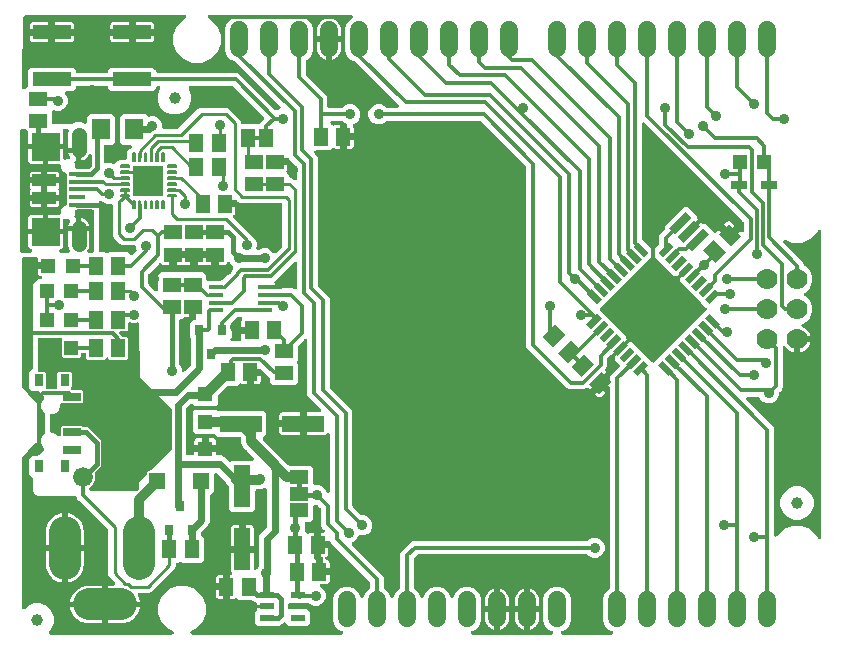
<source format=gbr>
G04 EAGLE Gerber RS-274X export*
G75*
%MOMM*%
%FSLAX34Y34*%
%LPD*%
%INTop Copper*%
%IPPOS*%
%AMOC8*
5,1,8,0,0,1.08239X$1,22.5*%
G01*
%ADD10R,1.270000X0.558800*%
%ADD11R,0.558800X1.270000*%
%ADD12C,1.778000*%
%ADD13C,1.508000*%
%ADD14R,1.240000X1.500000*%
%ADD15R,1.400000X3.556000*%
%ADD16R,3.556000X1.400000*%
%ADD17R,1.200000X1.200000*%
%ADD18R,1.400000X1.400000*%
%ADD19C,1.000000*%
%ADD20R,0.787400X0.889000*%
%ADD21R,1.500000X1.240000*%
%ADD22R,1.168400X1.600200*%
%ADD23R,0.635000X0.203200*%
%ADD24R,2.000000X0.700000*%
%ADD25R,1.350000X0.800000*%
%ADD26R,1.200000X1.500000*%
%ADD27R,1.300000X1.300000*%
%ADD28R,1.300000X3.600000*%
%ADD29R,2.413000X2.413000*%
%ADD30C,1.308000*%
%ADD31R,1.350000X0.400000*%
%ADD32R,2.000000X1.000000*%
%ADD33R,1.600000X1.800000*%
%ADD34R,3.200000X1.200000*%
%ADD35R,1.200000X1.300000*%
%ADD36R,1.600200X1.168400*%
%ADD37R,1.200000X0.300000*%
%ADD38C,1.676400*%
%ADD39C,0.140000*%
%ADD40R,2.500000X2.500000*%
%ADD41R,1.200000X0.550000*%
%ADD42C,2.700000*%
%ADD43R,0.800000X1.000000*%
%ADD44R,1.500000X0.700000*%
%ADD45C,0.812800*%
%ADD46C,0.609600*%
%ADD47C,0.406400*%
%ADD48C,0.889000*%
%ADD49C,0.304800*%
%ADD50C,0.254000*%
%ADD51C,0.906400*%

G36*
X452572Y4070D02*
X452572Y4070D01*
X452623Y4068D01*
X452745Y4090D01*
X452868Y4105D01*
X452916Y4122D01*
X452965Y4131D01*
X453080Y4180D01*
X453197Y4222D01*
X453239Y4249D01*
X453285Y4269D01*
X453385Y4344D01*
X453489Y4411D01*
X453524Y4447D01*
X453565Y4477D01*
X453645Y4572D01*
X453732Y4662D01*
X453757Y4705D01*
X453790Y4743D01*
X453847Y4854D01*
X453910Y4961D01*
X453926Y5009D01*
X453949Y5054D01*
X453979Y5174D01*
X454017Y5293D01*
X454021Y5343D01*
X454033Y5392D01*
X454035Y5516D01*
X454045Y5640D01*
X454037Y5690D01*
X454038Y5740D01*
X454011Y5862D01*
X453993Y5985D01*
X453974Y6032D01*
X453964Y6081D01*
X453910Y6193D01*
X453864Y6309D01*
X453835Y6350D01*
X453814Y6396D01*
X453736Y6493D01*
X453665Y6595D01*
X453628Y6629D01*
X453596Y6668D01*
X453499Y6745D01*
X453406Y6828D01*
X453362Y6853D01*
X453323Y6884D01*
X453105Y6995D01*
X450626Y8022D01*
X447362Y11286D01*
X445595Y15552D01*
X445595Y35248D01*
X447362Y39514D01*
X450626Y42778D01*
X454892Y44545D01*
X459508Y44545D01*
X463774Y42778D01*
X467038Y39514D01*
X468805Y35248D01*
X468805Y15552D01*
X467038Y11286D01*
X463774Y8022D01*
X461295Y6995D01*
X461251Y6971D01*
X461203Y6954D01*
X461099Y6886D01*
X460990Y6826D01*
X460953Y6792D01*
X460911Y6765D01*
X460824Y6675D01*
X460732Y6592D01*
X460703Y6550D01*
X460668Y6514D01*
X460605Y6407D01*
X460534Y6305D01*
X460515Y6258D01*
X460490Y6215D01*
X460452Y6097D01*
X460406Y5981D01*
X460399Y5931D01*
X460383Y5883D01*
X460373Y5759D01*
X460355Y5636D01*
X460359Y5586D01*
X460355Y5536D01*
X460374Y5413D01*
X460384Y5289D01*
X460400Y5241D01*
X460407Y5191D01*
X460453Y5076D01*
X460491Y4957D01*
X460517Y4914D01*
X460536Y4867D01*
X460607Y4765D01*
X460671Y4659D01*
X460706Y4622D01*
X460735Y4581D01*
X460827Y4498D01*
X460914Y4409D01*
X460956Y4381D01*
X460994Y4348D01*
X461102Y4288D01*
X461207Y4220D01*
X461254Y4203D01*
X461299Y4179D01*
X461418Y4145D01*
X461535Y4104D01*
X461585Y4098D01*
X461634Y4084D01*
X461878Y4065D01*
X503322Y4065D01*
X503372Y4070D01*
X503423Y4068D01*
X503545Y4090D01*
X503668Y4105D01*
X503716Y4122D01*
X503765Y4131D01*
X503880Y4180D01*
X503997Y4222D01*
X504039Y4249D01*
X504085Y4269D01*
X504185Y4344D01*
X504289Y4411D01*
X504324Y4447D01*
X504365Y4477D01*
X504445Y4572D01*
X504532Y4662D01*
X504557Y4705D01*
X504590Y4743D01*
X504647Y4854D01*
X504710Y4961D01*
X504726Y5009D01*
X504749Y5054D01*
X504779Y5174D01*
X504817Y5293D01*
X504821Y5343D01*
X504833Y5392D01*
X504835Y5516D01*
X504845Y5640D01*
X504837Y5690D01*
X504838Y5740D01*
X504811Y5862D01*
X504793Y5985D01*
X504774Y6032D01*
X504764Y6081D01*
X504710Y6193D01*
X504664Y6309D01*
X504635Y6350D01*
X504614Y6396D01*
X504536Y6493D01*
X504465Y6595D01*
X504428Y6629D01*
X504396Y6668D01*
X504299Y6745D01*
X504206Y6828D01*
X504162Y6853D01*
X504123Y6884D01*
X503905Y6995D01*
X501426Y8022D01*
X498162Y11286D01*
X496395Y15552D01*
X496395Y35248D01*
X498162Y39514D01*
X501426Y42778D01*
X501471Y42796D01*
X501538Y42834D01*
X501609Y42862D01*
X501689Y42918D01*
X501776Y42966D01*
X501832Y43017D01*
X501895Y43061D01*
X501961Y43134D01*
X502034Y43200D01*
X502077Y43263D01*
X502128Y43320D01*
X502176Y43406D01*
X502232Y43487D01*
X502260Y43558D01*
X502297Y43625D01*
X502324Y43719D01*
X502360Y43811D01*
X502371Y43886D01*
X502392Y43960D01*
X502404Y44109D01*
X502411Y44156D01*
X502409Y44175D01*
X502411Y44204D01*
X502411Y212181D01*
X502397Y212307D01*
X502390Y212433D01*
X502377Y212480D01*
X502371Y212528D01*
X502329Y212647D01*
X502294Y212768D01*
X502270Y212810D01*
X502254Y212856D01*
X502185Y212962D01*
X502124Y213072D01*
X502084Y213118D01*
X502065Y213149D01*
X502030Y213182D01*
X501965Y213258D01*
X498294Y216930D01*
X501965Y220601D01*
X502044Y220700D01*
X502128Y220793D01*
X502152Y220836D01*
X502182Y220874D01*
X502236Y220988D01*
X502297Y221099D01*
X502310Y221145D01*
X502331Y221189D01*
X502357Y221312D01*
X502392Y221434D01*
X502397Y221495D01*
X502404Y221529D01*
X502403Y221577D01*
X502411Y221678D01*
X502411Y221928D01*
X503262Y223982D01*
X505048Y225768D01*
X509977Y230697D01*
X509993Y230717D01*
X510013Y230734D01*
X510101Y230854D01*
X510193Y230970D01*
X510205Y230993D01*
X510220Y231014D01*
X510279Y231151D01*
X510342Y231285D01*
X510348Y231310D01*
X510358Y231335D01*
X510384Y231481D01*
X510416Y231625D01*
X510415Y231652D01*
X510420Y231678D01*
X510412Y231826D01*
X510410Y231974D01*
X510403Y231999D01*
X510402Y232026D01*
X510361Y232168D01*
X510325Y232312D01*
X510313Y232335D01*
X510305Y232360D01*
X510233Y232490D01*
X510165Y232622D01*
X510148Y232642D01*
X510135Y232665D01*
X509977Y232851D01*
X506183Y236645D01*
X506183Y238169D01*
X506168Y238295D01*
X506162Y238421D01*
X506148Y238467D01*
X506143Y238516D01*
X506100Y238635D01*
X506065Y238756D01*
X506042Y238798D01*
X506025Y238844D01*
X505957Y238950D01*
X505895Y239060D01*
X505856Y239106D01*
X505836Y239136D01*
X505833Y239140D01*
X505869Y239177D01*
X505882Y239199D01*
X505900Y239219D01*
X505923Y239261D01*
X505953Y239299D01*
X505997Y239391D01*
X506048Y239476D01*
X506055Y239500D01*
X506068Y239524D01*
X506081Y239570D01*
X506102Y239614D01*
X506123Y239713D01*
X506154Y239808D01*
X506156Y239834D01*
X506163Y239859D01*
X506168Y239920D01*
X506175Y239955D01*
X506175Y240003D01*
X506183Y240103D01*
X506180Y240129D01*
X506182Y240155D01*
X506171Y240229D01*
X506169Y240303D01*
X506151Y240375D01*
X506143Y240449D01*
X506134Y240474D01*
X506130Y240500D01*
X506102Y240569D01*
X506084Y240641D01*
X506051Y240707D01*
X506025Y240777D01*
X506011Y240799D01*
X506001Y240824D01*
X505958Y240886D01*
X505925Y240951D01*
X505877Y241007D01*
X505836Y241070D01*
X505817Y241088D01*
X505802Y241110D01*
X505746Y241160D01*
X505699Y241216D01*
X505640Y241260D01*
X505586Y241312D01*
X505563Y241326D01*
X505544Y241343D01*
X505478Y241380D01*
X505419Y241424D01*
X505351Y241453D01*
X505287Y241491D01*
X505262Y241499D01*
X505239Y241512D01*
X505166Y241532D01*
X505098Y241562D01*
X505026Y241575D01*
X504955Y241597D01*
X504928Y241600D01*
X504903Y241607D01*
X504803Y241615D01*
X504755Y241623D01*
X504720Y241621D01*
X504659Y241626D01*
X504633Y241623D01*
X504607Y241625D01*
X504508Y241611D01*
X504407Y241605D01*
X504361Y241592D01*
X504313Y241586D01*
X504288Y241578D01*
X504263Y241574D01*
X504170Y241537D01*
X504073Y241509D01*
X504030Y241485D01*
X503985Y241469D01*
X503963Y241454D01*
X503939Y241445D01*
X503857Y241388D01*
X503768Y241339D01*
X503722Y241299D01*
X503692Y241280D01*
X503673Y241261D01*
X503653Y241246D01*
X503629Y241220D01*
X503582Y241180D01*
X503298Y240896D01*
X503243Y240895D01*
X503218Y240889D01*
X503191Y240888D01*
X503049Y240847D01*
X502905Y240810D01*
X502882Y240798D01*
X502857Y240791D01*
X502727Y240719D01*
X502595Y240651D01*
X502575Y240634D01*
X502552Y240621D01*
X502366Y240463D01*
X500065Y238161D01*
X499997Y238075D01*
X499971Y238048D01*
X499964Y238038D01*
X499902Y237968D01*
X499878Y237926D01*
X499848Y237888D01*
X499794Y237774D01*
X499733Y237663D01*
X499720Y237617D01*
X499699Y237573D01*
X499673Y237450D01*
X499638Y237328D01*
X499633Y237267D01*
X499626Y237232D01*
X499627Y237184D01*
X499619Y237084D01*
X499619Y231298D01*
X498768Y229244D01*
X498430Y228906D01*
X498414Y228886D01*
X498394Y228869D01*
X498305Y228749D01*
X498213Y228633D01*
X498202Y228610D01*
X498186Y228588D01*
X498128Y228452D01*
X498064Y228318D01*
X498059Y228292D01*
X498048Y228268D01*
X498022Y228122D01*
X497991Y227977D01*
X497991Y227951D01*
X497987Y227925D01*
X497994Y227777D01*
X497997Y227629D01*
X498003Y227603D01*
X498005Y227577D01*
X498046Y227435D01*
X498082Y227291D01*
X498094Y227268D01*
X498101Y227242D01*
X498174Y227113D01*
X498241Y226981D01*
X498258Y226961D01*
X498271Y226938D01*
X498430Y226752D01*
X499032Y226150D01*
X492975Y220094D01*
X492959Y220074D01*
X492939Y220057D01*
X492851Y219937D01*
X492759Y219821D01*
X492748Y219798D01*
X492732Y219776D01*
X492673Y219640D01*
X492610Y219506D01*
X492604Y219480D01*
X492594Y219456D01*
X492568Y219310D01*
X492537Y219165D01*
X492537Y219139D01*
X492532Y219113D01*
X492540Y218965D01*
X492543Y218817D01*
X492549Y218791D01*
X492550Y218765D01*
X492591Y218623D01*
X492628Y218479D01*
X492640Y218456D01*
X492647Y218430D01*
X492719Y218301D01*
X492756Y218229D01*
X492745Y218234D01*
X492724Y218250D01*
X492588Y218309D01*
X492454Y218372D01*
X492428Y218378D01*
X492404Y218388D01*
X492258Y218414D01*
X492113Y218445D01*
X492087Y218445D01*
X492061Y218450D01*
X491913Y218442D01*
X491765Y218439D01*
X491739Y218433D01*
X491713Y218432D01*
X491571Y218391D01*
X491427Y218354D01*
X491403Y218342D01*
X491378Y218335D01*
X491249Y218263D01*
X491117Y218195D01*
X491097Y218178D01*
X491074Y218165D01*
X490888Y218007D01*
X484832Y211951D01*
X484230Y212552D01*
X484210Y212569D01*
X484193Y212588D01*
X484073Y212677D01*
X483957Y212769D01*
X483933Y212780D01*
X483912Y212796D01*
X483776Y212854D01*
X483642Y212918D01*
X483616Y212923D01*
X483592Y212934D01*
X483446Y212960D01*
X483301Y212991D01*
X483275Y212991D01*
X483249Y212995D01*
X483101Y212988D01*
X482953Y212985D01*
X482927Y212979D01*
X482901Y212977D01*
X482759Y212936D01*
X482615Y212900D01*
X482592Y212888D01*
X482566Y212881D01*
X482437Y212808D01*
X482305Y212741D01*
X482285Y212724D01*
X482262Y212711D01*
X482076Y212552D01*
X481956Y212432D01*
X479902Y211581D01*
X467518Y211581D01*
X465464Y212432D01*
X432142Y245754D01*
X431291Y247808D01*
X431291Y399644D01*
X431277Y399770D01*
X431270Y399896D01*
X431257Y399942D01*
X431251Y399990D01*
X431209Y400109D01*
X431174Y400231D01*
X431150Y400273D01*
X431134Y400318D01*
X431065Y400425D01*
X431004Y400535D01*
X430964Y400581D01*
X430945Y400611D01*
X430910Y400645D01*
X430845Y400721D01*
X393101Y438465D01*
X393002Y438544D01*
X392908Y438628D01*
X392866Y438652D01*
X392828Y438682D01*
X392714Y438736D01*
X392603Y438797D01*
X392557Y438810D01*
X392513Y438831D01*
X392390Y438857D01*
X392268Y438892D01*
X392207Y438897D01*
X392172Y438904D01*
X392124Y438903D01*
X392024Y438911D01*
X313147Y438911D01*
X313021Y438897D01*
X312895Y438890D01*
X312849Y438877D01*
X312801Y438871D01*
X312682Y438829D01*
X312560Y438794D01*
X312518Y438770D01*
X312472Y438754D01*
X312366Y438685D01*
X312256Y438624D01*
X312210Y438584D01*
X312180Y438565D01*
X312146Y438530D01*
X312070Y438465D01*
X310890Y437286D01*
X307763Y435990D01*
X304377Y435990D01*
X301250Y437286D01*
X298856Y439680D01*
X297560Y442807D01*
X297560Y446193D01*
X298856Y449320D01*
X301250Y451714D01*
X304377Y453010D01*
X307763Y453010D01*
X310890Y451714D01*
X312070Y450535D01*
X312169Y450456D01*
X312263Y450372D01*
X312305Y450348D01*
X312343Y450318D01*
X312457Y450264D01*
X312568Y450203D01*
X312614Y450190D01*
X312658Y450169D01*
X312781Y450143D01*
X312903Y450108D01*
X312964Y450103D01*
X312999Y450096D01*
X313047Y450097D01*
X313147Y450089D01*
X322140Y450089D01*
X322240Y450100D01*
X322340Y450102D01*
X322412Y450120D01*
X322486Y450129D01*
X322581Y450162D01*
X322678Y450187D01*
X322744Y450221D01*
X322814Y450246D01*
X322899Y450301D01*
X322988Y450347D01*
X323045Y450395D01*
X323107Y450435D01*
X323177Y450507D01*
X323254Y450572D01*
X323298Y450632D01*
X323349Y450686D01*
X323401Y450772D01*
X323461Y450853D01*
X323490Y450921D01*
X323528Y450985D01*
X323559Y451081D01*
X323599Y451173D01*
X323612Y451246D01*
X323635Y451317D01*
X323643Y451417D01*
X323660Y451516D01*
X323657Y451590D01*
X323663Y451664D01*
X323648Y451764D01*
X323642Y451864D01*
X323622Y451935D01*
X323611Y452009D01*
X323574Y452102D01*
X323546Y452199D01*
X323510Y452264D01*
X323482Y452333D01*
X323425Y452415D01*
X323376Y452503D01*
X323311Y452579D01*
X323283Y452619D01*
X323257Y452643D01*
X323217Y452689D01*
X287123Y488783D01*
X287122Y488784D01*
X287121Y488786D01*
X286984Y488893D01*
X286850Y489000D01*
X286849Y489000D01*
X286847Y489002D01*
X286629Y489113D01*
X282986Y490622D01*
X279722Y493886D01*
X277955Y498152D01*
X277955Y517848D01*
X279722Y522114D01*
X282986Y525378D01*
X283625Y525643D01*
X283669Y525667D01*
X283717Y525684D01*
X283821Y525752D01*
X283930Y525812D01*
X283967Y525846D01*
X284010Y525873D01*
X284096Y525963D01*
X284188Y526046D01*
X284217Y526088D01*
X284252Y526124D01*
X284316Y526231D01*
X284386Y526333D01*
X284405Y526380D01*
X284431Y526423D01*
X284469Y526541D01*
X284514Y526657D01*
X284522Y526707D01*
X284537Y526755D01*
X284547Y526879D01*
X284565Y527002D01*
X284561Y527052D01*
X284565Y527102D01*
X284547Y527225D01*
X284536Y527349D01*
X284521Y527397D01*
X284513Y527447D01*
X284467Y527562D01*
X284429Y527681D01*
X284403Y527724D01*
X284385Y527771D01*
X284314Y527873D01*
X284249Y527979D01*
X284214Y528016D01*
X284186Y528057D01*
X284093Y528140D01*
X284007Y528229D01*
X283964Y528257D01*
X283927Y528290D01*
X283818Y528350D01*
X283713Y528418D01*
X283666Y528435D01*
X283622Y528459D01*
X283502Y528493D01*
X283385Y528534D01*
X283335Y528540D01*
X283286Y528554D01*
X283043Y528573D01*
X265666Y528573D01*
X265612Y528567D01*
X265557Y528569D01*
X265439Y528547D01*
X265320Y528533D01*
X265268Y528515D01*
X265214Y528505D01*
X265105Y528456D01*
X264992Y528416D01*
X264946Y528386D01*
X264895Y528364D01*
X264800Y528292D01*
X264699Y528227D01*
X264661Y528187D01*
X264617Y528154D01*
X264540Y528062D01*
X264457Y527976D01*
X264429Y527929D01*
X264393Y527887D01*
X264340Y527780D01*
X264278Y527677D01*
X264261Y527625D01*
X264237Y527575D01*
X264209Y527459D01*
X264172Y527345D01*
X264168Y527290D01*
X264156Y527244D01*
X264149Y527340D01*
X264132Y527392D01*
X264124Y527447D01*
X264080Y527558D01*
X264044Y527672D01*
X264016Y527719D01*
X263995Y527771D01*
X263927Y527869D01*
X263866Y527972D01*
X263828Y528012D01*
X263797Y528057D01*
X263708Y528137D01*
X263625Y528223D01*
X263579Y528253D01*
X263538Y528290D01*
X263433Y528348D01*
X263333Y528413D01*
X263281Y528432D01*
X263233Y528459D01*
X263118Y528491D01*
X263005Y528532D01*
X262950Y528539D01*
X262897Y528554D01*
X262671Y528572D01*
X262659Y528573D01*
X262656Y528573D01*
X262654Y528573D01*
X245277Y528573D01*
X245227Y528568D01*
X245177Y528570D01*
X245055Y528548D01*
X244931Y528533D01*
X244884Y528516D01*
X244834Y528507D01*
X244720Y528458D01*
X244603Y528416D01*
X244561Y528389D01*
X244515Y528369D01*
X244415Y528294D01*
X244310Y528227D01*
X244275Y528191D01*
X244235Y528161D01*
X244155Y528066D01*
X244068Y527976D01*
X244042Y527933D01*
X244010Y527895D01*
X243953Y527784D01*
X243889Y527677D01*
X243874Y527629D01*
X243851Y527584D01*
X243821Y527464D01*
X243783Y527345D01*
X243779Y527295D01*
X243767Y527246D01*
X243765Y527122D01*
X243755Y526998D01*
X243763Y526948D01*
X243762Y526898D01*
X243788Y526776D01*
X243807Y526653D01*
X243825Y526606D01*
X243836Y526557D01*
X243890Y526445D01*
X243935Y526329D01*
X243964Y526288D01*
X243986Y526242D01*
X244063Y526145D01*
X244134Y526043D01*
X244172Y526009D01*
X244203Y525970D01*
X244301Y525893D01*
X244393Y525810D01*
X244437Y525785D01*
X244477Y525754D01*
X244695Y525643D01*
X245334Y525378D01*
X248598Y522114D01*
X250365Y517848D01*
X250365Y498152D01*
X248598Y493886D01*
X245334Y490622D01*
X245289Y490604D01*
X245222Y490566D01*
X245151Y490538D01*
X245071Y490482D01*
X244984Y490434D01*
X244928Y490383D01*
X244865Y490339D01*
X244799Y490266D01*
X244726Y490200D01*
X244683Y490137D01*
X244632Y490080D01*
X244584Y489994D01*
X244528Y489913D01*
X244500Y489842D01*
X244463Y489775D01*
X244436Y489681D01*
X244400Y489589D01*
X244389Y489514D01*
X244368Y489440D01*
X244356Y489291D01*
X244349Y489244D01*
X244351Y489225D01*
X244349Y489196D01*
X244349Y479196D01*
X244363Y479070D01*
X244370Y478944D01*
X244383Y478898D01*
X244389Y478850D01*
X244431Y478731D01*
X244466Y478609D01*
X244490Y478567D01*
X244506Y478522D01*
X244575Y478415D01*
X244636Y478305D01*
X244676Y478259D01*
X244695Y478229D01*
X244730Y478195D01*
X244795Y478119D01*
X261913Y461001D01*
X262764Y458947D01*
X262764Y451612D01*
X262767Y451586D01*
X262765Y451560D01*
X262787Y451413D01*
X262804Y451266D01*
X262812Y451241D01*
X262816Y451215D01*
X262871Y451077D01*
X262921Y450938D01*
X262935Y450916D01*
X262945Y450891D01*
X263030Y450770D01*
X263110Y450645D01*
X263129Y450627D01*
X263144Y450605D01*
X263254Y450506D01*
X263361Y450403D01*
X263383Y450389D01*
X263403Y450372D01*
X263533Y450300D01*
X263660Y450224D01*
X263685Y450216D01*
X263708Y450203D01*
X263851Y450163D01*
X263992Y450118D01*
X264018Y450116D01*
X264043Y450108D01*
X264287Y450089D01*
X274863Y450089D01*
X274989Y450103D01*
X275115Y450110D01*
X275161Y450123D01*
X275209Y450129D01*
X275328Y450171D01*
X275450Y450206D01*
X275492Y450230D01*
X275538Y450246D01*
X275644Y450315D01*
X275754Y450376D01*
X275800Y450416D01*
X275830Y450435D01*
X275864Y450470D01*
X275940Y450535D01*
X277120Y451714D01*
X280247Y453010D01*
X283633Y453010D01*
X286760Y451714D01*
X289154Y449320D01*
X290450Y446193D01*
X290450Y442807D01*
X289154Y439680D01*
X286760Y437286D01*
X285194Y436637D01*
X285084Y436576D01*
X284970Y436522D01*
X284932Y436491D01*
X284889Y436468D01*
X284796Y436383D01*
X284698Y436305D01*
X284667Y436266D01*
X284631Y436233D01*
X284559Y436130D01*
X284481Y436031D01*
X284461Y435987D01*
X284433Y435947D01*
X284387Y435830D01*
X284333Y435716D01*
X284323Y435668D01*
X284305Y435622D01*
X284287Y435498D01*
X284260Y435375D01*
X284261Y435326D01*
X284254Y435278D01*
X284265Y435152D01*
X284267Y435027D01*
X284279Y434979D01*
X284283Y434930D01*
X284322Y434811D01*
X284353Y434689D01*
X284379Y434633D01*
X284390Y434599D01*
X284415Y434558D01*
X284457Y434468D01*
X284768Y433931D01*
X284941Y433285D01*
X284941Y428497D01*
X279247Y428497D01*
X279247Y435387D01*
X279238Y435463D01*
X279240Y435539D01*
X279219Y435635D01*
X279207Y435733D01*
X279182Y435805D01*
X279165Y435880D01*
X279123Y435968D01*
X279090Y436061D01*
X279048Y436125D01*
X279016Y436194D01*
X278954Y436271D01*
X278901Y436354D01*
X278846Y436407D01*
X278798Y436467D01*
X278721Y436528D01*
X278650Y436596D01*
X278585Y436635D01*
X278525Y436683D01*
X278391Y436751D01*
X278351Y436775D01*
X278333Y436781D01*
X278307Y436794D01*
X277120Y437286D01*
X275940Y438465D01*
X275841Y438544D01*
X275747Y438628D01*
X275705Y438652D01*
X275667Y438682D01*
X275553Y438736D01*
X275442Y438797D01*
X275396Y438810D01*
X275352Y438831D01*
X275229Y438857D01*
X275107Y438892D01*
X275046Y438897D01*
X275011Y438904D01*
X274963Y438903D01*
X274863Y438911D01*
X266865Y438911D01*
X266765Y438900D01*
X266664Y438898D01*
X266592Y438880D01*
X266518Y438871D01*
X266424Y438837D01*
X266326Y438813D01*
X266260Y438779D01*
X266190Y438754D01*
X266106Y438699D01*
X266017Y438653D01*
X265960Y438605D01*
X265897Y438565D01*
X265828Y438493D01*
X265751Y438428D01*
X265707Y438368D01*
X265655Y438314D01*
X265604Y438228D01*
X265544Y438147D01*
X265515Y438079D01*
X265476Y438015D01*
X265446Y437919D01*
X265406Y437827D01*
X265393Y437754D01*
X265370Y437683D01*
X265362Y437583D01*
X265344Y437484D01*
X265348Y437410D01*
X265342Y437336D01*
X265357Y437236D01*
X265362Y437136D01*
X265383Y437065D01*
X265394Y436991D01*
X265431Y436898D01*
X265459Y436801D01*
X265495Y436736D01*
X265523Y436667D01*
X265580Y436585D01*
X265629Y436497D01*
X265694Y436421D01*
X265722Y436381D01*
X265748Y436357D01*
X265787Y436311D01*
X266774Y435325D01*
X266775Y435324D01*
X266776Y435323D01*
X266913Y435214D01*
X267047Y435108D01*
X267048Y435107D01*
X267049Y435107D01*
X267205Y435033D01*
X267362Y434959D01*
X267363Y434959D01*
X267364Y434958D01*
X267528Y434923D01*
X267703Y434886D01*
X267704Y434886D01*
X267705Y434886D01*
X267880Y434889D01*
X268051Y434892D01*
X268052Y434892D01*
X268054Y434892D01*
X268227Y434936D01*
X268389Y434977D01*
X268390Y434977D01*
X268392Y434978D01*
X268612Y435083D01*
X269019Y435318D01*
X269665Y435491D01*
X273153Y435491D01*
X273153Y426974D01*
X273156Y426948D01*
X273154Y426922D01*
X273176Y426775D01*
X273193Y426628D01*
X273201Y426603D01*
X273205Y426577D01*
X273260Y426439D01*
X273310Y426300D01*
X273324Y426278D01*
X273334Y426253D01*
X273419Y426132D01*
X273499Y426007D01*
X273518Y425989D01*
X273533Y425967D01*
X273643Y425868D01*
X273750Y425765D01*
X273772Y425751D01*
X273792Y425734D01*
X273922Y425662D01*
X274049Y425586D01*
X274074Y425578D01*
X274097Y425565D01*
X274240Y425525D01*
X274381Y425480D01*
X274407Y425478D01*
X274432Y425470D01*
X274676Y425451D01*
X276201Y425451D01*
X276201Y425449D01*
X274676Y425449D01*
X274650Y425446D01*
X274624Y425448D01*
X274477Y425426D01*
X274330Y425409D01*
X274305Y425400D01*
X274279Y425397D01*
X274141Y425342D01*
X274002Y425292D01*
X273980Y425278D01*
X273955Y425268D01*
X273834Y425183D01*
X273709Y425103D01*
X273691Y425084D01*
X273669Y425069D01*
X273570Y424959D01*
X273467Y424852D01*
X273453Y424830D01*
X273436Y424810D01*
X273364Y424680D01*
X273288Y424553D01*
X273280Y424528D01*
X273267Y424505D01*
X273227Y424362D01*
X273182Y424221D01*
X273180Y424195D01*
X273172Y424170D01*
X273153Y423926D01*
X273153Y415409D01*
X269665Y415409D01*
X269019Y415582D01*
X268612Y415817D01*
X268611Y415818D01*
X268610Y415819D01*
X268459Y415884D01*
X268293Y415956D01*
X268291Y415956D01*
X268290Y415957D01*
X268122Y415987D01*
X267950Y416018D01*
X267948Y416018D01*
X267947Y416018D01*
X267775Y416010D01*
X267602Y416001D01*
X267600Y416001D01*
X267599Y416000D01*
X267436Y415954D01*
X267267Y415905D01*
X267265Y415904D01*
X267264Y415904D01*
X267117Y415822D01*
X266962Y415735D01*
X266961Y415734D01*
X266960Y415734D01*
X266774Y415575D01*
X265084Y413885D01*
X253016Y413885D01*
X252916Y413874D01*
X252816Y413872D01*
X252743Y413854D01*
X252670Y413845D01*
X252575Y413812D01*
X252478Y413787D01*
X252412Y413753D01*
X252342Y413728D01*
X252257Y413673D01*
X252168Y413627D01*
X252111Y413579D01*
X252049Y413539D01*
X251979Y413467D01*
X251902Y413402D01*
X251858Y413342D01*
X251807Y413288D01*
X251755Y413202D01*
X251695Y413121D01*
X251666Y413053D01*
X251628Y412989D01*
X251597Y412893D01*
X251557Y412801D01*
X251544Y412728D01*
X251521Y412657D01*
X251513Y412557D01*
X251496Y412458D01*
X251499Y412384D01*
X251493Y412310D01*
X251508Y412210D01*
X251514Y412110D01*
X251534Y412039D01*
X251545Y411965D01*
X251582Y411872D01*
X251610Y411775D01*
X251646Y411710D01*
X251674Y411641D01*
X251731Y411559D01*
X251780Y411471D01*
X251845Y411395D01*
X251873Y411355D01*
X251899Y411331D01*
X251939Y411285D01*
X253658Y409566D01*
X254509Y407512D01*
X254509Y300126D01*
X254523Y300000D01*
X254530Y299874D01*
X254543Y299828D01*
X254549Y299780D01*
X254591Y299661D01*
X254626Y299539D01*
X254650Y299497D01*
X254666Y299452D01*
X254735Y299345D01*
X254796Y299235D01*
X254836Y299189D01*
X254855Y299159D01*
X254890Y299125D01*
X254955Y299049D01*
X263818Y290186D01*
X264669Y288132D01*
X264669Y213766D01*
X264683Y213640D01*
X264690Y213514D01*
X264703Y213468D01*
X264709Y213420D01*
X264751Y213301D01*
X264786Y213179D01*
X264810Y213137D01*
X264826Y213092D01*
X264895Y212985D01*
X264956Y212875D01*
X264996Y212829D01*
X265015Y212799D01*
X265050Y212765D01*
X265115Y212689D01*
X282868Y194936D01*
X283719Y192882D01*
X283719Y113436D01*
X283733Y113310D01*
X283740Y113184D01*
X283753Y113138D01*
X283759Y113090D01*
X283801Y112971D01*
X283836Y112849D01*
X283860Y112807D01*
X283876Y112762D01*
X283945Y112655D01*
X284006Y112545D01*
X284046Y112499D01*
X284065Y112469D01*
X284100Y112435D01*
X284165Y112359D01*
X291048Y105476D01*
X291147Y105397D01*
X291241Y105313D01*
X291283Y105289D01*
X291321Y105259D01*
X291435Y105205D01*
X291546Y105144D01*
X291592Y105131D01*
X291636Y105110D01*
X291759Y105084D01*
X291881Y105049D01*
X291942Y105044D01*
X291977Y105037D01*
X292025Y105038D01*
X292125Y105030D01*
X293793Y105030D01*
X296920Y103734D01*
X299314Y101340D01*
X300610Y98213D01*
X300610Y94827D01*
X299314Y91700D01*
X296920Y89306D01*
X293793Y88010D01*
X290320Y88010D01*
X290267Y88025D01*
X290240Y88027D01*
X290215Y88033D01*
X290067Y88035D01*
X289919Y88042D01*
X289893Y88038D01*
X289866Y88038D01*
X289722Y88007D01*
X289576Y87980D01*
X289552Y87969D01*
X289526Y87964D01*
X289392Y87900D01*
X289256Y87841D01*
X289235Y87825D01*
X289211Y87814D01*
X289095Y87722D01*
X288976Y87633D01*
X288959Y87613D01*
X288939Y87597D01*
X288847Y87480D01*
X288751Y87367D01*
X288739Y87344D01*
X288723Y87323D01*
X288611Y87105D01*
X287884Y85350D01*
X285490Y82956D01*
X284102Y82381D01*
X283970Y82308D01*
X283837Y82239D01*
X283818Y82223D01*
X283797Y82211D01*
X283686Y82110D01*
X283571Y82013D01*
X283557Y81993D01*
X283539Y81977D01*
X283453Y81853D01*
X283364Y81733D01*
X283354Y81710D01*
X283341Y81690D01*
X283286Y81550D01*
X283226Y81413D01*
X283222Y81389D01*
X283213Y81366D01*
X283191Y81218D01*
X283164Y81070D01*
X283166Y81045D01*
X283162Y81021D01*
X283175Y80871D01*
X283182Y80721D01*
X283189Y80698D01*
X283191Y80674D01*
X283237Y80531D01*
X283279Y80387D01*
X283291Y80366D01*
X283298Y80342D01*
X283376Y80214D01*
X283449Y80082D01*
X283468Y80060D01*
X283478Y80044D01*
X283511Y80010D01*
X283607Y79896D01*
X309538Y53966D01*
X310389Y51912D01*
X310389Y44204D01*
X310397Y44128D01*
X310396Y44051D01*
X310417Y43955D01*
X310429Y43858D01*
X310454Y43786D01*
X310471Y43711D01*
X310513Y43622D01*
X310546Y43529D01*
X310588Y43465D01*
X310620Y43396D01*
X310682Y43319D01*
X310735Y43237D01*
X310790Y43183D01*
X310838Y43124D01*
X310915Y43063D01*
X310986Y42994D01*
X311051Y42955D01*
X311111Y42908D01*
X311244Y42840D01*
X311285Y42816D01*
X311303Y42810D01*
X311329Y42796D01*
X311374Y42778D01*
X314638Y39514D01*
X316093Y36002D01*
X316141Y35914D01*
X316181Y35822D01*
X316226Y35762D01*
X316262Y35697D01*
X316329Y35623D01*
X316389Y35542D01*
X316446Y35494D01*
X316496Y35439D01*
X316579Y35382D01*
X316655Y35317D01*
X316722Y35283D01*
X316783Y35241D01*
X316876Y35204D01*
X316966Y35158D01*
X317038Y35140D01*
X317107Y35113D01*
X317206Y35098D01*
X317304Y35074D01*
X317378Y35073D01*
X317452Y35062D01*
X317552Y35070D01*
X317652Y35069D01*
X317725Y35085D01*
X317799Y35091D01*
X317895Y35122D01*
X317993Y35143D01*
X318060Y35175D01*
X318131Y35198D01*
X318217Y35250D01*
X318308Y35293D01*
X318366Y35339D01*
X318429Y35378D01*
X318502Y35448D01*
X318580Y35510D01*
X318626Y35569D01*
X318679Y35621D01*
X318734Y35705D01*
X318796Y35784D01*
X318842Y35873D01*
X318868Y35914D01*
X318880Y35947D01*
X318907Y36002D01*
X320362Y39514D01*
X323626Y42778D01*
X323671Y42796D01*
X323738Y42834D01*
X323809Y42862D01*
X323889Y42918D01*
X323976Y42966D01*
X324032Y43017D01*
X324095Y43061D01*
X324161Y43134D01*
X324234Y43200D01*
X324277Y43263D01*
X324328Y43320D01*
X324376Y43406D01*
X324432Y43487D01*
X324460Y43558D01*
X324497Y43625D01*
X324524Y43719D01*
X324560Y43811D01*
X324571Y43886D01*
X324592Y43960D01*
X324604Y44109D01*
X324611Y44156D01*
X324609Y44175D01*
X324611Y44204D01*
X324611Y72232D01*
X325462Y74286D01*
X333384Y82208D01*
X335438Y83059D01*
X481873Y83059D01*
X481999Y83073D01*
X482125Y83080D01*
X482171Y83093D01*
X482219Y83099D01*
X482338Y83141D01*
X482460Y83176D01*
X482502Y83200D01*
X482548Y83216D01*
X482654Y83285D01*
X482764Y83346D01*
X482810Y83386D01*
X482840Y83405D01*
X482874Y83440D01*
X482950Y83505D01*
X484130Y84684D01*
X487257Y85980D01*
X490643Y85980D01*
X493770Y84684D01*
X496164Y82290D01*
X497460Y79163D01*
X497460Y75777D01*
X496164Y72650D01*
X493770Y70256D01*
X490643Y68960D01*
X487257Y68960D01*
X484130Y70256D01*
X482950Y71435D01*
X482851Y71514D01*
X482757Y71598D01*
X482715Y71622D01*
X482677Y71652D01*
X482563Y71706D01*
X482452Y71767D01*
X482406Y71780D01*
X482362Y71801D01*
X482239Y71827D01*
X482117Y71862D01*
X482056Y71867D01*
X482021Y71874D01*
X481973Y71873D01*
X481873Y71881D01*
X339496Y71881D01*
X339370Y71867D01*
X339244Y71860D01*
X339198Y71847D01*
X339150Y71841D01*
X339031Y71799D01*
X338909Y71764D01*
X338867Y71740D01*
X338822Y71724D01*
X338715Y71655D01*
X338605Y71594D01*
X338559Y71554D01*
X338529Y71535D01*
X338495Y71500D01*
X338419Y71435D01*
X336235Y69251D01*
X336156Y69152D01*
X336072Y69058D01*
X336048Y69016D01*
X336018Y68978D01*
X335964Y68864D01*
X335903Y68753D01*
X335890Y68707D01*
X335869Y68663D01*
X335843Y68540D01*
X335808Y68418D01*
X335803Y68357D01*
X335796Y68322D01*
X335797Y68274D01*
X335789Y68174D01*
X335789Y44204D01*
X335797Y44128D01*
X335796Y44051D01*
X335817Y43955D01*
X335829Y43858D01*
X335854Y43786D01*
X335871Y43711D01*
X335913Y43622D01*
X335946Y43529D01*
X335988Y43465D01*
X336020Y43396D01*
X336082Y43319D01*
X336135Y43237D01*
X336190Y43183D01*
X336238Y43124D01*
X336315Y43063D01*
X336386Y42994D01*
X336451Y42955D01*
X336511Y42908D01*
X336644Y42840D01*
X336685Y42816D01*
X336703Y42810D01*
X336729Y42796D01*
X336774Y42778D01*
X340038Y39514D01*
X341493Y36002D01*
X341541Y35914D01*
X341581Y35822D01*
X341626Y35762D01*
X341662Y35697D01*
X341729Y35623D01*
X341789Y35542D01*
X341846Y35494D01*
X341896Y35439D01*
X341979Y35382D01*
X342055Y35317D01*
X342122Y35283D01*
X342183Y35241D01*
X342276Y35204D01*
X342366Y35158D01*
X342438Y35140D01*
X342507Y35113D01*
X342606Y35098D01*
X342704Y35074D01*
X342778Y35073D01*
X342852Y35062D01*
X342952Y35070D01*
X343052Y35069D01*
X343125Y35085D01*
X343199Y35091D01*
X343295Y35122D01*
X343393Y35143D01*
X343460Y35175D01*
X343531Y35198D01*
X343617Y35250D01*
X343708Y35293D01*
X343766Y35339D01*
X343829Y35378D01*
X343902Y35448D01*
X343980Y35510D01*
X344026Y35569D01*
X344079Y35621D01*
X344134Y35705D01*
X344196Y35784D01*
X344242Y35873D01*
X344268Y35914D01*
X344280Y35947D01*
X344307Y36002D01*
X345762Y39514D01*
X349026Y42778D01*
X353292Y44545D01*
X357908Y44545D01*
X362174Y42778D01*
X365438Y39514D01*
X366893Y36002D01*
X366941Y35914D01*
X366981Y35822D01*
X367026Y35762D01*
X367062Y35697D01*
X367129Y35623D01*
X367189Y35542D01*
X367246Y35494D01*
X367296Y35439D01*
X367379Y35382D01*
X367455Y35317D01*
X367522Y35283D01*
X367583Y35241D01*
X367676Y35204D01*
X367766Y35158D01*
X367838Y35140D01*
X367907Y35113D01*
X368006Y35098D01*
X368104Y35074D01*
X368178Y35073D01*
X368252Y35062D01*
X368352Y35070D01*
X368452Y35069D01*
X368525Y35085D01*
X368599Y35091D01*
X368695Y35122D01*
X368793Y35143D01*
X368860Y35175D01*
X368931Y35198D01*
X369017Y35250D01*
X369108Y35293D01*
X369166Y35339D01*
X369229Y35378D01*
X369302Y35448D01*
X369380Y35510D01*
X369426Y35569D01*
X369479Y35621D01*
X369534Y35705D01*
X369596Y35784D01*
X369642Y35873D01*
X369668Y35914D01*
X369680Y35947D01*
X369707Y36002D01*
X371162Y39514D01*
X374426Y42778D01*
X378692Y44545D01*
X383308Y44545D01*
X387574Y42778D01*
X390838Y39514D01*
X392605Y35248D01*
X392605Y15552D01*
X390838Y11286D01*
X387574Y8022D01*
X385095Y6995D01*
X385051Y6971D01*
X385003Y6954D01*
X384899Y6886D01*
X384790Y6826D01*
X384753Y6792D01*
X384711Y6765D01*
X384624Y6675D01*
X384532Y6592D01*
X384503Y6550D01*
X384468Y6514D01*
X384405Y6407D01*
X384334Y6305D01*
X384315Y6258D01*
X384290Y6215D01*
X384252Y6097D01*
X384206Y5981D01*
X384199Y5931D01*
X384183Y5883D01*
X384173Y5759D01*
X384155Y5636D01*
X384159Y5586D01*
X384155Y5536D01*
X384174Y5413D01*
X384184Y5289D01*
X384200Y5241D01*
X384207Y5191D01*
X384253Y5076D01*
X384291Y4957D01*
X384317Y4914D01*
X384336Y4867D01*
X384407Y4765D01*
X384471Y4659D01*
X384506Y4622D01*
X384535Y4581D01*
X384627Y4498D01*
X384714Y4409D01*
X384756Y4381D01*
X384794Y4348D01*
X384902Y4288D01*
X385007Y4220D01*
X385055Y4203D01*
X385099Y4179D01*
X385218Y4145D01*
X385335Y4104D01*
X385385Y4098D01*
X385434Y4084D01*
X385678Y4065D01*
X452522Y4065D01*
X452572Y4070D01*
G37*
G36*
X131168Y4070D02*
X131168Y4070D01*
X131219Y4068D01*
X131341Y4090D01*
X131465Y4105D01*
X131512Y4122D01*
X131562Y4131D01*
X131676Y4180D01*
X131793Y4222D01*
X131835Y4249D01*
X131881Y4269D01*
X131981Y4344D01*
X132085Y4411D01*
X132120Y4447D01*
X132161Y4477D01*
X132241Y4572D01*
X132328Y4662D01*
X132354Y4705D01*
X132386Y4743D01*
X132443Y4854D01*
X132507Y4961D01*
X132522Y5009D01*
X132545Y5054D01*
X132575Y5174D01*
X132613Y5293D01*
X132617Y5343D01*
X132629Y5392D01*
X132631Y5516D01*
X132641Y5640D01*
X132633Y5690D01*
X132634Y5740D01*
X132607Y5862D01*
X132589Y5985D01*
X132570Y6032D01*
X132560Y6081D01*
X132506Y6193D01*
X132460Y6309D01*
X132432Y6350D01*
X132410Y6396D01*
X132332Y6493D01*
X132261Y6595D01*
X132224Y6629D01*
X132193Y6668D01*
X132095Y6745D01*
X132003Y6828D01*
X131958Y6853D01*
X131919Y6884D01*
X131701Y6995D01*
X128334Y8390D01*
X122690Y14034D01*
X119635Y21409D01*
X119635Y29391D01*
X122690Y36766D01*
X128334Y42410D01*
X135709Y45465D01*
X143691Y45465D01*
X151066Y42410D01*
X156710Y36766D01*
X159765Y29391D01*
X159765Y21409D01*
X156710Y14034D01*
X151066Y8390D01*
X147699Y6995D01*
X147655Y6971D01*
X147607Y6954D01*
X147503Y6886D01*
X147394Y6826D01*
X147357Y6792D01*
X147315Y6765D01*
X147228Y6675D01*
X147136Y6592D01*
X147107Y6550D01*
X147072Y6514D01*
X147008Y6407D01*
X146938Y6305D01*
X146919Y6258D01*
X146893Y6215D01*
X146856Y6097D01*
X146810Y5981D01*
X146803Y5931D01*
X146787Y5883D01*
X146777Y5759D01*
X146759Y5636D01*
X146763Y5586D01*
X146759Y5536D01*
X146778Y5413D01*
X146788Y5289D01*
X146804Y5241D01*
X146811Y5191D01*
X146857Y5076D01*
X146895Y4957D01*
X146921Y4914D01*
X146940Y4867D01*
X147011Y4765D01*
X147075Y4659D01*
X147110Y4622D01*
X147139Y4581D01*
X147231Y4498D01*
X147318Y4409D01*
X147360Y4381D01*
X147397Y4348D01*
X147506Y4288D01*
X147611Y4220D01*
X147658Y4203D01*
X147702Y4179D01*
X147822Y4145D01*
X147939Y4104D01*
X147989Y4098D01*
X148038Y4084D01*
X148282Y4065D01*
X274722Y4065D01*
X274772Y4070D01*
X274823Y4068D01*
X274945Y4090D01*
X275068Y4105D01*
X275116Y4122D01*
X275165Y4131D01*
X275280Y4180D01*
X275397Y4222D01*
X275439Y4249D01*
X275485Y4269D01*
X275585Y4344D01*
X275689Y4411D01*
X275724Y4447D01*
X275765Y4477D01*
X275845Y4572D01*
X275932Y4662D01*
X275957Y4705D01*
X275990Y4743D01*
X276047Y4854D01*
X276110Y4961D01*
X276126Y5009D01*
X276149Y5054D01*
X276179Y5174D01*
X276217Y5293D01*
X276221Y5343D01*
X276233Y5392D01*
X276235Y5516D01*
X276245Y5640D01*
X276237Y5690D01*
X276238Y5740D01*
X276211Y5862D01*
X276193Y5985D01*
X276174Y6032D01*
X276164Y6081D01*
X276110Y6193D01*
X276064Y6309D01*
X276035Y6350D01*
X276014Y6396D01*
X275936Y6493D01*
X275865Y6595D01*
X275828Y6629D01*
X275796Y6668D01*
X275699Y6745D01*
X275606Y6828D01*
X275562Y6853D01*
X275523Y6884D01*
X275305Y6995D01*
X272826Y8022D01*
X269562Y11286D01*
X267795Y15552D01*
X267795Y35248D01*
X269562Y39514D01*
X272826Y42778D01*
X277092Y44545D01*
X281708Y44545D01*
X285974Y42778D01*
X289238Y39514D01*
X290693Y36002D01*
X290741Y35914D01*
X290781Y35822D01*
X290826Y35762D01*
X290862Y35697D01*
X290929Y35623D01*
X290989Y35542D01*
X291046Y35494D01*
X291096Y35439D01*
X291179Y35382D01*
X291255Y35317D01*
X291322Y35283D01*
X291383Y35241D01*
X291476Y35204D01*
X291566Y35158D01*
X291638Y35140D01*
X291707Y35113D01*
X291806Y35098D01*
X291904Y35074D01*
X291978Y35073D01*
X292052Y35062D01*
X292152Y35070D01*
X292252Y35069D01*
X292325Y35085D01*
X292399Y35091D01*
X292495Y35122D01*
X292593Y35143D01*
X292660Y35175D01*
X292731Y35198D01*
X292817Y35250D01*
X292908Y35293D01*
X292966Y35339D01*
X293029Y35378D01*
X293102Y35448D01*
X293180Y35510D01*
X293226Y35569D01*
X293279Y35621D01*
X293334Y35705D01*
X293396Y35784D01*
X293442Y35873D01*
X293468Y35914D01*
X293480Y35947D01*
X293507Y36002D01*
X294962Y39514D01*
X298226Y42778D01*
X298271Y42796D01*
X298338Y42834D01*
X298409Y42862D01*
X298489Y42918D01*
X298576Y42966D01*
X298632Y43017D01*
X298695Y43061D01*
X298761Y43134D01*
X298834Y43200D01*
X298877Y43263D01*
X298928Y43320D01*
X298976Y43406D01*
X299032Y43487D01*
X299060Y43558D01*
X299097Y43625D01*
X299124Y43719D01*
X299160Y43811D01*
X299171Y43886D01*
X299192Y43960D01*
X299204Y44109D01*
X299211Y44156D01*
X299209Y44175D01*
X299211Y44204D01*
X299211Y47854D01*
X299197Y47980D01*
X299190Y48106D01*
X299177Y48152D01*
X299171Y48200D01*
X299129Y48319D01*
X299094Y48441D01*
X299070Y48483D01*
X299054Y48528D01*
X298985Y48635D01*
X298924Y48745D01*
X298884Y48791D01*
X298865Y48821D01*
X298830Y48855D01*
X298765Y48931D01*
X265772Y81924D01*
X265692Y82117D01*
X265655Y82184D01*
X265627Y82255D01*
X265571Y82335D01*
X265523Y82421D01*
X265472Y82478D01*
X265428Y82541D01*
X265355Y82607D01*
X265289Y82680D01*
X265226Y82723D01*
X265169Y82774D01*
X265083Y82822D01*
X265002Y82878D01*
X264931Y82906D01*
X264864Y82943D01*
X264769Y82970D01*
X264678Y83006D01*
X264602Y83017D01*
X264529Y83038D01*
X264380Y83050D01*
X264333Y83056D01*
X264314Y83055D01*
X264285Y83057D01*
X257657Y83057D01*
X257657Y90051D01*
X259048Y90051D01*
X259148Y90062D01*
X259248Y90064D01*
X259321Y90082D01*
X259394Y90091D01*
X259489Y90124D01*
X259586Y90149D01*
X259652Y90183D01*
X259722Y90208D01*
X259807Y90263D01*
X259896Y90309D01*
X259953Y90357D01*
X260015Y90397D01*
X260085Y90469D01*
X260162Y90535D01*
X260206Y90594D01*
X260257Y90648D01*
X260309Y90734D01*
X260369Y90815D01*
X260398Y90883D01*
X260436Y90947D01*
X260467Y91043D01*
X260507Y91135D01*
X260520Y91208D01*
X260543Y91279D01*
X260551Y91379D01*
X260568Y91478D01*
X260565Y91552D01*
X260571Y91626D01*
X260556Y91725D01*
X260550Y91826D01*
X260530Y91897D01*
X260519Y91971D01*
X260482Y92064D01*
X260454Y92161D01*
X260418Y92226D01*
X260390Y92295D01*
X260333Y92377D01*
X260284Y92465D01*
X260219Y92541D01*
X260191Y92581D01*
X260165Y92605D01*
X260125Y92651D01*
X259938Y92838D01*
X258152Y94624D01*
X257301Y96678D01*
X257301Y110084D01*
X257287Y110210D01*
X257280Y110336D01*
X257267Y110382D01*
X257261Y110430D01*
X257219Y110549D01*
X257184Y110671D01*
X257160Y110713D01*
X257144Y110758D01*
X257075Y110865D01*
X257014Y110975D01*
X256974Y111021D01*
X256955Y111051D01*
X256920Y111085D01*
X256855Y111161D01*
X255052Y112964D01*
X254953Y113043D01*
X254859Y113127D01*
X254817Y113151D01*
X254779Y113181D01*
X254665Y113235D01*
X254554Y113296D01*
X254508Y113309D01*
X254464Y113330D01*
X254341Y113356D01*
X254219Y113391D01*
X254158Y113396D01*
X254123Y113403D01*
X254075Y113402D01*
X253975Y113410D01*
X252349Y113410D01*
X252323Y113407D01*
X252297Y113409D01*
X252150Y113387D01*
X252003Y113370D01*
X251978Y113362D01*
X251952Y113358D01*
X251814Y113303D01*
X251675Y113253D01*
X251653Y113239D01*
X251628Y113229D01*
X251507Y113144D01*
X251382Y113064D01*
X251364Y113045D01*
X251342Y113030D01*
X251243Y112920D01*
X251140Y112813D01*
X251126Y112791D01*
X251109Y112771D01*
X251037Y112641D01*
X250961Y112514D01*
X250953Y112489D01*
X250940Y112466D01*
X250900Y112323D01*
X250855Y112182D01*
X250853Y112156D01*
X250845Y112131D01*
X250826Y111887D01*
X250826Y101694D01*
X248445Y99313D01*
X244909Y99313D01*
X244760Y99296D01*
X244610Y99284D01*
X244587Y99276D01*
X244563Y99273D01*
X244422Y99223D01*
X244278Y99177D01*
X244257Y99164D01*
X244235Y99156D01*
X244108Y99074D01*
X243979Y98997D01*
X243962Y98980D01*
X243942Y98967D01*
X243837Y98859D01*
X243729Y98754D01*
X243716Y98734D01*
X243700Y98716D01*
X243622Y98587D01*
X243541Y98461D01*
X243533Y98438D01*
X243521Y98417D01*
X243475Y98274D01*
X243425Y98132D01*
X243422Y98108D01*
X243414Y98085D01*
X243402Y97935D01*
X243386Y97786D01*
X243388Y97762D01*
X243386Y97738D01*
X243409Y97589D01*
X243426Y97440D01*
X243435Y97412D01*
X243438Y97393D01*
X243456Y97349D01*
X243502Y97207D01*
X244120Y95715D01*
X244120Y92329D01*
X244105Y92293D01*
X244084Y92220D01*
X244054Y92150D01*
X244036Y92053D01*
X244009Y91958D01*
X244005Y91882D01*
X243992Y91807D01*
X243997Y91708D01*
X243992Y91610D01*
X244006Y91535D01*
X244010Y91459D01*
X244037Y91364D01*
X244055Y91267D01*
X244085Y91197D01*
X244106Y91124D01*
X244154Y91038D01*
X244194Y90948D01*
X244239Y90886D01*
X244277Y90820D01*
X244373Y90706D01*
X244401Y90668D01*
X244416Y90656D01*
X244435Y90633D01*
X245184Y89885D01*
X245185Y89884D01*
X245186Y89883D01*
X245327Y89771D01*
X245457Y89668D01*
X245458Y89667D01*
X245459Y89667D01*
X245615Y89593D01*
X245772Y89519D01*
X245773Y89519D01*
X245774Y89518D01*
X245940Y89483D01*
X246113Y89446D01*
X246114Y89446D01*
X246115Y89446D01*
X246289Y89449D01*
X246461Y89452D01*
X246462Y89452D01*
X246464Y89452D01*
X246635Y89495D01*
X246799Y89537D01*
X246800Y89537D01*
X246802Y89538D01*
X247022Y89643D01*
X247429Y89878D01*
X248075Y90051D01*
X251563Y90051D01*
X251563Y81534D01*
X251566Y81508D01*
X251564Y81482D01*
X251586Y81335D01*
X251603Y81188D01*
X251611Y81163D01*
X251615Y81137D01*
X251670Y80999D01*
X251720Y80860D01*
X251734Y80838D01*
X251744Y80813D01*
X251829Y80692D01*
X251909Y80567D01*
X251928Y80549D01*
X251943Y80527D01*
X252053Y80428D01*
X252160Y80325D01*
X252182Y80311D01*
X252202Y80294D01*
X252332Y80222D01*
X252459Y80146D01*
X252484Y80138D01*
X252507Y80125D01*
X252650Y80085D01*
X252791Y80040D01*
X252817Y80038D01*
X252842Y80030D01*
X253086Y80011D01*
X254611Y80011D01*
X254611Y80009D01*
X253086Y80009D01*
X253060Y80006D01*
X253034Y80008D01*
X252887Y79986D01*
X252740Y79969D01*
X252715Y79960D01*
X252689Y79957D01*
X252551Y79902D01*
X252412Y79852D01*
X252390Y79838D01*
X252365Y79828D01*
X252244Y79743D01*
X252119Y79663D01*
X252101Y79644D01*
X252079Y79629D01*
X251980Y79519D01*
X251877Y79412D01*
X251863Y79390D01*
X251846Y79370D01*
X251774Y79240D01*
X251698Y79113D01*
X251690Y79088D01*
X251677Y79065D01*
X251637Y78922D01*
X251592Y78781D01*
X251590Y78755D01*
X251582Y78730D01*
X251563Y78486D01*
X251563Y68714D01*
X251566Y68688D01*
X251564Y68662D01*
X251586Y68515D01*
X251603Y68368D01*
X251611Y68343D01*
X251615Y68317D01*
X251670Y68179D01*
X251720Y68040D01*
X251734Y68018D01*
X251744Y67993D01*
X251829Y67872D01*
X251909Y67747D01*
X251928Y67729D01*
X251943Y67707D01*
X252053Y67608D01*
X252160Y67505D01*
X252182Y67491D01*
X252202Y67474D01*
X252332Y67402D01*
X252459Y67326D01*
X252484Y67318D01*
X252507Y67305D01*
X252650Y67265D01*
X252791Y67220D01*
X252817Y67218D01*
X252833Y67213D01*
X252833Y58674D01*
X252836Y58648D01*
X252834Y58622D01*
X252856Y58475D01*
X252873Y58328D01*
X252881Y58303D01*
X252885Y58277D01*
X252940Y58139D01*
X252990Y58000D01*
X253004Y57978D01*
X253014Y57953D01*
X253099Y57832D01*
X253179Y57707D01*
X253198Y57689D01*
X253213Y57667D01*
X253323Y57568D01*
X253430Y57465D01*
X253452Y57451D01*
X253472Y57434D01*
X253602Y57362D01*
X253729Y57286D01*
X253754Y57278D01*
X253777Y57265D01*
X253920Y57225D01*
X254061Y57180D01*
X254087Y57178D01*
X254112Y57170D01*
X254356Y57151D01*
X255881Y57151D01*
X255881Y55626D01*
X255884Y55600D01*
X255882Y55574D01*
X255904Y55427D01*
X255921Y55280D01*
X255930Y55255D01*
X255933Y55229D01*
X255988Y55091D01*
X256038Y54952D01*
X256052Y54930D01*
X256062Y54905D01*
X256147Y54784D01*
X256227Y54659D01*
X256246Y54641D01*
X256261Y54619D01*
X256371Y54520D01*
X256478Y54417D01*
X256500Y54403D01*
X256520Y54386D01*
X256650Y54314D01*
X256777Y54238D01*
X256802Y54230D01*
X256825Y54217D01*
X256968Y54177D01*
X257109Y54132D01*
X257135Y54130D01*
X257160Y54122D01*
X257404Y54103D01*
X264621Y54103D01*
X264621Y49315D01*
X264448Y48669D01*
X264113Y48090D01*
X263640Y47617D01*
X263061Y47282D01*
X262415Y47109D01*
X257808Y47109D01*
X257758Y47104D01*
X257708Y47106D01*
X257586Y47084D01*
X257462Y47069D01*
X257415Y47052D01*
X257365Y47043D01*
X257251Y46994D01*
X257134Y46952D01*
X257092Y46925D01*
X257046Y46904D01*
X256946Y46830D01*
X256841Y46763D01*
X256806Y46727D01*
X256766Y46697D01*
X256686Y46602D01*
X256599Y46512D01*
X256573Y46469D01*
X256541Y46431D01*
X256484Y46320D01*
X256420Y46213D01*
X256405Y46165D01*
X256382Y46120D01*
X256352Y46000D01*
X256314Y45881D01*
X256310Y45831D01*
X256298Y45782D01*
X256296Y45658D01*
X256286Y45534D01*
X256294Y45484D01*
X256293Y45434D01*
X256319Y45312D01*
X256338Y45189D01*
X256356Y45142D01*
X256367Y45093D01*
X256421Y44981D01*
X256467Y44865D01*
X256495Y44824D01*
X256517Y44778D01*
X256595Y44681D01*
X256665Y44579D01*
X256703Y44545D01*
X256734Y44506D01*
X256832Y44429D01*
X256924Y44346D01*
X256968Y44321D01*
X257008Y44290D01*
X257226Y44179D01*
X257550Y44044D01*
X259944Y41650D01*
X261240Y38523D01*
X261240Y35137D01*
X259944Y32010D01*
X257550Y29616D01*
X254423Y28320D01*
X251037Y28320D01*
X247910Y29616D01*
X247265Y30261D01*
X247244Y30277D01*
X247227Y30297D01*
X247108Y30385D01*
X246992Y30478D01*
X246968Y30489D01*
X246946Y30504D01*
X246811Y30563D01*
X246676Y30626D01*
X246651Y30632D01*
X246626Y30642D01*
X246480Y30669D01*
X246336Y30700D01*
X246309Y30699D01*
X246283Y30704D01*
X246135Y30696D01*
X245987Y30694D01*
X245962Y30687D01*
X245935Y30686D01*
X245793Y30645D01*
X245715Y30625D01*
X231140Y30625D01*
X231114Y30622D01*
X231088Y30624D01*
X230941Y30602D01*
X230794Y30585D01*
X230769Y30577D01*
X230743Y30573D01*
X230605Y30518D01*
X230466Y30468D01*
X230444Y30454D01*
X230419Y30444D01*
X230298Y30359D01*
X230173Y30279D01*
X230155Y30260D01*
X230133Y30245D01*
X230034Y30135D01*
X229931Y30028D01*
X229917Y30006D01*
X229900Y29986D01*
X229828Y29856D01*
X229752Y29729D01*
X229744Y29704D01*
X229731Y29681D01*
X229691Y29538D01*
X229646Y29397D01*
X229644Y29371D01*
X229636Y29346D01*
X229617Y29102D01*
X229617Y26778D01*
X229620Y26752D01*
X229618Y26726D01*
X229640Y26579D01*
X229657Y26432D01*
X229665Y26407D01*
X229669Y26381D01*
X229724Y26243D01*
X229774Y26104D01*
X229788Y26082D01*
X229798Y26057D01*
X229883Y25936D01*
X229963Y25811D01*
X229982Y25793D01*
X229997Y25771D01*
X230107Y25672D01*
X230214Y25569D01*
X230236Y25555D01*
X230256Y25538D01*
X230386Y25466D01*
X230513Y25390D01*
X230538Y25382D01*
X230561Y25369D01*
X230704Y25329D01*
X230845Y25284D01*
X230871Y25282D01*
X230896Y25274D01*
X231140Y25255D01*
X245475Y25255D01*
X247856Y22874D01*
X247856Y14006D01*
X245475Y11625D01*
X230107Y11625D01*
X227854Y13878D01*
X227834Y13894D01*
X227817Y13914D01*
X227697Y14003D01*
X227581Y14095D01*
X227558Y14106D01*
X227537Y14122D01*
X227400Y14180D01*
X227266Y14244D01*
X227241Y14249D01*
X227217Y14260D01*
X227070Y14286D01*
X226926Y14317D01*
X226900Y14317D01*
X226874Y14321D01*
X226725Y14314D01*
X226577Y14311D01*
X226552Y14305D01*
X226526Y14303D01*
X226383Y14262D01*
X226239Y14226D01*
X226216Y14214D01*
X226191Y14207D01*
X226061Y14134D01*
X225929Y14066D01*
X225909Y14049D01*
X225886Y14037D01*
X225700Y13878D01*
X224434Y12611D01*
X222193Y11683D01*
X220162Y11683D01*
X220036Y11669D01*
X219910Y11662D01*
X219863Y11649D01*
X219815Y11643D01*
X219765Y11625D01*
X204105Y11625D01*
X201724Y14006D01*
X201724Y22874D01*
X202802Y23952D01*
X202881Y24051D01*
X202965Y24144D01*
X202989Y24187D01*
X203019Y24225D01*
X203073Y24339D01*
X203134Y24449D01*
X203147Y24496D01*
X203168Y24540D01*
X203194Y24663D01*
X203229Y24785D01*
X203234Y24846D01*
X203241Y24880D01*
X203240Y24928D01*
X203248Y25029D01*
X203248Y26417D01*
X211789Y26417D01*
X211815Y26420D01*
X211841Y26417D01*
X211988Y26439D01*
X212135Y26456D01*
X212160Y26465D01*
X212186Y26469D01*
X212323Y26524D01*
X212463Y26574D01*
X212485Y26588D01*
X212509Y26598D01*
X212631Y26682D01*
X212756Y26763D01*
X212774Y26782D01*
X212796Y26797D01*
X212895Y26907D01*
X212998Y27014D01*
X213011Y27036D01*
X213029Y27056D01*
X213101Y27186D01*
X213177Y27313D01*
X213185Y27338D01*
X213198Y27361D01*
X213238Y27504D01*
X213283Y27645D01*
X213285Y27671D01*
X213292Y27696D01*
X213312Y27940D01*
X213309Y27966D01*
X213311Y27992D01*
X213289Y28139D01*
X213272Y28286D01*
X213263Y28311D01*
X213259Y28337D01*
X213205Y28475D01*
X213155Y28614D01*
X213140Y28637D01*
X213131Y28661D01*
X213046Y28782D01*
X212966Y28907D01*
X212947Y28926D01*
X212932Y28947D01*
X212822Y29046D01*
X212715Y29149D01*
X212692Y29163D01*
X212673Y29180D01*
X212543Y29252D01*
X212416Y29328D01*
X212391Y29336D01*
X212368Y29349D01*
X212225Y29389D01*
X212084Y29435D01*
X212058Y29437D01*
X212032Y29444D01*
X211789Y29463D01*
X203248Y29463D01*
X203248Y29820D01*
X203245Y29846D01*
X203247Y29872D01*
X203225Y30019D01*
X203208Y30166D01*
X203200Y30191D01*
X203196Y30217D01*
X203141Y30355D01*
X203091Y30494D01*
X203077Y30516D01*
X203067Y30541D01*
X202982Y30662D01*
X202902Y30787D01*
X202883Y30805D01*
X202868Y30827D01*
X202758Y30926D01*
X202651Y31029D01*
X202629Y31043D01*
X202609Y31060D01*
X202479Y31132D01*
X202352Y31208D01*
X202327Y31216D01*
X202304Y31229D01*
X202176Y31265D01*
X199746Y32271D01*
X199579Y32439D01*
X199480Y32518D01*
X199386Y32602D01*
X199344Y32626D01*
X199306Y32656D01*
X199192Y32710D01*
X199081Y32771D01*
X199034Y32784D01*
X198991Y32805D01*
X198867Y32831D01*
X198745Y32866D01*
X198685Y32871D01*
X198650Y32878D01*
X198602Y32877D01*
X198502Y32885D01*
X188306Y32885D01*
X186616Y34575D01*
X186615Y34576D01*
X186614Y34577D01*
X186475Y34687D01*
X186343Y34792D01*
X186342Y34792D01*
X186341Y34793D01*
X186184Y34867D01*
X186028Y34941D01*
X186027Y34941D01*
X186026Y34942D01*
X185856Y34978D01*
X185687Y35014D01*
X185686Y35014D01*
X185685Y35014D01*
X185502Y35011D01*
X185339Y35008D01*
X185338Y35008D01*
X185336Y35008D01*
X185169Y34966D01*
X185001Y34923D01*
X185000Y34923D01*
X184998Y34922D01*
X184778Y34817D01*
X184371Y34582D01*
X183725Y34409D01*
X180237Y34409D01*
X180237Y42926D01*
X180234Y42952D01*
X180236Y42978D01*
X180214Y43125D01*
X180197Y43272D01*
X180188Y43297D01*
X180185Y43323D01*
X180130Y43461D01*
X180080Y43600D01*
X180066Y43622D01*
X180056Y43647D01*
X179971Y43768D01*
X179891Y43893D01*
X179872Y43911D01*
X179857Y43933D01*
X179747Y44032D01*
X179640Y44135D01*
X179618Y44149D01*
X179598Y44166D01*
X179468Y44238D01*
X179341Y44314D01*
X179316Y44322D01*
X179293Y44335D01*
X179150Y44375D01*
X179009Y44420D01*
X178983Y44422D01*
X178958Y44430D01*
X178714Y44449D01*
X177189Y44449D01*
X177189Y44451D01*
X178714Y44451D01*
X178740Y44454D01*
X178766Y44452D01*
X178913Y44474D01*
X179060Y44491D01*
X179085Y44500D01*
X179111Y44503D01*
X179249Y44558D01*
X179388Y44608D01*
X179410Y44622D01*
X179435Y44632D01*
X179556Y44717D01*
X179681Y44797D01*
X179699Y44816D01*
X179721Y44831D01*
X179820Y44941D01*
X179923Y45048D01*
X179937Y45070D01*
X179954Y45090D01*
X180026Y45220D01*
X180102Y45347D01*
X180110Y45372D01*
X180123Y45395D01*
X180163Y45538D01*
X180208Y45679D01*
X180210Y45705D01*
X180218Y45730D01*
X180237Y45974D01*
X180237Y54491D01*
X180543Y54491D01*
X180643Y54502D01*
X180743Y54504D01*
X180815Y54522D01*
X180889Y54531D01*
X180984Y54565D01*
X181081Y54589D01*
X181147Y54623D01*
X181217Y54648D01*
X181302Y54703D01*
X181391Y54749D01*
X181448Y54797D01*
X181510Y54837D01*
X181580Y54910D01*
X181656Y54975D01*
X181700Y55034D01*
X181752Y55088D01*
X181804Y55174D01*
X181864Y55255D01*
X181893Y55323D01*
X181931Y55387D01*
X181962Y55483D01*
X182001Y55575D01*
X182015Y55648D01*
X182037Y55719D01*
X182045Y55819D01*
X182063Y55918D01*
X182059Y55992D01*
X182065Y56066D01*
X182050Y56166D01*
X182045Y56266D01*
X182024Y56337D01*
X182013Y56411D01*
X181976Y56504D01*
X181948Y56601D01*
X181912Y56666D01*
X181885Y56735D01*
X181827Y56817D01*
X181778Y56905D01*
X181753Y56935D01*
X181386Y57569D01*
X181213Y58215D01*
X181213Y73283D01*
X189230Y73283D01*
X189256Y73286D01*
X189282Y73284D01*
X189429Y73306D01*
X189576Y73323D01*
X189601Y73331D01*
X189627Y73335D01*
X189765Y73390D01*
X189904Y73440D01*
X189926Y73454D01*
X189951Y73464D01*
X190072Y73549D01*
X190197Y73629D01*
X190215Y73648D01*
X190237Y73663D01*
X190336Y73773D01*
X190439Y73880D01*
X190453Y73902D01*
X190470Y73922D01*
X190542Y74052D01*
X190618Y74179D01*
X190626Y74204D01*
X190639Y74227D01*
X190679Y74370D01*
X190724Y74511D01*
X190726Y74537D01*
X190734Y74562D01*
X190753Y74806D01*
X190753Y76331D01*
X190755Y76331D01*
X190755Y74806D01*
X190758Y74780D01*
X190756Y74754D01*
X190778Y74607D01*
X190795Y74460D01*
X190804Y74435D01*
X190807Y74409D01*
X190862Y74271D01*
X190912Y74132D01*
X190926Y74110D01*
X190936Y74085D01*
X191021Y73964D01*
X191101Y73839D01*
X191120Y73821D01*
X191135Y73799D01*
X191245Y73700D01*
X191352Y73597D01*
X191374Y73583D01*
X191394Y73566D01*
X191524Y73494D01*
X191651Y73418D01*
X191676Y73410D01*
X191699Y73397D01*
X191842Y73357D01*
X191983Y73312D01*
X192009Y73310D01*
X192034Y73302D01*
X192278Y73283D01*
X200295Y73283D01*
X200295Y60365D01*
X200300Y60315D01*
X200298Y60264D01*
X200320Y60142D01*
X200335Y60018D01*
X200352Y59971D01*
X200361Y59921D01*
X200410Y59808D01*
X200452Y59690D01*
X200479Y59648D01*
X200499Y59602D01*
X200574Y59502D01*
X200641Y59397D01*
X200677Y59362D01*
X200707Y59322D01*
X200802Y59242D01*
X200892Y59155D01*
X200935Y59129D01*
X200973Y59097D01*
X201084Y59040D01*
X201191Y58976D01*
X201239Y58961D01*
X201284Y58938D01*
X201404Y58908D01*
X201523Y58870D01*
X201573Y58866D01*
X201622Y58854D01*
X201746Y58852D01*
X201870Y58842D01*
X201920Y58850D01*
X201970Y58849D01*
X202092Y58876D01*
X202215Y58894D01*
X202262Y58913D01*
X202311Y58923D01*
X202423Y58977D01*
X202539Y59023D01*
X202580Y59051D01*
X202626Y59073D01*
X202723Y59151D01*
X202825Y59222D01*
X202859Y59259D01*
X202898Y59290D01*
X202975Y59388D01*
X203058Y59480D01*
X203083Y59524D01*
X203114Y59564D01*
X203225Y59782D01*
X203606Y60700D01*
X204231Y61326D01*
X204310Y61425D01*
X204394Y61519D01*
X204418Y61561D01*
X204448Y61599D01*
X204502Y61713D01*
X204563Y61824D01*
X204576Y61870D01*
X204597Y61914D01*
X204623Y62037D01*
X204658Y62159D01*
X204663Y62220D01*
X204670Y62255D01*
X204669Y62303D01*
X204677Y62403D01*
X204677Y86205D01*
X205760Y88819D01*
X207975Y91034D01*
X210881Y93940D01*
X210960Y94039D01*
X211044Y94133D01*
X211068Y94175D01*
X211098Y94213D01*
X211152Y94327D01*
X211213Y94438D01*
X211226Y94484D01*
X211247Y94528D01*
X211273Y94651D01*
X211308Y94773D01*
X211313Y94834D01*
X211320Y94869D01*
X211319Y94917D01*
X211327Y95017D01*
X211327Y126680D01*
X211310Y126829D01*
X211298Y126979D01*
X211290Y127002D01*
X211287Y127026D01*
X211237Y127167D01*
X211191Y127311D01*
X211178Y127331D01*
X211170Y127354D01*
X211088Y127480D01*
X211011Y127609D01*
X210994Y127627D01*
X210981Y127647D01*
X210873Y127751D01*
X210768Y127859D01*
X210748Y127872D01*
X210730Y127889D01*
X210601Y127966D01*
X210475Y128047D01*
X210452Y128056D01*
X210431Y128068D01*
X210288Y128114D01*
X210146Y128164D01*
X210122Y128167D01*
X210099Y128174D01*
X209950Y128186D01*
X209800Y128203D01*
X209776Y128200D01*
X209752Y128202D01*
X209603Y128180D01*
X209454Y128162D01*
X209426Y128153D01*
X209407Y128150D01*
X209363Y128133D01*
X209221Y128087D01*
X206595Y126999D01*
X203342Y126999D01*
X203316Y126996D01*
X203290Y126998D01*
X203143Y126976D01*
X202996Y126959D01*
X202971Y126951D01*
X202945Y126947D01*
X202807Y126892D01*
X202668Y126842D01*
X202646Y126828D01*
X202621Y126818D01*
X202500Y126733D01*
X202375Y126653D01*
X202357Y126634D01*
X202335Y126619D01*
X202236Y126509D01*
X202133Y126402D01*
X202119Y126380D01*
X202102Y126360D01*
X202030Y126230D01*
X201954Y126103D01*
X201946Y126078D01*
X201933Y126055D01*
X201893Y125912D01*
X201848Y125771D01*
X201846Y125745D01*
X201838Y125720D01*
X201819Y125476D01*
X201819Y109946D01*
X199438Y107565D01*
X182070Y107565D01*
X179689Y109946D01*
X179689Y128348D01*
X179675Y128474D01*
X179668Y128600D01*
X179655Y128646D01*
X179649Y128694D01*
X179607Y128813D01*
X179572Y128935D01*
X179548Y128977D01*
X179532Y129022D01*
X179463Y129129D01*
X179402Y129239D01*
X179362Y129285D01*
X179343Y129315D01*
X179308Y129349D01*
X179243Y129425D01*
X178145Y130523D01*
X177245Y132696D01*
X177244Y132698D01*
X177243Y132700D01*
X177160Y132848D01*
X177075Y133001D01*
X177074Y133003D01*
X177073Y133004D01*
X176915Y133191D01*
X169579Y140526D01*
X169501Y140588D01*
X169428Y140658D01*
X169364Y140696D01*
X169306Y140743D01*
X169215Y140786D01*
X169129Y140837D01*
X169058Y140860D01*
X168991Y140892D01*
X168893Y140913D01*
X168797Y140943D01*
X168723Y140949D01*
X168650Y140965D01*
X168550Y140963D01*
X168450Y140971D01*
X168376Y140960D01*
X168302Y140959D01*
X168205Y140934D01*
X168105Y140920D01*
X168036Y140892D01*
X167964Y140874D01*
X167874Y140828D01*
X167781Y140791D01*
X167720Y140748D01*
X167654Y140714D01*
X167577Y140649D01*
X167495Y140592D01*
X167445Y140537D01*
X167389Y140488D01*
X167329Y140408D01*
X167262Y140333D01*
X167226Y140268D01*
X167181Y140208D01*
X167142Y140116D01*
X167093Y140028D01*
X167073Y139956D01*
X167043Y139888D01*
X167026Y139789D01*
X166998Y139693D01*
X166990Y139593D01*
X166982Y139545D01*
X166984Y139509D01*
X166979Y139449D01*
X166979Y125174D01*
X164598Y122793D01*
X164550Y122793D01*
X164524Y122790D01*
X164498Y122792D01*
X164351Y122770D01*
X164204Y122753D01*
X164179Y122745D01*
X164153Y122741D01*
X164015Y122686D01*
X163876Y122636D01*
X163854Y122622D01*
X163829Y122612D01*
X163708Y122527D01*
X163583Y122447D01*
X163565Y122428D01*
X163543Y122413D01*
X163444Y122303D01*
X163341Y122196D01*
X163327Y122174D01*
X163310Y122154D01*
X163238Y122024D01*
X163162Y121897D01*
X163154Y121872D01*
X163141Y121849D01*
X163101Y121706D01*
X163056Y121565D01*
X163054Y121539D01*
X163046Y121514D01*
X163027Y121270D01*
X163027Y99381D01*
X161944Y96767D01*
X156276Y91099D01*
X156197Y91000D01*
X156113Y90906D01*
X156089Y90864D01*
X156059Y90826D01*
X156005Y90712D01*
X155944Y90601D01*
X155931Y90555D01*
X155910Y90511D01*
X155884Y90387D01*
X155849Y90266D01*
X155844Y90205D01*
X155837Y90170D01*
X155838Y90122D01*
X155830Y90022D01*
X155830Y88380D01*
X155844Y88254D01*
X155851Y88128D01*
X155864Y88081D01*
X155870Y88033D01*
X155912Y87914D01*
X155947Y87793D01*
X155971Y87751D01*
X155987Y87705D01*
X156056Y87599D01*
X156117Y87489D01*
X156157Y87443D01*
X156176Y87413D01*
X156211Y87379D01*
X156276Y87303D01*
X158195Y85384D01*
X158195Y67016D01*
X155814Y64635D01*
X140046Y64635D01*
X139507Y65174D01*
X139487Y65191D01*
X139470Y65211D01*
X139350Y65299D01*
X139234Y65391D01*
X139210Y65402D01*
X139189Y65418D01*
X139053Y65477D01*
X138919Y65540D01*
X138893Y65546D01*
X138869Y65556D01*
X138723Y65582D01*
X138578Y65613D01*
X138552Y65613D01*
X138526Y65618D01*
X138378Y65610D01*
X138230Y65607D01*
X138204Y65601D01*
X138178Y65600D01*
X138036Y65559D01*
X137892Y65522D01*
X137868Y65510D01*
X137843Y65503D01*
X137714Y65431D01*
X137582Y65363D01*
X137562Y65346D01*
X137539Y65333D01*
X137353Y65174D01*
X136814Y64635D01*
X135788Y64635D01*
X135762Y64632D01*
X135736Y64634D01*
X135589Y64612D01*
X135442Y64595D01*
X135417Y64587D01*
X135391Y64583D01*
X135253Y64528D01*
X135114Y64478D01*
X135092Y64464D01*
X135067Y64454D01*
X134946Y64369D01*
X134821Y64289D01*
X134803Y64270D01*
X134781Y64255D01*
X134682Y64145D01*
X134579Y64038D01*
X134565Y64016D01*
X134548Y63996D01*
X134476Y63866D01*
X134400Y63739D01*
X134392Y63714D01*
X134379Y63691D01*
X134339Y63548D01*
X134294Y63407D01*
X134292Y63381D01*
X134284Y63356D01*
X134265Y63112D01*
X134265Y61829D01*
X133453Y59868D01*
X113512Y39927D01*
X111551Y39115D01*
X103572Y39115D01*
X103497Y39107D01*
X103421Y39108D01*
X103324Y39087D01*
X103226Y39075D01*
X103154Y39050D01*
X103080Y39034D01*
X102991Y38991D01*
X102898Y38958D01*
X102834Y38917D01*
X102765Y38884D01*
X102688Y38823D01*
X102605Y38769D01*
X102552Y38714D01*
X102493Y38667D01*
X102431Y38590D01*
X102363Y38518D01*
X102324Y38453D01*
X102277Y38394D01*
X102235Y38304D01*
X102184Y38219D01*
X102161Y38147D01*
X102128Y38078D01*
X102108Y37981D01*
X102077Y37887D01*
X102071Y37812D01*
X102056Y37738D01*
X102057Y37638D01*
X102050Y37540D01*
X102061Y37465D01*
X102062Y37389D01*
X102086Y37293D01*
X102101Y37195D01*
X102129Y37125D01*
X102148Y37051D01*
X102213Y36915D01*
X102230Y36871D01*
X102237Y36862D01*
X102239Y36855D01*
X102244Y36848D01*
X102253Y36830D01*
X102397Y36580D01*
X103202Y34637D01*
X103746Y32606D01*
X103830Y31969D01*
X95068Y31969D01*
X95042Y31966D01*
X95016Y31968D01*
X94869Y31946D01*
X94722Y31929D01*
X94697Y31921D01*
X94671Y31917D01*
X94533Y31862D01*
X94394Y31812D01*
X94372Y31798D01*
X94347Y31788D01*
X94226Y31703D01*
X94101Y31623D01*
X94083Y31604D01*
X94061Y31589D01*
X93962Y31479D01*
X93859Y31372D01*
X93845Y31350D01*
X93828Y31330D01*
X93756Y31200D01*
X93680Y31073D01*
X93672Y31048D01*
X93659Y31025D01*
X93619Y30882D01*
X93574Y30741D01*
X93572Y30715D01*
X93564Y30690D01*
X93545Y30446D01*
X93545Y28494D01*
X93548Y28468D01*
X93546Y28442D01*
X93568Y28295D01*
X93585Y28148D01*
X93593Y28123D01*
X93597Y28097D01*
X93652Y27959D01*
X93702Y27820D01*
X93716Y27798D01*
X93726Y27773D01*
X93811Y27652D01*
X93891Y27527D01*
X93910Y27509D01*
X93925Y27487D01*
X94035Y27388D01*
X94142Y27285D01*
X94164Y27271D01*
X94184Y27254D01*
X94314Y27182D01*
X94441Y27106D01*
X94466Y27098D01*
X94489Y27085D01*
X94632Y27045D01*
X94773Y27000D01*
X94799Y26997D01*
X94824Y26990D01*
X95068Y26971D01*
X103830Y26971D01*
X103746Y26334D01*
X103202Y24303D01*
X102397Y22360D01*
X101346Y20539D01*
X101104Y20224D01*
X101104Y20223D01*
X100066Y18871D01*
X98579Y17384D01*
X96911Y16104D01*
X95090Y15053D01*
X93147Y14248D01*
X91116Y13704D01*
X89031Y13429D01*
X76979Y13429D01*
X76979Y18882D01*
X76976Y18908D01*
X76978Y18934D01*
X76956Y19081D01*
X76939Y19228D01*
X76931Y19253D01*
X76927Y19279D01*
X76872Y19417D01*
X76822Y19556D01*
X76808Y19578D01*
X76798Y19603D01*
X76713Y19724D01*
X76633Y19849D01*
X76614Y19867D01*
X76599Y19889D01*
X76489Y19988D01*
X76382Y20091D01*
X76360Y20105D01*
X76340Y20122D01*
X76210Y20194D01*
X76083Y20270D01*
X76058Y20278D01*
X76035Y20291D01*
X75892Y20331D01*
X75751Y20376D01*
X75725Y20378D01*
X75700Y20386D01*
X75456Y20405D01*
X73504Y20405D01*
X73478Y20402D01*
X73452Y20404D01*
X73305Y20382D01*
X73158Y20365D01*
X73133Y20357D01*
X73107Y20353D01*
X72969Y20298D01*
X72830Y20248D01*
X72808Y20234D01*
X72783Y20224D01*
X72662Y20139D01*
X72537Y20059D01*
X72519Y20040D01*
X72497Y20025D01*
X72398Y19915D01*
X72295Y19808D01*
X72281Y19786D01*
X72264Y19766D01*
X72192Y19636D01*
X72116Y19509D01*
X72108Y19484D01*
X72095Y19461D01*
X72055Y19318D01*
X72010Y19177D01*
X72007Y19151D01*
X72000Y19126D01*
X71981Y18882D01*
X71981Y13429D01*
X59929Y13429D01*
X57844Y13704D01*
X55813Y14248D01*
X53870Y15053D01*
X52049Y16104D01*
X50381Y17384D01*
X48894Y18871D01*
X47614Y20539D01*
X46563Y22360D01*
X45758Y24303D01*
X45214Y26334D01*
X45130Y26971D01*
X53892Y26971D01*
X53918Y26974D01*
X53944Y26972D01*
X54091Y26994D01*
X54238Y27011D01*
X54263Y27019D01*
X54289Y27023D01*
X54427Y27078D01*
X54566Y27128D01*
X54588Y27142D01*
X54613Y27152D01*
X54734Y27237D01*
X54859Y27317D01*
X54877Y27336D01*
X54899Y27351D01*
X54998Y27461D01*
X55101Y27568D01*
X55115Y27590D01*
X55132Y27610D01*
X55204Y27740D01*
X55280Y27867D01*
X55288Y27892D01*
X55301Y27915D01*
X55341Y28058D01*
X55386Y28199D01*
X55388Y28225D01*
X55396Y28250D01*
X55415Y28494D01*
X55415Y30446D01*
X55412Y30472D01*
X55414Y30498D01*
X55392Y30645D01*
X55375Y30792D01*
X55367Y30817D01*
X55363Y30843D01*
X55308Y30981D01*
X55258Y31120D01*
X55244Y31142D01*
X55234Y31167D01*
X55149Y31288D01*
X55069Y31413D01*
X55050Y31431D01*
X55035Y31453D01*
X54925Y31552D01*
X54818Y31655D01*
X54796Y31669D01*
X54776Y31686D01*
X54646Y31758D01*
X54519Y31834D01*
X54494Y31842D01*
X54471Y31855D01*
X54328Y31895D01*
X54187Y31940D01*
X54161Y31942D01*
X54136Y31950D01*
X53892Y31969D01*
X45130Y31969D01*
X45214Y32606D01*
X45758Y34637D01*
X46563Y36580D01*
X47614Y38401D01*
X48894Y40069D01*
X50381Y41556D01*
X52049Y42836D01*
X53870Y43887D01*
X55813Y44692D01*
X57844Y45236D01*
X59929Y45511D01*
X71981Y45511D01*
X71981Y40058D01*
X71984Y40032D01*
X71982Y40006D01*
X72004Y39859D01*
X72021Y39712D01*
X72029Y39687D01*
X72033Y39661D01*
X72088Y39523D01*
X72138Y39384D01*
X72152Y39362D01*
X72162Y39337D01*
X72247Y39216D01*
X72327Y39091D01*
X72346Y39073D01*
X72361Y39051D01*
X72471Y38952D01*
X72578Y38849D01*
X72600Y38835D01*
X72620Y38818D01*
X72750Y38746D01*
X72877Y38670D01*
X72902Y38662D01*
X72925Y38649D01*
X73068Y38609D01*
X73209Y38564D01*
X73235Y38562D01*
X73260Y38554D01*
X73504Y38535D01*
X75456Y38535D01*
X75482Y38538D01*
X75508Y38536D01*
X75655Y38558D01*
X75802Y38575D01*
X75827Y38583D01*
X75853Y38587D01*
X75991Y38642D01*
X76130Y38692D01*
X76152Y38706D01*
X76177Y38716D01*
X76298Y38801D01*
X76423Y38881D01*
X76441Y38900D01*
X76463Y38915D01*
X76562Y39025D01*
X76665Y39132D01*
X76679Y39154D01*
X76696Y39174D01*
X76768Y39304D01*
X76844Y39431D01*
X76852Y39456D01*
X76865Y39479D01*
X76905Y39622D01*
X76950Y39763D01*
X76952Y39789D01*
X76960Y39814D01*
X76979Y40058D01*
X76979Y45511D01*
X81697Y45511D01*
X81797Y45522D01*
X81898Y45524D01*
X81970Y45542D01*
X82044Y45551D01*
X82138Y45584D01*
X82236Y45609D01*
X82302Y45643D01*
X82372Y45668D01*
X82456Y45723D01*
X82545Y45769D01*
X82602Y45817D01*
X82665Y45857D01*
X82734Y45929D01*
X82811Y45994D01*
X82855Y46054D01*
X82907Y46108D01*
X82958Y46194D01*
X83018Y46275D01*
X83047Y46343D01*
X83086Y46407D01*
X83116Y46503D01*
X83156Y46595D01*
X83169Y46668D01*
X83192Y46739D01*
X83200Y46839D01*
X83218Y46938D01*
X83214Y47012D01*
X83220Y47086D01*
X83205Y47186D01*
X83200Y47286D01*
X83179Y47357D01*
X83168Y47431D01*
X83131Y47524D01*
X83103Y47621D01*
X83067Y47686D01*
X83039Y47755D01*
X82982Y47837D01*
X82933Y47925D01*
X82868Y48001D01*
X82840Y48041D01*
X82814Y48065D01*
X82774Y48111D01*
X78027Y52858D01*
X77215Y54819D01*
X77215Y92409D01*
X77210Y92457D01*
X77210Y92465D01*
X77203Y92514D01*
X77201Y92535D01*
X77194Y92661D01*
X77181Y92708D01*
X77175Y92756D01*
X77161Y92796D01*
X77159Y92810D01*
X77132Y92878D01*
X77098Y92996D01*
X77074Y93038D01*
X77058Y93084D01*
X77038Y93115D01*
X77030Y93134D01*
X76982Y93204D01*
X76928Y93300D01*
X76888Y93346D01*
X76869Y93376D01*
X76846Y93398D01*
X76831Y93420D01*
X76807Y93442D01*
X76769Y93486D01*
X53542Y116714D01*
X53540Y116715D01*
X53539Y116717D01*
X53402Y116824D01*
X53269Y116930D01*
X53267Y116931D01*
X53265Y116933D01*
X53048Y117044D01*
X52714Y117182D01*
X51142Y118754D01*
X50431Y120471D01*
X50397Y120532D01*
X50389Y120552D01*
X50387Y120556D01*
X50366Y120609D01*
X50310Y120690D01*
X50262Y120776D01*
X50210Y120832D01*
X50167Y120895D01*
X50094Y120961D01*
X50028Y121034D01*
X49965Y121077D01*
X49908Y121128D01*
X49822Y121176D01*
X49741Y121232D01*
X49670Y121260D01*
X49603Y121297D01*
X49508Y121324D01*
X49417Y121360D01*
X49341Y121371D01*
X49268Y121392D01*
X49119Y121404D01*
X49072Y121411D01*
X49053Y121409D01*
X49024Y121411D01*
X17938Y121411D01*
X15884Y122262D01*
X14312Y123834D01*
X13461Y125888D01*
X13461Y135792D01*
X13458Y135818D01*
X13460Y135844D01*
X13438Y135990D01*
X13421Y136138D01*
X13413Y136163D01*
X13409Y136189D01*
X13354Y136327D01*
X13304Y136466D01*
X13290Y136488D01*
X13280Y136513D01*
X13195Y136634D01*
X13115Y136759D01*
X13096Y136777D01*
X13081Y136799D01*
X12971Y136898D01*
X12864Y137001D01*
X12842Y137015D01*
X12822Y137032D01*
X12793Y137048D01*
X10145Y139696D01*
X10145Y153064D01*
X12526Y155445D01*
X17370Y155445D01*
X17496Y155459D01*
X17622Y155466D01*
X17668Y155479D01*
X17716Y155485D01*
X17835Y155527D01*
X17957Y155562D01*
X17999Y155586D01*
X18044Y155602D01*
X18151Y155671D01*
X18261Y155732D01*
X18307Y155772D01*
X18337Y155791D01*
X18371Y155826D01*
X18447Y155891D01*
X22690Y160134D01*
X22706Y160154D01*
X22726Y160171D01*
X22814Y160291D01*
X22907Y160407D01*
X22918Y160430D01*
X22933Y160451D01*
X22992Y160588D01*
X23055Y160722D01*
X23061Y160747D01*
X23071Y160771D01*
X23098Y160918D01*
X23129Y161062D01*
X23128Y161088D01*
X23133Y161114D01*
X23125Y161263D01*
X23123Y161411D01*
X23116Y161436D01*
X23115Y161462D01*
X23074Y161605D01*
X23038Y161749D01*
X23026Y161772D01*
X23019Y161797D01*
X22946Y161926D01*
X22878Y162059D01*
X22861Y162079D01*
X22848Y162102D01*
X22690Y162288D01*
X21949Y163028D01*
X20645Y166176D01*
X20645Y169584D01*
X21949Y172732D01*
X23175Y173957D01*
X23254Y174056D01*
X23338Y174150D01*
X23362Y174193D01*
X23392Y174230D01*
X23446Y174345D01*
X23507Y174455D01*
X23520Y174502D01*
X23541Y174546D01*
X23567Y174669D01*
X23602Y174791D01*
X23607Y174852D01*
X23614Y174886D01*
X23613Y174934D01*
X23621Y175035D01*
X23621Y190725D01*
X23607Y190851D01*
X23600Y190977D01*
X23587Y191024D01*
X23581Y191072D01*
X23539Y191191D01*
X23504Y191312D01*
X23480Y191354D01*
X23464Y191400D01*
X23395Y191506D01*
X23334Y191616D01*
X23294Y191663D01*
X23275Y191693D01*
X23240Y191726D01*
X23175Y191803D01*
X21949Y193028D01*
X20645Y196176D01*
X20645Y199584D01*
X21949Y202732D01*
X22690Y203472D01*
X22706Y203493D01*
X22726Y203510D01*
X22814Y203629D01*
X22907Y203745D01*
X22918Y203769D01*
X22933Y203790D01*
X22992Y203926D01*
X23055Y204060D01*
X23061Y204086D01*
X23071Y204110D01*
X23098Y204256D01*
X23129Y204401D01*
X23128Y204427D01*
X23133Y204453D01*
X23125Y204602D01*
X23123Y204749D01*
X23116Y204775D01*
X23115Y204801D01*
X23074Y204944D01*
X23038Y205087D01*
X23026Y205111D01*
X23019Y205136D01*
X22946Y205266D01*
X22878Y205397D01*
X22861Y205417D01*
X22848Y205440D01*
X22690Y205626D01*
X18447Y209869D01*
X18348Y209948D01*
X18254Y210032D01*
X18212Y210056D01*
X18174Y210086D01*
X18060Y210140D01*
X17949Y210201D01*
X17903Y210214D01*
X17859Y210235D01*
X17736Y210261D01*
X17614Y210296D01*
X17553Y210301D01*
X17518Y210308D01*
X17470Y210307D01*
X17370Y210315D01*
X12526Y210315D01*
X10145Y212696D01*
X10145Y226064D01*
X12814Y228732D01*
X12905Y228791D01*
X12923Y228810D01*
X12945Y228825D01*
X13044Y228935D01*
X13147Y229042D01*
X13161Y229064D01*
X13178Y229084D01*
X13250Y229214D01*
X13326Y229341D01*
X13334Y229366D01*
X13347Y229389D01*
X13387Y229532D01*
X13432Y229673D01*
X13434Y229699D01*
X13442Y229724D01*
X13461Y229968D01*
X13461Y299562D01*
X14312Y301616D01*
X14549Y301853D01*
X14628Y301952D01*
X14667Y301996D01*
X17376Y304705D01*
X19564Y304705D01*
X19712Y304722D01*
X19862Y304734D01*
X19885Y304742D01*
X19910Y304745D01*
X20051Y304795D01*
X20193Y304841D01*
X20215Y304854D01*
X20238Y304862D01*
X20364Y304943D01*
X20492Y305020D01*
X20510Y305038D01*
X20531Y305051D01*
X20635Y305159D01*
X20742Y305263D01*
X20756Y305284D01*
X20773Y305302D01*
X20850Y305430D01*
X20931Y305556D01*
X20939Y305580D01*
X20952Y305601D01*
X20997Y305743D01*
X21048Y305884D01*
X21051Y305909D01*
X21058Y305933D01*
X21070Y306082D01*
X21087Y306231D01*
X21084Y306255D01*
X21086Y306280D01*
X21064Y306428D01*
X21046Y306577D01*
X21038Y306600D01*
X21034Y306625D01*
X20979Y306764D01*
X20928Y306905D01*
X20915Y306926D01*
X20906Y306949D01*
X20820Y307071D01*
X20739Y307197D01*
X20721Y307215D01*
X20707Y307235D01*
X20596Y307335D01*
X20488Y307439D01*
X20466Y307452D01*
X20448Y307468D01*
X20317Y307541D01*
X20188Y307617D01*
X20160Y307627D01*
X20143Y307637D01*
X20097Y307650D01*
X19958Y307699D01*
X19349Y307862D01*
X18770Y308197D01*
X18297Y308670D01*
X17962Y309249D01*
X17789Y309895D01*
X17789Y313231D01*
X24854Y313231D01*
X24880Y313234D01*
X24906Y313232D01*
X25053Y313254D01*
X25200Y313271D01*
X25225Y313279D01*
X25251Y313283D01*
X25388Y313338D01*
X25528Y313388D01*
X25550Y313402D01*
X25575Y313412D01*
X25696Y313497D01*
X25821Y313577D01*
X25839Y313596D01*
X25861Y313611D01*
X25960Y313721D01*
X26063Y313828D01*
X26077Y313850D01*
X26094Y313870D01*
X26166Y314000D01*
X26242Y314127D01*
X26250Y314152D01*
X26263Y314175D01*
X26303Y314318D01*
X26348Y314459D01*
X26350Y314485D01*
X26357Y314510D01*
X26377Y314754D01*
X26377Y317706D01*
X26374Y317732D01*
X26376Y317758D01*
X26354Y317905D01*
X26337Y318052D01*
X26328Y318077D01*
X26324Y318103D01*
X26270Y318241D01*
X26220Y318380D01*
X26205Y318402D01*
X26196Y318427D01*
X26111Y318548D01*
X26031Y318673D01*
X26012Y318691D01*
X25997Y318713D01*
X25887Y318812D01*
X25780Y318915D01*
X25757Y318929D01*
X25738Y318946D01*
X25608Y319018D01*
X25481Y319094D01*
X25456Y319102D01*
X25433Y319115D01*
X25290Y319155D01*
X25149Y319200D01*
X25123Y319202D01*
X25098Y319210D01*
X24854Y319229D01*
X17789Y319229D01*
X17789Y321818D01*
X17786Y321844D01*
X17788Y321870D01*
X17766Y322017D01*
X17749Y322164D01*
X17741Y322189D01*
X17737Y322215D01*
X17682Y322353D01*
X17632Y322492D01*
X17618Y322514D01*
X17608Y322539D01*
X17523Y322660D01*
X17443Y322785D01*
X17424Y322803D01*
X17409Y322825D01*
X17299Y322924D01*
X17192Y323027D01*
X17170Y323041D01*
X17150Y323058D01*
X17020Y323130D01*
X16893Y323206D01*
X16868Y323214D01*
X16845Y323227D01*
X16702Y323267D01*
X16561Y323312D01*
X16535Y323314D01*
X16510Y323322D01*
X16266Y323341D01*
X5588Y323341D01*
X5562Y323338D01*
X5536Y323340D01*
X5389Y323318D01*
X5242Y323301D01*
X5217Y323293D01*
X5191Y323289D01*
X5053Y323234D01*
X4914Y323184D01*
X4892Y323170D01*
X4867Y323160D01*
X4746Y323075D01*
X4621Y322995D01*
X4603Y322976D01*
X4581Y322961D01*
X4482Y322851D01*
X4379Y322744D01*
X4365Y322722D01*
X4348Y322702D01*
X4276Y322572D01*
X4200Y322445D01*
X4192Y322420D01*
X4179Y322397D01*
X4139Y322254D01*
X4094Y322113D01*
X4092Y322087D01*
X4084Y322062D01*
X4065Y321818D01*
X4065Y214250D01*
X4067Y214234D01*
X4066Y214221D01*
X4075Y214158D01*
X4075Y214070D01*
X4095Y213988D01*
X4105Y213904D01*
X4135Y213819D01*
X4156Y213731D01*
X4194Y213656D01*
X4222Y213576D01*
X4271Y213500D01*
X4311Y213419D01*
X4384Y213325D01*
X4411Y213283D01*
X4432Y213263D01*
X4461Y213226D01*
X15618Y200953D01*
X15639Y200934D01*
X15668Y200900D01*
X16846Y199723D01*
X16766Y198059D01*
X16768Y198031D01*
X16765Y197987D01*
X16765Y169043D01*
X16768Y169016D01*
X16766Y168971D01*
X16846Y167307D01*
X15668Y166130D01*
X15651Y166108D01*
X15618Y166077D01*
X4461Y153804D01*
X4408Y153731D01*
X4348Y153664D01*
X4307Y153590D01*
X4257Y153521D01*
X4223Y153438D01*
X4179Y153359D01*
X4156Y153277D01*
X4124Y153199D01*
X4109Y153110D01*
X4084Y153023D01*
X4075Y152905D01*
X4067Y152856D01*
X4069Y152827D01*
X4065Y152780D01*
X4065Y26973D01*
X4076Y26873D01*
X4078Y26773D01*
X4096Y26700D01*
X4105Y26626D01*
X4138Y26532D01*
X4163Y26435D01*
X4197Y26368D01*
X4222Y26298D01*
X4277Y26214D01*
X4323Y26125D01*
X4371Y26068D01*
X4411Y26006D01*
X4483Y25936D01*
X4548Y25859D01*
X4608Y25815D01*
X4662Y25763D01*
X4748Y25712D01*
X4829Y25652D01*
X4897Y25623D01*
X4961Y25585D01*
X5057Y25554D01*
X5149Y25514D01*
X5222Y25501D01*
X5293Y25478D01*
X5393Y25470D01*
X5492Y25452D01*
X5566Y25456D01*
X5640Y25450D01*
X5740Y25465D01*
X5840Y25470D01*
X5911Y25491D01*
X5985Y25502D01*
X6078Y25539D01*
X6175Y25567D01*
X6240Y25603D01*
X6309Y25631D01*
X6391Y25688D01*
X6479Y25737D01*
X6555Y25802D01*
X6595Y25830D01*
X6619Y25856D01*
X6665Y25896D01*
X9013Y28243D01*
X14182Y30385D01*
X19778Y30385D01*
X24947Y28243D01*
X28903Y24287D01*
X31045Y19118D01*
X31045Y13522D01*
X28903Y8353D01*
X27216Y6665D01*
X27153Y6587D01*
X27083Y6514D01*
X27045Y6450D01*
X26999Y6392D01*
X26956Y6301D01*
X26905Y6215D01*
X26882Y6144D01*
X26850Y6077D01*
X26829Y5979D01*
X26798Y5883D01*
X26792Y5809D01*
X26777Y5736D01*
X26778Y5636D01*
X26770Y5536D01*
X26781Y5462D01*
X26783Y5388D01*
X26807Y5291D01*
X26822Y5191D01*
X26850Y5122D01*
X26868Y5050D01*
X26914Y4961D01*
X26951Y4867D01*
X26993Y4806D01*
X27027Y4740D01*
X27092Y4664D01*
X27150Y4581D01*
X27205Y4531D01*
X27253Y4475D01*
X27334Y4415D01*
X27408Y4348D01*
X27474Y4312D01*
X27533Y4267D01*
X27626Y4228D01*
X27714Y4179D01*
X27785Y4159D01*
X27853Y4129D01*
X27952Y4112D01*
X28049Y4084D01*
X28149Y4076D01*
X28196Y4068D01*
X28232Y4070D01*
X28293Y4065D01*
X131118Y4065D01*
X131168Y4070D01*
G37*
G36*
X101405Y125491D02*
X101405Y125491D01*
X101531Y125498D01*
X101578Y125511D01*
X101626Y125517D01*
X101745Y125559D01*
X101866Y125594D01*
X101909Y125618D01*
X101954Y125634D01*
X102060Y125703D01*
X102170Y125764D01*
X102217Y125804D01*
X102247Y125823D01*
X102280Y125858D01*
X102357Y125923D01*
X102677Y126243D01*
X102756Y126342D01*
X102840Y126436D01*
X102864Y126478D01*
X102894Y126516D01*
X102948Y126630D01*
X103009Y126741D01*
X103022Y126788D01*
X103043Y126831D01*
X103069Y126955D01*
X103104Y127077D01*
X103109Y127137D01*
X103116Y127172D01*
X103115Y127220D01*
X103123Y127320D01*
X103123Y132719D01*
X109435Y139031D01*
X109514Y139130D01*
X109598Y139224D01*
X109622Y139266D01*
X109652Y139304D01*
X109706Y139418D01*
X109767Y139529D01*
X109780Y139575D01*
X109801Y139619D01*
X109827Y139742D01*
X109862Y139864D01*
X109867Y139925D01*
X109874Y139960D01*
X109873Y140008D01*
X109881Y140108D01*
X109881Y141700D01*
X111072Y142891D01*
X112664Y142891D01*
X112790Y142905D01*
X112916Y142912D01*
X112962Y142925D01*
X113010Y142931D01*
X113129Y142973D01*
X113251Y143008D01*
X113293Y143032D01*
X113338Y143048D01*
X113445Y143117D01*
X113555Y143178D01*
X113601Y143218D01*
X113631Y143237D01*
X113665Y143272D01*
X113741Y143337D01*
X130363Y159959D01*
X130442Y160058D01*
X130526Y160152D01*
X130550Y160194D01*
X130580Y160232D01*
X130634Y160346D01*
X130695Y160457D01*
X130708Y160503D01*
X130729Y160547D01*
X130755Y160670D01*
X130790Y160792D01*
X130795Y160853D01*
X130802Y160888D01*
X130801Y160936D01*
X130809Y161036D01*
X130809Y194564D01*
X130795Y194690D01*
X130788Y194816D01*
X130775Y194862D01*
X130769Y194910D01*
X130727Y195029D01*
X130692Y195151D01*
X130668Y195193D01*
X130652Y195238D01*
X130583Y195345D01*
X130522Y195455D01*
X130482Y195501D01*
X130463Y195531D01*
X130428Y195565D01*
X130363Y195641D01*
X104383Y221621D01*
X103640Y266951D01*
X103622Y267087D01*
X103610Y267225D01*
X103599Y267260D01*
X103594Y267296D01*
X103546Y267425D01*
X103503Y267557D01*
X103484Y267588D01*
X103471Y267623D01*
X103395Y267737D01*
X103324Y267855D01*
X103298Y267882D01*
X103278Y267912D01*
X103177Y268007D01*
X103081Y268105D01*
X103050Y268125D01*
X103023Y268150D01*
X102904Y268219D01*
X102787Y268294D01*
X102753Y268306D01*
X102721Y268324D01*
X102589Y268364D01*
X102459Y268410D01*
X102422Y268414D01*
X102387Y268425D01*
X102250Y268434D01*
X102113Y268449D01*
X102076Y268445D01*
X102040Y268447D01*
X101904Y268425D01*
X101767Y268408D01*
X101724Y268395D01*
X101696Y268390D01*
X101650Y268371D01*
X101534Y268333D01*
X100349Y267842D01*
X97771Y267842D01*
X96039Y268560D01*
X95894Y268601D01*
X95751Y268647D01*
X95727Y268649D01*
X95704Y268656D01*
X95553Y268663D01*
X95404Y268675D01*
X95380Y268671D01*
X95356Y268673D01*
X95208Y268646D01*
X95059Y268623D01*
X95037Y268614D01*
X95013Y268610D01*
X94875Y268550D01*
X94735Y268495D01*
X94715Y268481D01*
X94693Y268471D01*
X94572Y268381D01*
X94449Y268296D01*
X94433Y268278D01*
X94413Y268263D01*
X94316Y268148D01*
X94216Y268037D01*
X94204Y268016D01*
X94188Y267997D01*
X94120Y267864D01*
X94047Y267732D01*
X94041Y267709D01*
X94030Y267687D01*
X93993Y267541D01*
X93974Y267472D01*
X93962Y267434D01*
X93961Y267427D01*
X93952Y267396D01*
X93950Y267367D01*
X93945Y267349D01*
X93945Y267302D01*
X93933Y267153D01*
X93933Y262168D01*
X92742Y260977D01*
X88090Y260977D01*
X87990Y260966D01*
X87890Y260964D01*
X87818Y260946D01*
X87744Y260937D01*
X87649Y260904D01*
X87552Y260879D01*
X87486Y260845D01*
X87416Y260820D01*
X87331Y260765D01*
X87242Y260719D01*
X87185Y260671D01*
X87123Y260631D01*
X87053Y260559D01*
X86977Y260494D01*
X86933Y260434D01*
X86881Y260380D01*
X86829Y260294D01*
X86770Y260213D01*
X86740Y260145D01*
X86702Y260081D01*
X86671Y259985D01*
X86632Y259893D01*
X86618Y259820D01*
X86596Y259749D01*
X86588Y259649D01*
X86570Y259550D01*
X86574Y259476D01*
X86568Y259402D01*
X86583Y259302D01*
X86588Y259202D01*
X86608Y259131D01*
X86619Y259057D01*
X86657Y258964D01*
X86684Y258867D01*
X86721Y258802D01*
X86748Y258733D01*
X86805Y258651D01*
X86855Y258563D01*
X86920Y258487D01*
X86947Y258447D01*
X86974Y258423D01*
X87013Y258377D01*
X89031Y256359D01*
X89130Y256280D01*
X89224Y256196D01*
X89266Y256172D01*
X89304Y256142D01*
X89418Y256088D01*
X89529Y256027D01*
X89576Y256014D01*
X89619Y255993D01*
X89743Y255967D01*
X89864Y255932D01*
X89925Y255927D01*
X89960Y255920D01*
X90008Y255921D01*
X90108Y255913D01*
X92742Y255913D01*
X93933Y254722D01*
X93933Y238038D01*
X92742Y236847D01*
X78658Y236847D01*
X77277Y238228D01*
X77257Y238245D01*
X77240Y238264D01*
X77120Y238353D01*
X77004Y238445D01*
X76980Y238456D01*
X76959Y238472D01*
X76823Y238530D01*
X76689Y238594D01*
X76663Y238599D01*
X76639Y238610D01*
X76493Y238636D01*
X76348Y238667D01*
X76322Y238667D01*
X76296Y238671D01*
X76148Y238664D01*
X76000Y238661D01*
X75974Y238655D01*
X75948Y238653D01*
X75806Y238612D01*
X75662Y238576D01*
X75639Y238564D01*
X75613Y238557D01*
X75484Y238484D01*
X75352Y238416D01*
X75332Y238400D01*
X75309Y238387D01*
X75123Y238228D01*
X73742Y236847D01*
X59658Y236847D01*
X58467Y238038D01*
X58467Y241300D01*
X58464Y241326D01*
X58466Y241352D01*
X58444Y241499D01*
X58427Y241646D01*
X58419Y241671D01*
X58415Y241697D01*
X58360Y241835D01*
X58310Y241974D01*
X58296Y241996D01*
X58286Y242021D01*
X58201Y242142D01*
X58121Y242267D01*
X58102Y242285D01*
X58087Y242307D01*
X57977Y242406D01*
X57870Y242509D01*
X57848Y242523D01*
X57828Y242540D01*
X57698Y242612D01*
X57571Y242688D01*
X57546Y242696D01*
X57523Y242709D01*
X57380Y242749D01*
X57239Y242794D01*
X57213Y242796D01*
X57188Y242804D01*
X56944Y242823D01*
X55616Y242823D01*
X55590Y242820D01*
X55564Y242822D01*
X55417Y242800D01*
X55270Y242783D01*
X55245Y242775D01*
X55219Y242771D01*
X55081Y242716D01*
X54942Y242666D01*
X54920Y242652D01*
X54895Y242642D01*
X54774Y242557D01*
X54649Y242477D01*
X54631Y242458D01*
X54609Y242443D01*
X54510Y242333D01*
X54407Y242226D01*
X54393Y242204D01*
X54376Y242184D01*
X54304Y242054D01*
X54228Y241927D01*
X54220Y241902D01*
X54207Y241879D01*
X54167Y241736D01*
X54122Y241595D01*
X54120Y241569D01*
X54112Y241544D01*
X54093Y241300D01*
X54093Y239538D01*
X52902Y238347D01*
X39218Y238347D01*
X38027Y239538D01*
X38027Y253353D01*
X38039Y253373D01*
X38062Y253444D01*
X38094Y253511D01*
X38115Y253609D01*
X38145Y253705D01*
X38151Y253779D01*
X38167Y253852D01*
X38165Y253952D01*
X38173Y254052D01*
X38162Y254126D01*
X38161Y254200D01*
X38137Y254297D01*
X38122Y254397D01*
X38094Y254466D01*
X38076Y254538D01*
X38030Y254627D01*
X37993Y254721D01*
X37951Y254782D01*
X37917Y254848D01*
X37851Y254924D01*
X37794Y255007D01*
X37739Y255057D01*
X37691Y255113D01*
X37610Y255173D01*
X37535Y255240D01*
X37470Y255276D01*
X37411Y255320D01*
X37318Y255360D01*
X37230Y255409D01*
X37159Y255429D01*
X37091Y255459D01*
X36992Y255476D01*
X36895Y255504D01*
X36795Y255512D01*
X36748Y255520D01*
X36712Y255518D01*
X36651Y255523D01*
X19050Y255523D01*
X19024Y255520D01*
X18998Y255522D01*
X18851Y255500D01*
X18704Y255483D01*
X18679Y255475D01*
X18653Y255471D01*
X18515Y255416D01*
X18376Y255366D01*
X18354Y255352D01*
X18329Y255342D01*
X18208Y255257D01*
X18083Y255177D01*
X18065Y255158D01*
X18043Y255143D01*
X17944Y255033D01*
X17841Y254926D01*
X17827Y254904D01*
X17810Y254884D01*
X17738Y254754D01*
X17662Y254627D01*
X17654Y254602D01*
X17641Y254579D01*
X17601Y254436D01*
X17556Y254295D01*
X17554Y254269D01*
X17546Y254244D01*
X17527Y254000D01*
X17527Y227936D01*
X17530Y227910D01*
X17528Y227884D01*
X17550Y227737D01*
X17567Y227590D01*
X17575Y227565D01*
X17579Y227539D01*
X17634Y227401D01*
X17684Y227262D01*
X17698Y227240D01*
X17708Y227215D01*
X17793Y227094D01*
X17873Y226969D01*
X17892Y226951D01*
X17907Y226929D01*
X18017Y226830D01*
X18124Y226727D01*
X18146Y226713D01*
X18166Y226696D01*
X18296Y226624D01*
X18423Y226548D01*
X18448Y226540D01*
X18471Y226527D01*
X18614Y226487D01*
X18755Y226442D01*
X18781Y226440D01*
X18806Y226432D01*
X19050Y226413D01*
X23052Y226413D01*
X24243Y225222D01*
X24243Y213360D01*
X24246Y213334D01*
X24244Y213308D01*
X24266Y213161D01*
X24283Y213014D01*
X24291Y212989D01*
X24295Y212963D01*
X24350Y212825D01*
X24400Y212686D01*
X24414Y212664D01*
X24424Y212639D01*
X24509Y212518D01*
X24589Y212393D01*
X24608Y212375D01*
X24623Y212353D01*
X24733Y212254D01*
X24840Y212151D01*
X24862Y212137D01*
X24882Y212120D01*
X25012Y212048D01*
X25139Y211972D01*
X25164Y211964D01*
X25187Y211951D01*
X25330Y211911D01*
X25471Y211866D01*
X25497Y211864D01*
X25522Y211856D01*
X25766Y211837D01*
X32654Y211837D01*
X32680Y211840D01*
X32706Y211838D01*
X32853Y211860D01*
X33000Y211877D01*
X33025Y211885D01*
X33051Y211889D01*
X33189Y211944D01*
X33328Y211994D01*
X33350Y212008D01*
X33375Y212018D01*
X33496Y212103D01*
X33621Y212183D01*
X33639Y212202D01*
X33661Y212217D01*
X33760Y212327D01*
X33863Y212434D01*
X33877Y212456D01*
X33894Y212476D01*
X33966Y212606D01*
X34042Y212733D01*
X34050Y212758D01*
X34063Y212781D01*
X34103Y212924D01*
X34148Y213065D01*
X34150Y213091D01*
X34158Y213116D01*
X34177Y213360D01*
X34177Y225222D01*
X35368Y226413D01*
X45052Y226413D01*
X46243Y225222D01*
X46243Y213538D01*
X46218Y213513D01*
X46156Y213435D01*
X46086Y213362D01*
X46047Y213298D01*
X46001Y213240D01*
X45958Y213149D01*
X45907Y213063D01*
X45884Y212992D01*
X45852Y212925D01*
X45831Y212827D01*
X45801Y212731D01*
X45795Y212657D01*
X45779Y212584D01*
X45781Y212484D01*
X45773Y212384D01*
X45784Y212310D01*
X45785Y212236D01*
X45809Y212138D01*
X45824Y212039D01*
X45852Y211970D01*
X45870Y211898D01*
X45916Y211809D01*
X45953Y211715D01*
X45995Y211654D01*
X46029Y211588D01*
X46095Y211512D01*
X46152Y211429D01*
X46207Y211379D01*
X46255Y211323D01*
X46336Y211263D01*
X46411Y211196D01*
X46476Y211160D01*
X46536Y211115D01*
X46628Y211076D01*
X46716Y211027D01*
X46787Y211007D01*
X46856Y210977D01*
X46954Y210960D01*
X47051Y210932D01*
X47151Y210924D01*
X47199Y210916D01*
X47234Y210918D01*
X47295Y210913D01*
X55052Y210913D01*
X56243Y209722D01*
X56243Y201038D01*
X55052Y199847D01*
X37774Y199847D01*
X37748Y199844D01*
X37722Y199846D01*
X37575Y199824D01*
X37428Y199807D01*
X37403Y199799D01*
X37377Y199795D01*
X37239Y199740D01*
X37100Y199690D01*
X37078Y199676D01*
X37053Y199666D01*
X36932Y199581D01*
X36807Y199501D01*
X36789Y199482D01*
X36767Y199467D01*
X36668Y199357D01*
X36565Y199250D01*
X36551Y199228D01*
X36534Y199208D01*
X36462Y199078D01*
X36386Y198951D01*
X36378Y198926D01*
X36365Y198903D01*
X36325Y198760D01*
X36280Y198619D01*
X36278Y198593D01*
X36270Y198568D01*
X36251Y198324D01*
X36251Y196480D01*
X35179Y193892D01*
X33198Y191911D01*
X30610Y190839D01*
X29210Y190839D01*
X29184Y190836D01*
X29158Y190838D01*
X29011Y190816D01*
X28864Y190799D01*
X28839Y190791D01*
X28813Y190787D01*
X28675Y190732D01*
X28536Y190682D01*
X28514Y190668D01*
X28489Y190658D01*
X28368Y190573D01*
X28243Y190493D01*
X28225Y190474D01*
X28203Y190459D01*
X28104Y190349D01*
X28001Y190242D01*
X27987Y190220D01*
X27970Y190200D01*
X27898Y190070D01*
X27822Y189943D01*
X27814Y189918D01*
X27801Y189895D01*
X27761Y189752D01*
X27716Y189611D01*
X27714Y189585D01*
X27706Y189560D01*
X27687Y189316D01*
X27687Y176444D01*
X27690Y176418D01*
X27688Y176392D01*
X27710Y176245D01*
X27727Y176098D01*
X27735Y176073D01*
X27739Y176047D01*
X27794Y175909D01*
X27844Y175770D01*
X27858Y175748D01*
X27868Y175723D01*
X27953Y175602D01*
X28033Y175477D01*
X28052Y175459D01*
X28067Y175437D01*
X28177Y175338D01*
X28284Y175235D01*
X28306Y175221D01*
X28326Y175204D01*
X28456Y175132D01*
X28583Y175056D01*
X28608Y175048D01*
X28631Y175035D01*
X28774Y174995D01*
X28915Y174950D01*
X28941Y174948D01*
X28966Y174940D01*
X29210Y174921D01*
X30610Y174921D01*
X33198Y173849D01*
X34577Y172470D01*
X34656Y172408D01*
X34728Y172338D01*
X34792Y172300D01*
X34850Y172254D01*
X34941Y172211D01*
X35027Y172159D01*
X35098Y172136D01*
X35165Y172105D01*
X35263Y172084D01*
X35359Y172053D01*
X35433Y172047D01*
X35506Y172031D01*
X35606Y172033D01*
X35706Y172025D01*
X35780Y172036D01*
X35854Y172037D01*
X35951Y172062D01*
X36051Y172077D01*
X36120Y172104D01*
X36192Y172122D01*
X36281Y172168D01*
X36375Y172205D01*
X36436Y172248D01*
X36502Y172282D01*
X36578Y172347D01*
X36661Y172404D01*
X36711Y172459D01*
X36767Y172508D01*
X36827Y172589D01*
X36894Y172663D01*
X36930Y172728D01*
X36975Y172788D01*
X37014Y172880D01*
X37063Y172968D01*
X37083Y173040D01*
X37113Y173108D01*
X37130Y173207D01*
X37158Y173303D01*
X37166Y173403D01*
X37174Y173451D01*
X37172Y173487D01*
X37177Y173547D01*
X37177Y179722D01*
X38368Y180913D01*
X55052Y180913D01*
X56074Y179891D01*
X56173Y179812D01*
X56267Y179728D01*
X56309Y179704D01*
X56347Y179674D01*
X56461Y179620D01*
X56572Y179559D01*
X56618Y179546D01*
X56662Y179525D01*
X56785Y179499D01*
X56907Y179464D01*
X56968Y179459D01*
X57003Y179452D01*
X57051Y179453D01*
X57151Y179445D01*
X59984Y179445D01*
X71375Y168054D01*
X71375Y146906D01*
X66254Y141786D01*
X66207Y141726D01*
X66152Y141673D01*
X66139Y141653D01*
X66123Y141635D01*
X66085Y141572D01*
X66038Y141513D01*
X66005Y141444D01*
X65964Y141380D01*
X65956Y141356D01*
X65944Y141336D01*
X65921Y141267D01*
X65889Y141198D01*
X65873Y141123D01*
X65847Y141051D01*
X65844Y141026D01*
X65837Y141004D01*
X65832Y140932D01*
X65816Y140857D01*
X65817Y140781D01*
X65808Y140705D01*
X65811Y140679D01*
X65810Y140657D01*
X65820Y140586D01*
X65822Y140509D01*
X65840Y140435D01*
X65849Y140359D01*
X65859Y140329D01*
X65861Y140312D01*
X65877Y140274D01*
X65895Y140217D01*
X65907Y140171D01*
X65915Y140154D01*
X65924Y140126D01*
X66295Y139232D01*
X66295Y135088D01*
X64709Y131260D01*
X61721Y128272D01*
X61660Y128238D01*
X61622Y128204D01*
X61580Y128177D01*
X61494Y128088D01*
X61402Y128004D01*
X61373Y127963D01*
X61338Y127926D01*
X61274Y127820D01*
X61203Y127718D01*
X61185Y127670D01*
X61159Y127627D01*
X61121Y127509D01*
X61075Y127393D01*
X61068Y127343D01*
X61053Y127295D01*
X61043Y127171D01*
X61025Y127049D01*
X61029Y126998D01*
X61025Y126948D01*
X61043Y126825D01*
X61053Y126701D01*
X61069Y126653D01*
X61076Y126603D01*
X61122Y126488D01*
X61160Y126370D01*
X61186Y126326D01*
X61205Y126279D01*
X61276Y126177D01*
X61340Y126071D01*
X61375Y126035D01*
X61404Y125993D01*
X61496Y125910D01*
X61583Y125821D01*
X61625Y125794D01*
X61663Y125760D01*
X61772Y125700D01*
X61876Y125633D01*
X61924Y125616D01*
X61968Y125591D01*
X62087Y125557D01*
X62204Y125516D01*
X62255Y125510D01*
X62303Y125496D01*
X62547Y125477D01*
X101280Y125477D01*
X101405Y125491D01*
G37*
G36*
X679452Y85103D02*
X679452Y85103D01*
X679502Y85099D01*
X679625Y85117D01*
X679749Y85128D01*
X679797Y85143D01*
X679847Y85151D01*
X679962Y85197D01*
X680081Y85235D01*
X680124Y85261D01*
X680171Y85279D01*
X680273Y85350D01*
X680379Y85415D01*
X680416Y85450D01*
X680457Y85478D01*
X680540Y85571D01*
X680629Y85657D01*
X680657Y85700D01*
X680690Y85737D01*
X680751Y85846D01*
X680818Y85951D01*
X680835Y85998D01*
X680859Y86042D01*
X680893Y86162D01*
X680934Y86279D01*
X680940Y86329D01*
X680954Y86378D01*
X680973Y86621D01*
X680973Y345179D01*
X680968Y345229D01*
X680970Y345279D01*
X680948Y345401D01*
X680933Y345525D01*
X680916Y345572D01*
X680907Y345622D01*
X680858Y345736D01*
X680816Y345853D01*
X680789Y345895D01*
X680769Y345941D01*
X680694Y346041D01*
X680627Y346146D01*
X680591Y346181D01*
X680561Y346221D01*
X680466Y346301D01*
X680376Y346388D01*
X680333Y346414D01*
X680295Y346446D01*
X680184Y346503D01*
X680077Y346567D01*
X680029Y346582D01*
X679984Y346605D01*
X679864Y346635D01*
X679745Y346673D01*
X679695Y346677D01*
X679646Y346689D01*
X679522Y346691D01*
X679398Y346701D01*
X679348Y346694D01*
X679298Y346694D01*
X679176Y346668D01*
X679053Y346649D01*
X679006Y346631D01*
X678957Y346620D01*
X678845Y346566D01*
X678729Y346521D01*
X678688Y346492D01*
X678642Y346470D01*
X678545Y346393D01*
X678443Y346322D01*
X678409Y346284D01*
X678370Y346253D01*
X678293Y346155D01*
X678210Y346063D01*
X678185Y346019D01*
X678154Y345979D01*
X678043Y345762D01*
X677410Y344234D01*
X671766Y338590D01*
X664391Y335535D01*
X656409Y335535D01*
X650833Y337845D01*
X650785Y337859D01*
X650739Y337880D01*
X650618Y337906D01*
X650498Y337940D01*
X650448Y337943D01*
X650399Y337953D01*
X650275Y337951D01*
X650150Y337957D01*
X650101Y337948D01*
X650050Y337947D01*
X649930Y337917D01*
X649807Y337895D01*
X649761Y337875D01*
X649712Y337862D01*
X649602Y337805D01*
X649488Y337756D01*
X649447Y337726D01*
X649402Y337703D01*
X649308Y337622D01*
X649208Y337548D01*
X649175Y337510D01*
X649137Y337477D01*
X649063Y337377D01*
X648983Y337282D01*
X648960Y337237D01*
X648930Y337197D01*
X648881Y337082D01*
X648824Y336972D01*
X648812Y336923D01*
X648792Y336877D01*
X648770Y336754D01*
X648740Y336634D01*
X648739Y336583D01*
X648730Y336534D01*
X648737Y336409D01*
X648735Y336285D01*
X648746Y336236D01*
X648748Y336186D01*
X648783Y336066D01*
X648809Y335945D01*
X648831Y335899D01*
X648845Y335851D01*
X648905Y335742D01*
X648959Y335630D01*
X648990Y335590D01*
X649015Y335547D01*
X649173Y335360D01*
X663352Y321182D01*
X665138Y319396D01*
X666018Y317271D01*
X666029Y317179D01*
X666054Y317107D01*
X666071Y317032D01*
X666113Y316943D01*
X666146Y316851D01*
X666188Y316786D01*
X666220Y316717D01*
X666282Y316641D01*
X666335Y316558D01*
X666390Y316505D01*
X666438Y316445D01*
X666515Y316384D01*
X666586Y316316D01*
X666651Y316276D01*
X666711Y316229D01*
X666844Y316161D01*
X666885Y316137D01*
X666903Y316131D01*
X666929Y316118D01*
X667738Y315782D01*
X671382Y312138D01*
X673355Y307377D01*
X673355Y302223D01*
X671382Y297462D01*
X667738Y293818D01*
X666989Y293507D01*
X666902Y293459D01*
X666809Y293419D01*
X666750Y293374D01*
X666685Y293338D01*
X666610Y293271D01*
X666530Y293211D01*
X666482Y293154D01*
X666427Y293104D01*
X666370Y293021D01*
X666305Y292945D01*
X666271Y292878D01*
X666228Y292817D01*
X666192Y292724D01*
X666146Y292634D01*
X666128Y292562D01*
X666101Y292493D01*
X666086Y292393D01*
X666062Y292296D01*
X666061Y292222D01*
X666050Y292148D01*
X666058Y292048D01*
X666057Y291948D01*
X666073Y291875D01*
X666079Y291801D01*
X666110Y291705D01*
X666131Y291607D01*
X666163Y291540D01*
X666186Y291469D01*
X666238Y291383D01*
X666281Y291292D01*
X666327Y291234D01*
X666365Y291171D01*
X666435Y291099D01*
X666498Y291020D01*
X666556Y290974D01*
X666608Y290921D01*
X666693Y290866D01*
X666772Y290804D01*
X666861Y290758D01*
X666902Y290732D01*
X666935Y290720D01*
X666989Y290693D01*
X667738Y290382D01*
X671382Y286738D01*
X673355Y281977D01*
X673355Y276823D01*
X671382Y272062D01*
X667738Y268418D01*
X665024Y267293D01*
X664988Y267273D01*
X664949Y267260D01*
X664836Y267189D01*
X664719Y267124D01*
X664689Y267096D01*
X664654Y267075D01*
X664560Y266979D01*
X664461Y266890D01*
X664438Y266856D01*
X664409Y266827D01*
X664339Y266713D01*
X664263Y266603D01*
X664248Y266565D01*
X664226Y266530D01*
X664184Y266403D01*
X664135Y266279D01*
X664129Y266238D01*
X664116Y266200D01*
X664104Y266066D01*
X664084Y265934D01*
X664087Y265893D01*
X664084Y265853D01*
X664102Y265720D01*
X664113Y265587D01*
X664125Y265548D01*
X664131Y265507D01*
X664179Y265383D01*
X664220Y265255D01*
X664241Y265220D01*
X664256Y265182D01*
X664330Y265071D01*
X664400Y264956D01*
X664428Y264927D01*
X664451Y264893D01*
X664549Y264802D01*
X664642Y264706D01*
X664677Y264684D01*
X664707Y264657D01*
X664915Y264528D01*
X666391Y263776D01*
X667847Y262719D01*
X669119Y261447D01*
X670176Y259991D01*
X670993Y258388D01*
X671549Y256677D01*
X671577Y256499D01*
X661376Y256499D01*
X661350Y256496D01*
X661324Y256498D01*
X661177Y256476D01*
X661030Y256459D01*
X661005Y256451D01*
X660979Y256447D01*
X660842Y256392D01*
X660702Y256342D01*
X660680Y256328D01*
X660655Y256318D01*
X660534Y256233D01*
X660409Y256153D01*
X660391Y256134D01*
X660369Y256119D01*
X660270Y256009D01*
X660167Y255902D01*
X660153Y255880D01*
X660136Y255860D01*
X660064Y255730D01*
X659988Y255603D01*
X659980Y255578D01*
X659967Y255555D01*
X659927Y255412D01*
X659882Y255271D01*
X659880Y255245D01*
X659873Y255220D01*
X659853Y254976D01*
X659853Y254547D01*
X659424Y254547D01*
X659398Y254544D01*
X659372Y254546D01*
X659225Y254524D01*
X659078Y254507D01*
X659053Y254498D01*
X659027Y254494D01*
X658889Y254440D01*
X658750Y254390D01*
X658728Y254375D01*
X658703Y254366D01*
X658582Y254281D01*
X658457Y254201D01*
X658439Y254182D01*
X658417Y254167D01*
X658318Y254057D01*
X658215Y253950D01*
X658201Y253927D01*
X658184Y253908D01*
X658112Y253778D01*
X658036Y253651D01*
X658028Y253626D01*
X658015Y253603D01*
X657975Y253460D01*
X657930Y253319D01*
X657927Y253293D01*
X657920Y253268D01*
X657901Y253024D01*
X657901Y242823D01*
X657723Y242851D01*
X656012Y243407D01*
X654409Y244224D01*
X652953Y245281D01*
X651681Y246553D01*
X650964Y247540D01*
X650934Y247574D01*
X650909Y247612D01*
X650816Y247702D01*
X650729Y247797D01*
X650691Y247822D01*
X650658Y247854D01*
X650547Y247920D01*
X650441Y247993D01*
X650398Y248010D01*
X650359Y248033D01*
X650236Y248072D01*
X650116Y248119D01*
X650070Y248125D01*
X650027Y248139D01*
X649898Y248149D01*
X649771Y248167D01*
X649725Y248163D01*
X649680Y248167D01*
X649552Y248148D01*
X649423Y248136D01*
X649380Y248122D01*
X649335Y248115D01*
X649215Y248068D01*
X649092Y248027D01*
X649053Y248003D01*
X649011Y247987D01*
X648905Y247913D01*
X648795Y247846D01*
X648762Y247814D01*
X648725Y247788D01*
X648639Y247692D01*
X648547Y247601D01*
X648522Y247563D01*
X648492Y247529D01*
X648429Y247416D01*
X648360Y247307D01*
X648345Y247264D01*
X648323Y247224D01*
X648288Y247100D01*
X648246Y246978D01*
X648241Y246932D01*
X648228Y246888D01*
X648209Y246645D01*
X648209Y213518D01*
X647358Y211464D01*
X645572Y209678D01*
X645571Y209678D01*
X645226Y209332D01*
X645147Y209233D01*
X645063Y209139D01*
X645039Y209097D01*
X645009Y209059D01*
X644955Y208945D01*
X644894Y208834D01*
X644881Y208788D01*
X644860Y208744D01*
X644834Y208621D01*
X644799Y208499D01*
X644794Y208438D01*
X644787Y208403D01*
X644788Y208355D01*
X644780Y208255D01*
X644780Y206587D01*
X643484Y203460D01*
X641090Y201066D01*
X637963Y199770D01*
X634577Y199770D01*
X631450Y201066D01*
X629056Y203460D01*
X628711Y204291D01*
X628674Y204358D01*
X628646Y204429D01*
X628590Y204510D01*
X628542Y204596D01*
X628491Y204652D01*
X628447Y204715D01*
X628374Y204781D01*
X628308Y204854D01*
X628245Y204897D01*
X628188Y204948D01*
X628102Y204996D01*
X628021Y205052D01*
X627950Y205080D01*
X627883Y205117D01*
X627789Y205144D01*
X627697Y205180D01*
X627622Y205191D01*
X627548Y205212D01*
X627399Y205224D01*
X627352Y205231D01*
X627333Y205229D01*
X627304Y205231D01*
X618956Y205231D01*
X618856Y205220D01*
X618756Y205218D01*
X618683Y205200D01*
X618610Y205191D01*
X618515Y205158D01*
X618418Y205133D01*
X618351Y205099D01*
X618281Y205074D01*
X618197Y205019D01*
X618108Y204973D01*
X618051Y204925D01*
X617989Y204885D01*
X617919Y204813D01*
X617842Y204748D01*
X617798Y204688D01*
X617746Y204634D01*
X617695Y204548D01*
X617635Y204467D01*
X617606Y204399D01*
X617568Y204335D01*
X617537Y204239D01*
X617497Y204147D01*
X617484Y204074D01*
X617461Y204003D01*
X617453Y203903D01*
X617436Y203804D01*
X617439Y203730D01*
X617433Y203656D01*
X617448Y203556D01*
X617454Y203456D01*
X617474Y203385D01*
X617485Y203311D01*
X617522Y203218D01*
X617550Y203121D01*
X617586Y203056D01*
X617614Y202987D01*
X617671Y202905D01*
X617720Y202817D01*
X617785Y202741D01*
X617813Y202701D01*
X617839Y202677D01*
X617879Y202631D01*
X637952Y182558D01*
X639738Y180772D01*
X640589Y178718D01*
X640589Y88442D01*
X640600Y88342D01*
X640602Y88242D01*
X640620Y88170D01*
X640629Y88096D01*
X640662Y88001D01*
X640687Y87904D01*
X640721Y87838D01*
X640746Y87768D01*
X640801Y87683D01*
X640847Y87594D01*
X640895Y87537D01*
X640935Y87475D01*
X641007Y87405D01*
X641072Y87329D01*
X641132Y87284D01*
X641186Y87233D01*
X641272Y87181D01*
X641353Y87121D01*
X641421Y87092D01*
X641485Y87054D01*
X641581Y87023D01*
X641673Y86983D01*
X641746Y86970D01*
X641817Y86948D01*
X641917Y86940D01*
X642016Y86922D01*
X642090Y86926D01*
X642164Y86920D01*
X642264Y86935D01*
X642364Y86940D01*
X642435Y86960D01*
X642509Y86971D01*
X642602Y87008D01*
X642699Y87036D01*
X642764Y87073D01*
X642833Y87100D01*
X642915Y87157D01*
X643003Y87206D01*
X643079Y87272D01*
X643119Y87299D01*
X643143Y87325D01*
X643189Y87365D01*
X649034Y93210D01*
X656409Y96265D01*
X664391Y96265D01*
X671766Y93210D01*
X677410Y87566D01*
X678043Y86038D01*
X678067Y85994D01*
X678084Y85947D01*
X678152Y85843D01*
X678212Y85734D01*
X678246Y85697D01*
X678273Y85654D01*
X678363Y85568D01*
X678446Y85476D01*
X678488Y85447D01*
X678524Y85412D01*
X678631Y85348D01*
X678733Y85277D01*
X678780Y85259D01*
X678823Y85233D01*
X678941Y85195D01*
X679057Y85150D01*
X679107Y85142D01*
X679155Y85127D01*
X679279Y85117D01*
X679402Y85099D01*
X679452Y85103D01*
G37*
G36*
X219835Y447943D02*
X219835Y447943D01*
X219933Y447945D01*
X220007Y447964D01*
X220083Y447972D01*
X220225Y448018D01*
X220271Y448030D01*
X220288Y448039D01*
X220316Y448048D01*
X222256Y448851D01*
X222388Y448924D01*
X222521Y448993D01*
X222540Y449009D01*
X222561Y449021D01*
X222672Y449122D01*
X222787Y449219D01*
X222801Y449239D01*
X222819Y449255D01*
X222904Y449378D01*
X222994Y449499D01*
X223004Y449522D01*
X223017Y449542D01*
X223072Y449681D01*
X223132Y449819D01*
X223136Y449843D01*
X223145Y449866D01*
X223167Y450014D01*
X223194Y450162D01*
X223192Y450187D01*
X223196Y450211D01*
X223183Y450361D01*
X223176Y450511D01*
X223169Y450534D01*
X223167Y450558D01*
X223121Y450701D01*
X223079Y450845D01*
X223067Y450866D01*
X223060Y450890D01*
X222982Y451019D01*
X222909Y451150D01*
X222890Y451172D01*
X222880Y451188D01*
X222847Y451222D01*
X222751Y451336D01*
X185148Y488938D01*
X185146Y488940D01*
X185145Y488941D01*
X185009Y489049D01*
X184875Y489155D01*
X184873Y489156D01*
X184871Y489157D01*
X184654Y489269D01*
X181386Y490622D01*
X178122Y493886D01*
X176355Y498152D01*
X176355Y517848D01*
X178122Y522114D01*
X181386Y525378D01*
X182025Y525643D01*
X182069Y525667D01*
X182117Y525684D01*
X182221Y525752D01*
X182330Y525812D01*
X182367Y525846D01*
X182410Y525873D01*
X182496Y525963D01*
X182588Y526046D01*
X182617Y526088D01*
X182652Y526124D01*
X182716Y526231D01*
X182786Y526333D01*
X182805Y526380D01*
X182831Y526423D01*
X182869Y526541D01*
X182914Y526657D01*
X182922Y526707D01*
X182937Y526755D01*
X182947Y526879D01*
X182965Y527002D01*
X182961Y527052D01*
X182965Y527102D01*
X182946Y527225D01*
X182936Y527349D01*
X182921Y527397D01*
X182913Y527447D01*
X182867Y527562D01*
X182829Y527681D01*
X182803Y527724D01*
X182784Y527771D01*
X182713Y527873D01*
X182649Y527979D01*
X182614Y528016D01*
X182586Y528057D01*
X182493Y528140D01*
X182407Y528229D01*
X182364Y528257D01*
X182327Y528290D01*
X182218Y528350D01*
X182113Y528418D01*
X182066Y528435D01*
X182022Y528459D01*
X181902Y528493D01*
X181785Y528534D01*
X181735Y528540D01*
X181686Y528554D01*
X181443Y528573D01*
X162821Y528573D01*
X162771Y528568D01*
X162721Y528570D01*
X162599Y528548D01*
X162475Y528533D01*
X162428Y528516D01*
X162378Y528507D01*
X162264Y528458D01*
X162147Y528416D01*
X162105Y528389D01*
X162059Y528369D01*
X161959Y528294D01*
X161854Y528227D01*
X161819Y528191D01*
X161779Y528161D01*
X161699Y528066D01*
X161612Y527976D01*
X161586Y527933D01*
X161554Y527895D01*
X161497Y527784D01*
X161433Y527677D01*
X161418Y527629D01*
X161395Y527584D01*
X161365Y527464D01*
X161327Y527345D01*
X161323Y527295D01*
X161311Y527246D01*
X161309Y527122D01*
X161299Y526998D01*
X161306Y526948D01*
X161306Y526898D01*
X161332Y526776D01*
X161351Y526653D01*
X161369Y526606D01*
X161380Y526557D01*
X161434Y526445D01*
X161479Y526329D01*
X161508Y526288D01*
X161530Y526242D01*
X161607Y526145D01*
X161678Y526043D01*
X161716Y526009D01*
X161747Y525970D01*
X161845Y525893D01*
X161937Y525810D01*
X161981Y525785D01*
X162021Y525754D01*
X162238Y525643D01*
X163766Y525010D01*
X169410Y519366D01*
X172465Y511991D01*
X172465Y504009D01*
X169410Y496634D01*
X163766Y490990D01*
X156391Y487935D01*
X148409Y487935D01*
X141034Y490990D01*
X135390Y496634D01*
X132335Y504009D01*
X132335Y511991D01*
X135390Y519366D01*
X141034Y525010D01*
X142562Y525643D01*
X142606Y525667D01*
X142653Y525684D01*
X142757Y525752D01*
X142866Y525812D01*
X142903Y525846D01*
X142946Y525873D01*
X143032Y525963D01*
X143124Y526046D01*
X143153Y526088D01*
X143188Y526124D01*
X143252Y526231D01*
X143323Y526333D01*
X143341Y526380D01*
X143367Y526423D01*
X143405Y526541D01*
X143450Y526657D01*
X143458Y526707D01*
X143473Y526755D01*
X143483Y526879D01*
X143501Y527002D01*
X143497Y527052D01*
X143501Y527102D01*
X143483Y527225D01*
X143472Y527349D01*
X143457Y527397D01*
X143449Y527447D01*
X143403Y527562D01*
X143365Y527681D01*
X143339Y527724D01*
X143321Y527771D01*
X143250Y527873D01*
X143185Y527979D01*
X143150Y528016D01*
X143122Y528057D01*
X143029Y528140D01*
X142943Y528229D01*
X142900Y528257D01*
X142863Y528290D01*
X142754Y528351D01*
X142649Y528418D01*
X142602Y528435D01*
X142558Y528459D01*
X142438Y528493D01*
X142321Y528534D01*
X142271Y528540D01*
X142222Y528554D01*
X141979Y528573D01*
X7530Y528573D01*
X7405Y528559D01*
X7279Y528552D01*
X7232Y528539D01*
X7184Y528533D01*
X7065Y528491D01*
X6944Y528456D01*
X6902Y528432D01*
X6856Y528416D01*
X6750Y528347D01*
X6640Y528286D01*
X6593Y528246D01*
X6563Y528227D01*
X6530Y528192D01*
X6453Y528127D01*
X5256Y526930D01*
X5184Y526839D01*
X5105Y526754D01*
X5076Y526703D01*
X5039Y526657D01*
X4990Y526552D01*
X4933Y526452D01*
X4916Y526395D01*
X4891Y526342D01*
X4866Y526229D01*
X4833Y526118D01*
X4826Y526042D01*
X4817Y526001D01*
X4818Y525957D01*
X4810Y525874D01*
X4065Y472968D01*
X4066Y472959D01*
X4065Y472946D01*
X4065Y467221D01*
X4076Y467121D01*
X4078Y467020D01*
X4096Y466948D01*
X4105Y466874D01*
X4138Y466780D01*
X4163Y466682D01*
X4197Y466616D01*
X4222Y466546D01*
X4277Y466462D01*
X4323Y466373D01*
X4371Y466316D01*
X4411Y466253D01*
X4483Y466184D01*
X4548Y466107D01*
X4608Y466063D01*
X4662Y466011D01*
X4748Y465960D01*
X4829Y465900D01*
X4897Y465871D01*
X4961Y465832D01*
X5057Y465802D01*
X5149Y465762D01*
X5222Y465749D01*
X5293Y465726D01*
X5393Y465718D01*
X5492Y465700D01*
X5566Y465704D01*
X5640Y465698D01*
X5740Y465713D01*
X5840Y465718D01*
X5911Y465739D01*
X5985Y465750D01*
X6078Y465787D01*
X6175Y465815D01*
X6240Y465851D01*
X6309Y465879D01*
X6391Y465936D01*
X6479Y465985D01*
X6555Y466050D01*
X6595Y466078D01*
X6619Y466104D01*
X6665Y466143D01*
X8989Y468468D01*
X9068Y468567D01*
X9152Y468660D01*
X9176Y468703D01*
X9206Y468741D01*
X9260Y468855D01*
X9321Y468965D01*
X9334Y469012D01*
X9355Y469056D01*
X9381Y469179D01*
X9416Y469301D01*
X9421Y469362D01*
X9428Y469396D01*
X9427Y469444D01*
X9435Y469545D01*
X9435Y481714D01*
X11816Y484095D01*
X47184Y484095D01*
X49565Y481714D01*
X49565Y481142D01*
X49568Y481116D01*
X49566Y481090D01*
X49588Y480943D01*
X49605Y480796D01*
X49613Y480771D01*
X49617Y480745D01*
X49672Y480607D01*
X49722Y480468D01*
X49736Y480446D01*
X49746Y480421D01*
X49831Y480300D01*
X49911Y480175D01*
X49930Y480157D01*
X49945Y480135D01*
X50055Y480036D01*
X50162Y479933D01*
X50184Y479919D01*
X50204Y479902D01*
X50334Y479830D01*
X50461Y479754D01*
X50486Y479746D01*
X50509Y479733D01*
X50652Y479693D01*
X50793Y479648D01*
X50819Y479646D01*
X50844Y479638D01*
X51088Y479619D01*
X75912Y479619D01*
X75938Y479622D01*
X75964Y479620D01*
X76111Y479642D01*
X76258Y479659D01*
X76283Y479667D01*
X76309Y479671D01*
X76447Y479726D01*
X76586Y479776D01*
X76608Y479790D01*
X76633Y479800D01*
X76754Y479885D01*
X76879Y479965D01*
X76897Y479984D01*
X76919Y479999D01*
X77018Y480109D01*
X77121Y480216D01*
X77135Y480238D01*
X77152Y480258D01*
X77224Y480388D01*
X77300Y480515D01*
X77308Y480540D01*
X77321Y480563D01*
X77361Y480706D01*
X77406Y480847D01*
X77408Y480873D01*
X77416Y480898D01*
X77435Y481142D01*
X77435Y481714D01*
X79816Y484095D01*
X115184Y484095D01*
X117565Y481714D01*
X117565Y481142D01*
X117568Y481116D01*
X117566Y481090D01*
X117588Y480943D01*
X117605Y480796D01*
X117613Y480771D01*
X117617Y480745D01*
X117672Y480607D01*
X117722Y480468D01*
X117736Y480446D01*
X117746Y480421D01*
X117831Y480300D01*
X117911Y480175D01*
X117930Y480157D01*
X117945Y480135D01*
X118055Y480036D01*
X118162Y479933D01*
X118184Y479919D01*
X118204Y479902D01*
X118334Y479830D01*
X118461Y479754D01*
X118486Y479746D01*
X118509Y479733D01*
X118652Y479693D01*
X118793Y479648D01*
X118819Y479646D01*
X118844Y479638D01*
X119088Y479619D01*
X186212Y479619D01*
X188266Y478768D01*
X218656Y448378D01*
X218716Y448330D01*
X218769Y448275D01*
X218852Y448222D01*
X218929Y448161D01*
X218998Y448129D01*
X219062Y448087D01*
X219155Y448054D01*
X219244Y448012D01*
X219319Y447996D01*
X219391Y447971D01*
X219489Y447960D01*
X219585Y447939D01*
X219661Y447940D01*
X219737Y447932D01*
X219835Y447943D01*
G37*
G36*
X263400Y123930D02*
X263400Y123930D01*
X263450Y123926D01*
X263573Y123945D01*
X263697Y123955D01*
X263745Y123970D01*
X263795Y123978D01*
X263910Y124024D01*
X264029Y124062D01*
X264072Y124088D01*
X264119Y124107D01*
X264221Y124178D01*
X264327Y124242D01*
X264364Y124277D01*
X264405Y124306D01*
X264488Y124398D01*
X264577Y124485D01*
X264605Y124527D01*
X264638Y124564D01*
X264698Y124673D01*
X264766Y124778D01*
X264783Y124825D01*
X264807Y124869D01*
X264841Y124989D01*
X264882Y125106D01*
X264888Y125156D01*
X264902Y125205D01*
X264921Y125449D01*
X264921Y173057D01*
X264910Y173156D01*
X264908Y173257D01*
X264890Y173329D01*
X264881Y173403D01*
X264848Y173498D01*
X264823Y173595D01*
X264789Y173661D01*
X264764Y173731D01*
X264709Y173815D01*
X264663Y173905D01*
X264615Y173961D01*
X264575Y174024D01*
X264503Y174094D01*
X264438Y174170D01*
X264378Y174214D01*
X264324Y174266D01*
X264238Y174318D01*
X264157Y174377D01*
X264089Y174407D01*
X264025Y174445D01*
X263930Y174475D01*
X263837Y174515D01*
X263764Y174528D01*
X263693Y174551D01*
X263593Y174559D01*
X263494Y174577D01*
X263420Y174573D01*
X263346Y174579D01*
X263247Y174564D01*
X263146Y174559D01*
X263075Y174538D01*
X263001Y174527D01*
X262908Y174490D01*
X262811Y174462D01*
X262746Y174426D01*
X262677Y174399D01*
X262595Y174341D01*
X262507Y174292D01*
X262431Y174227D01*
X262391Y174200D01*
X262367Y174173D01*
X262321Y174134D01*
X261780Y173593D01*
X261201Y173258D01*
X260555Y173085D01*
X245487Y173085D01*
X245487Y181102D01*
X245484Y181128D01*
X245486Y181154D01*
X245464Y181301D01*
X245447Y181448D01*
X245438Y181473D01*
X245435Y181499D01*
X245380Y181637D01*
X245330Y181776D01*
X245316Y181798D01*
X245306Y181823D01*
X245221Y181944D01*
X245141Y182069D01*
X245122Y182087D01*
X245107Y182109D01*
X244997Y182208D01*
X244890Y182311D01*
X244868Y182325D01*
X244848Y182342D01*
X244718Y182414D01*
X244591Y182490D01*
X244566Y182498D01*
X244543Y182511D01*
X244400Y182551D01*
X244259Y182596D01*
X244233Y182598D01*
X244208Y182606D01*
X243964Y182625D01*
X242439Y182625D01*
X242439Y182627D01*
X243964Y182627D01*
X243990Y182630D01*
X244016Y182628D01*
X244163Y182650D01*
X244310Y182667D01*
X244335Y182676D01*
X244361Y182679D01*
X244499Y182734D01*
X244638Y182784D01*
X244660Y182798D01*
X244685Y182808D01*
X244806Y182893D01*
X244931Y182973D01*
X244949Y182992D01*
X244971Y183007D01*
X245070Y183117D01*
X245173Y183224D01*
X245187Y183246D01*
X245204Y183266D01*
X245276Y183396D01*
X245352Y183523D01*
X245360Y183548D01*
X245373Y183571D01*
X245413Y183714D01*
X245458Y183855D01*
X245460Y183881D01*
X245468Y183906D01*
X245487Y184150D01*
X245487Y192167D01*
X255992Y192167D01*
X256092Y192178D01*
X256192Y192180D01*
X256264Y192198D01*
X256338Y192207D01*
X256433Y192240D01*
X256530Y192265D01*
X256596Y192299D01*
X256666Y192324D01*
X256751Y192379D01*
X256840Y192425D01*
X256897Y192473D01*
X256959Y192513D01*
X257029Y192585D01*
X257106Y192650D01*
X257150Y192710D01*
X257201Y192764D01*
X257253Y192850D01*
X257313Y192931D01*
X257342Y192999D01*
X257380Y193063D01*
X257411Y193159D01*
X257451Y193251D01*
X257464Y193324D01*
X257487Y193395D01*
X257495Y193495D01*
X257512Y193594D01*
X257509Y193668D01*
X257515Y193742D01*
X257500Y193842D01*
X257494Y193942D01*
X257474Y194013D01*
X257463Y194087D01*
X257426Y194180D01*
X257398Y194277D01*
X257362Y194342D01*
X257334Y194411D01*
X257277Y194493D01*
X257228Y194581D01*
X257163Y194657D01*
X257135Y194697D01*
X257109Y194721D01*
X257069Y194767D01*
X246722Y205114D01*
X245871Y207168D01*
X245871Y252680D01*
X245860Y252780D01*
X245858Y252880D01*
X245840Y252952D01*
X245831Y253026D01*
X245798Y253121D01*
X245773Y253218D01*
X245739Y253284D01*
X245714Y253354D01*
X245659Y253439D01*
X245613Y253528D01*
X245565Y253585D01*
X245525Y253647D01*
X245453Y253717D01*
X245388Y253794D01*
X245328Y253838D01*
X245274Y253889D01*
X245188Y253941D01*
X245107Y254001D01*
X245039Y254030D01*
X244975Y254068D01*
X244879Y254099D01*
X244787Y254139D01*
X244714Y254152D01*
X244643Y254175D01*
X244543Y254183D01*
X244444Y254200D01*
X244370Y254197D01*
X244296Y254203D01*
X244196Y254188D01*
X244096Y254182D01*
X244025Y254162D01*
X243951Y254151D01*
X243858Y254114D01*
X243761Y254086D01*
X243696Y254050D01*
X243627Y254022D01*
X243545Y253965D01*
X243457Y253916D01*
X243381Y253851D01*
X243341Y253823D01*
X243317Y253797D01*
X243271Y253757D01*
X238071Y248557D01*
X237992Y248458D01*
X237908Y248364D01*
X237884Y248322D01*
X237854Y248284D01*
X237800Y248170D01*
X237739Y248059D01*
X237726Y248013D01*
X237705Y247969D01*
X237679Y247846D01*
X237644Y247724D01*
X237639Y247663D01*
X237632Y247628D01*
X237633Y247580D01*
X237625Y247480D01*
X237625Y236566D01*
X237086Y236027D01*
X237069Y236007D01*
X237049Y235990D01*
X236961Y235871D01*
X236869Y235754D01*
X236858Y235730D01*
X236842Y235709D01*
X236783Y235573D01*
X236720Y235439D01*
X236714Y235413D01*
X236704Y235389D01*
X236678Y235243D01*
X236647Y235098D01*
X236647Y235072D01*
X236642Y235046D01*
X236650Y234898D01*
X236653Y234750D01*
X236659Y234724D01*
X236660Y234698D01*
X236701Y234556D01*
X236738Y234412D01*
X236750Y234389D01*
X236757Y234363D01*
X236829Y234234D01*
X236897Y234102D01*
X236914Y234082D01*
X236927Y234059D01*
X237086Y233873D01*
X237625Y233334D01*
X237625Y217566D01*
X235244Y215185D01*
X216876Y215185D01*
X214495Y217566D01*
X214495Y220200D01*
X214481Y220326D01*
X214474Y220452D01*
X214461Y220498D01*
X214455Y220546D01*
X214413Y220665D01*
X214378Y220787D01*
X214354Y220829D01*
X214338Y220874D01*
X214269Y220981D01*
X214208Y221091D01*
X214168Y221137D01*
X214149Y221167D01*
X214114Y221201D01*
X214049Y221277D01*
X206665Y228661D01*
X206566Y228740D01*
X206472Y228824D01*
X206430Y228848D01*
X206392Y228878D01*
X206278Y228932D01*
X206167Y228993D01*
X206121Y229006D01*
X206077Y229027D01*
X205954Y229053D01*
X205832Y229088D01*
X205771Y229092D01*
X205736Y229100D01*
X205688Y229099D01*
X205588Y229107D01*
X198984Y229107D01*
X198958Y229104D01*
X198932Y229106D01*
X198785Y229084D01*
X198638Y229067D01*
X198613Y229058D01*
X198587Y229055D01*
X198449Y229000D01*
X198310Y228950D01*
X198288Y228936D01*
X198263Y228926D01*
X198142Y228841D01*
X198017Y228761D01*
X197999Y228742D01*
X197977Y228727D01*
X197878Y228617D01*
X197775Y228510D01*
X197761Y228488D01*
X197744Y228468D01*
X197672Y228338D01*
X197596Y228211D01*
X197588Y228186D01*
X197575Y228163D01*
X197535Y228020D01*
X197490Y227879D01*
X197488Y227853D01*
X197480Y227828D01*
X197461Y227584D01*
X197461Y226059D01*
X195936Y226059D01*
X195910Y226056D01*
X195884Y226058D01*
X195737Y226036D01*
X195590Y226019D01*
X195565Y226010D01*
X195539Y226007D01*
X195401Y225952D01*
X195262Y225902D01*
X195240Y225888D01*
X195215Y225878D01*
X195094Y225793D01*
X194969Y225713D01*
X194951Y225694D01*
X194929Y225679D01*
X194830Y225569D01*
X194727Y225462D01*
X194713Y225440D01*
X194696Y225420D01*
X194624Y225290D01*
X194548Y225163D01*
X194540Y225138D01*
X194527Y225115D01*
X194487Y224972D01*
X194442Y224831D01*
X194440Y224805D01*
X194432Y224780D01*
X194413Y224536D01*
X194413Y216019D01*
X190925Y216019D01*
X190279Y216192D01*
X189872Y216427D01*
X189871Y216428D01*
X189870Y216429D01*
X189719Y216494D01*
X189553Y216566D01*
X189551Y216566D01*
X189550Y216567D01*
X189382Y216597D01*
X189210Y216628D01*
X189208Y216628D01*
X189207Y216628D01*
X189035Y216620D01*
X188862Y216611D01*
X188860Y216611D01*
X188859Y216610D01*
X188696Y216564D01*
X188527Y216515D01*
X188525Y216514D01*
X188524Y216514D01*
X188377Y216432D01*
X188222Y216345D01*
X188221Y216344D01*
X188220Y216344D01*
X188034Y216185D01*
X186344Y214495D01*
X179022Y214495D01*
X178896Y214481D01*
X178770Y214474D01*
X178724Y214461D01*
X178676Y214455D01*
X178557Y214413D01*
X178435Y214378D01*
X178393Y214354D01*
X178348Y214338D01*
X178241Y214269D01*
X178131Y214208D01*
X178085Y214168D01*
X178055Y214149D01*
X178021Y214114D01*
X177945Y214049D01*
X170289Y206393D01*
X170210Y206294D01*
X170126Y206200D01*
X170102Y206158D01*
X170072Y206120D01*
X170018Y206006D01*
X169957Y205895D01*
X169944Y205849D01*
X169923Y205805D01*
X169897Y205682D01*
X169862Y205560D01*
X169857Y205499D01*
X169850Y205464D01*
X169851Y205416D01*
X169843Y205316D01*
X169843Y199220D01*
X167604Y196981D01*
X167587Y196961D01*
X167567Y196944D01*
X167479Y196824D01*
X167387Y196708D01*
X167376Y196684D01*
X167360Y196663D01*
X167301Y196527D01*
X167238Y196393D01*
X167232Y196367D01*
X167222Y196343D01*
X167196Y196197D01*
X167165Y196052D01*
X167165Y196026D01*
X167160Y196000D01*
X167168Y195852D01*
X167171Y195704D01*
X167177Y195678D01*
X167178Y195652D01*
X167219Y195510D01*
X167256Y195366D01*
X167268Y195342D01*
X167275Y195317D01*
X167347Y195188D01*
X167415Y195056D01*
X167432Y195036D01*
X167445Y195013D01*
X167604Y194827D01*
X168294Y194137D01*
X168393Y194058D01*
X168486Y193974D01*
X168529Y193950D01*
X168567Y193920D01*
X168681Y193866D01*
X168791Y193805D01*
X168838Y193792D01*
X168882Y193771D01*
X169005Y193745D01*
X169127Y193710D01*
X169187Y193705D01*
X169222Y193698D01*
X169271Y193699D01*
X169371Y193691D01*
X208824Y193691D01*
X211205Y191310D01*
X211205Y173942D01*
X208610Y171348D01*
X208524Y171303D01*
X208467Y171255D01*
X208405Y171215D01*
X208335Y171143D01*
X208259Y171078D01*
X208214Y171018D01*
X208163Y170964D01*
X208111Y170878D01*
X208051Y170797D01*
X208022Y170729D01*
X207984Y170665D01*
X207953Y170569D01*
X207913Y170477D01*
X207900Y170404D01*
X207878Y170333D01*
X207869Y170233D01*
X207852Y170134D01*
X207856Y170060D01*
X207850Y169986D01*
X207864Y169886D01*
X207870Y169786D01*
X207890Y169715D01*
X207901Y169641D01*
X207938Y169548D01*
X207966Y169451D01*
X208003Y169386D01*
X208030Y169317D01*
X208087Y169235D01*
X208136Y169147D01*
X208201Y169071D01*
X208229Y169031D01*
X208255Y169007D01*
X208295Y168961D01*
X225331Y151925D01*
X225522Y151464D01*
X225523Y151462D01*
X225524Y151460D01*
X225606Y151312D01*
X225691Y151159D01*
X225693Y151157D01*
X225694Y151156D01*
X225852Y150969D01*
X229309Y147513D01*
X229408Y147434D01*
X229502Y147350D01*
X229544Y147326D01*
X229582Y147296D01*
X229696Y147242D01*
X229807Y147181D01*
X229853Y147168D01*
X229897Y147147D01*
X230020Y147121D01*
X230142Y147086D01*
X230203Y147081D01*
X230238Y147074D01*
X230286Y147075D01*
X230386Y147067D01*
X248445Y147067D01*
X250826Y144686D01*
X250826Y131953D01*
X250829Y131927D01*
X250827Y131901D01*
X250849Y131754D01*
X250866Y131607D01*
X250874Y131582D01*
X250878Y131556D01*
X250933Y131418D01*
X250983Y131279D01*
X250997Y131257D01*
X251007Y131232D01*
X251092Y131111D01*
X251172Y130986D01*
X251191Y130968D01*
X251206Y130946D01*
X251316Y130847D01*
X251423Y130744D01*
X251445Y130730D01*
X251465Y130713D01*
X251595Y130641D01*
X251722Y130565D01*
X251747Y130557D01*
X251770Y130544D01*
X251913Y130504D01*
X252054Y130459D01*
X252080Y130457D01*
X252105Y130449D01*
X252349Y130430D01*
X255693Y130430D01*
X258820Y129134D01*
X261214Y126740D01*
X261991Y124866D01*
X262015Y124822D01*
X262032Y124774D01*
X262100Y124670D01*
X262160Y124561D01*
X262194Y124524D01*
X262221Y124481D01*
X262311Y124395D01*
X262394Y124303D01*
X262436Y124274D01*
X262472Y124239D01*
X262579Y124175D01*
X262681Y124105D01*
X262728Y124086D01*
X262771Y124060D01*
X262889Y124023D01*
X263005Y123977D01*
X263055Y123970D01*
X263103Y123954D01*
X263227Y123944D01*
X263350Y123926D01*
X263400Y123930D01*
G37*
G36*
X538633Y234345D02*
X538633Y234345D01*
X538781Y234348D01*
X538807Y234354D01*
X538833Y234356D01*
X538975Y234397D01*
X539119Y234433D01*
X539143Y234445D01*
X539168Y234452D01*
X539297Y234525D01*
X539429Y234593D01*
X539449Y234610D01*
X539472Y234622D01*
X539658Y234781D01*
X543816Y238938D01*
X556697Y251820D01*
X560786Y255909D01*
X566443Y261566D01*
X577757Y272879D01*
X583482Y278605D01*
X583498Y278625D01*
X583518Y278642D01*
X583607Y278762D01*
X583699Y278878D01*
X583710Y278901D01*
X583725Y278922D01*
X583784Y279059D01*
X583847Y279193D01*
X583853Y279218D01*
X583863Y279242D01*
X583890Y279389D01*
X583921Y279533D01*
X583920Y279559D01*
X583925Y279585D01*
X583917Y279733D01*
X583915Y279882D01*
X583908Y279907D01*
X583907Y279933D01*
X583866Y280076D01*
X583830Y280220D01*
X583818Y280243D01*
X583811Y280268D01*
X583738Y280398D01*
X583670Y280530D01*
X583653Y280550D01*
X583640Y280573D01*
X583482Y280759D01*
X579325Y284916D01*
X579324Y284916D01*
X561232Y303008D01*
X561232Y304533D01*
X561218Y304658D01*
X561211Y304784D01*
X561198Y304831D01*
X561192Y304879D01*
X561150Y304998D01*
X561115Y305119D01*
X561091Y305161D01*
X561075Y305207D01*
X561006Y305313D01*
X560945Y305424D01*
X560905Y305470D01*
X560886Y305500D01*
X560883Y305503D01*
X560918Y305540D01*
X560932Y305562D01*
X560949Y305582D01*
X560973Y305624D01*
X561003Y305662D01*
X561046Y305754D01*
X561097Y305839D01*
X561105Y305864D01*
X561118Y305887D01*
X561131Y305934D01*
X561152Y305977D01*
X561173Y306076D01*
X561203Y306171D01*
X561206Y306197D01*
X561213Y306222D01*
X561218Y306283D01*
X561225Y306318D01*
X561224Y306366D01*
X561232Y306466D01*
X561229Y306493D01*
X561231Y306519D01*
X561220Y306592D01*
X561219Y306666D01*
X561201Y306738D01*
X561192Y306813D01*
X561184Y306837D01*
X561180Y306863D01*
X561152Y306933D01*
X561134Y307004D01*
X561100Y307070D01*
X561075Y307141D01*
X561061Y307163D01*
X561051Y307187D01*
X561008Y307249D01*
X560975Y307314D01*
X560927Y307370D01*
X560886Y307434D01*
X560867Y307452D01*
X560852Y307473D01*
X560796Y307524D01*
X560749Y307580D01*
X560748Y307580D01*
X560690Y307623D01*
X560635Y307676D01*
X560613Y307689D01*
X560593Y307707D01*
X560527Y307743D01*
X560468Y307787D01*
X560401Y307816D01*
X560336Y307855D01*
X560311Y307863D01*
X560288Y307875D01*
X560216Y307896D01*
X560148Y307925D01*
X560076Y307938D01*
X560004Y307961D01*
X559978Y307963D01*
X559953Y307970D01*
X559852Y307978D01*
X559805Y307987D01*
X559770Y307985D01*
X559709Y307990D01*
X559683Y307987D01*
X559657Y307989D01*
X559558Y307974D01*
X559457Y307969D01*
X559411Y307955D01*
X559363Y307950D01*
X559338Y307941D01*
X559312Y307937D01*
X559220Y307900D01*
X559122Y307872D01*
X559080Y307849D01*
X559035Y307832D01*
X559012Y307818D01*
X558988Y307808D01*
X558907Y307752D01*
X558818Y307702D01*
X558772Y307663D01*
X558742Y307643D01*
X558736Y307638D01*
X558660Y307707D01*
X558617Y307730D01*
X558579Y307760D01*
X558465Y307814D01*
X558355Y307875D01*
X558308Y307888D01*
X558264Y307909D01*
X558141Y307936D01*
X558019Y307970D01*
X557958Y307975D01*
X557924Y307982D01*
X557876Y307982D01*
X557775Y307990D01*
X556251Y307990D01*
X545383Y318857D01*
X539658Y324582D01*
X539638Y324599D01*
X539621Y324619D01*
X539501Y324707D01*
X539385Y324799D01*
X539362Y324810D01*
X539340Y324826D01*
X539204Y324885D01*
X539070Y324948D01*
X539044Y324954D01*
X539020Y324964D01*
X538874Y324990D01*
X538729Y325021D01*
X538703Y325021D01*
X538677Y325026D01*
X538529Y325018D01*
X538381Y325015D01*
X538356Y325009D01*
X538329Y325008D01*
X538187Y324967D01*
X538043Y324930D01*
X538020Y324918D01*
X537994Y324911D01*
X537865Y324839D01*
X537733Y324771D01*
X537713Y324754D01*
X537690Y324741D01*
X537504Y324582D01*
X533347Y320425D01*
X499406Y286484D01*
X493680Y280759D01*
X493664Y280738D01*
X493644Y280721D01*
X493556Y280602D01*
X493464Y280486D01*
X493453Y280462D01*
X493437Y280441D01*
X493378Y280305D01*
X493315Y280171D01*
X493309Y280145D01*
X493299Y280121D01*
X493273Y279975D01*
X493241Y279830D01*
X493242Y279804D01*
X493237Y279778D01*
X493245Y279629D01*
X493247Y279482D01*
X493254Y279456D01*
X493255Y279430D01*
X493296Y279287D01*
X493332Y279144D01*
X493344Y279120D01*
X493352Y279095D01*
X493424Y278966D01*
X493492Y278834D01*
X493509Y278814D01*
X493522Y278791D01*
X493680Y278605D01*
X497838Y274447D01*
X515930Y256355D01*
X515930Y254831D01*
X515944Y254705D01*
X515951Y254579D01*
X515964Y254532D01*
X515970Y254484D01*
X516012Y254366D01*
X516047Y254244D01*
X516071Y254202D01*
X516087Y254156D01*
X516156Y254050D01*
X516218Y253940D01*
X516257Y253893D01*
X516276Y253864D01*
X516280Y253860D01*
X516244Y253823D01*
X516231Y253801D01*
X516213Y253781D01*
X516190Y253739D01*
X516160Y253701D01*
X516116Y253609D01*
X516065Y253524D01*
X516057Y253500D01*
X516044Y253476D01*
X516031Y253430D01*
X516011Y253386D01*
X515989Y253287D01*
X515959Y253192D01*
X515957Y253166D01*
X515950Y253141D01*
X515945Y253080D01*
X515937Y253045D01*
X515938Y252997D01*
X515930Y252897D01*
X515933Y252871D01*
X515931Y252845D01*
X515942Y252771D01*
X515943Y252697D01*
X515961Y252625D01*
X515970Y252551D01*
X515979Y252526D01*
X515983Y252500D01*
X516010Y252431D01*
X516028Y252359D01*
X516062Y252293D01*
X516087Y252223D01*
X516102Y252200D01*
X516111Y252176D01*
X516154Y252115D01*
X516188Y252049D01*
X516235Y251993D01*
X516276Y251930D01*
X516295Y251911D01*
X516310Y251890D01*
X516366Y251840D01*
X516414Y251784D01*
X516414Y251783D01*
X516473Y251740D01*
X516527Y251688D01*
X516550Y251674D01*
X516569Y251657D01*
X516635Y251620D01*
X516642Y251615D01*
X516694Y251577D01*
X516694Y251576D01*
X516762Y251547D01*
X516826Y251509D01*
X516851Y251501D01*
X516874Y251488D01*
X516946Y251468D01*
X517014Y251438D01*
X517087Y251425D01*
X517158Y251403D01*
X517184Y251400D01*
X517209Y251393D01*
X517310Y251385D01*
X517357Y251377D01*
X517393Y251379D01*
X517453Y251374D01*
X517479Y251377D01*
X517505Y251375D01*
X517605Y251389D01*
X517705Y251395D01*
X517752Y251408D01*
X517800Y251414D01*
X517825Y251422D01*
X517850Y251426D01*
X517943Y251463D01*
X518040Y251491D01*
X518082Y251515D01*
X518128Y251531D01*
X518150Y251546D01*
X518174Y251555D01*
X518255Y251612D01*
X518344Y251661D01*
X518391Y251701D01*
X518421Y251720D01*
X518426Y251726D01*
X518503Y251657D01*
X518545Y251633D01*
X518583Y251603D01*
X518697Y251549D01*
X518808Y251488D01*
X518854Y251475D01*
X518898Y251454D01*
X519021Y251428D01*
X519143Y251393D01*
X519204Y251388D01*
X519239Y251381D01*
X519287Y251382D01*
X519387Y251374D01*
X520911Y251374D01*
X531779Y240506D01*
X537504Y234781D01*
X537525Y234765D01*
X537542Y234745D01*
X537661Y234656D01*
X537777Y234564D01*
X537801Y234553D01*
X537822Y234537D01*
X537958Y234479D01*
X538092Y234415D01*
X538118Y234410D01*
X538142Y234399D01*
X538288Y234373D01*
X538433Y234342D01*
X538459Y234342D01*
X538485Y234338D01*
X538633Y234345D01*
G37*
G36*
X538633Y329621D02*
X538633Y329621D01*
X538781Y329624D01*
X538807Y329630D01*
X538833Y329631D01*
X538975Y329672D01*
X539119Y329709D01*
X539143Y329721D01*
X539168Y329728D01*
X539297Y329800D01*
X539429Y329868D01*
X539449Y329885D01*
X539472Y329898D01*
X539658Y330056D01*
X543101Y333499D01*
X543179Y333598D01*
X543264Y333692D01*
X543287Y333734D01*
X543317Y333772D01*
X543371Y333886D01*
X543432Y333997D01*
X543445Y334043D01*
X543466Y334087D01*
X543493Y334210D01*
X543527Y334332D01*
X543532Y334393D01*
X543539Y334428D01*
X543539Y334476D01*
X543547Y334576D01*
X543547Y340869D01*
X544398Y342923D01*
X547832Y346358D01*
X547911Y346457D01*
X547995Y346551D01*
X548019Y346593D01*
X548049Y346631D01*
X548103Y346745D01*
X548164Y346856D01*
X548177Y346902D01*
X548198Y346946D01*
X548224Y347069D01*
X548259Y347191D01*
X548263Y347252D01*
X548271Y347287D01*
X548270Y347335D01*
X548278Y347435D01*
X548278Y349599D01*
X564801Y366122D01*
X568169Y366122D01*
X575500Y358791D01*
X575500Y357267D01*
X575514Y357141D01*
X575521Y357015D01*
X575534Y356968D01*
X575539Y356920D01*
X575582Y356801D01*
X575617Y356680D01*
X575641Y356638D01*
X575657Y356592D01*
X575725Y356486D01*
X575787Y356376D01*
X575827Y356329D01*
X575846Y356299D01*
X575881Y356266D01*
X575946Y356190D01*
X576591Y355545D01*
X567883Y346837D01*
X567867Y346816D01*
X567847Y346799D01*
X567758Y346680D01*
X567666Y346564D01*
X567655Y346540D01*
X567640Y346519D01*
X567581Y346383D01*
X567517Y346249D01*
X567512Y346223D01*
X567502Y346199D01*
X567475Y346053D01*
X567444Y345908D01*
X567445Y345882D01*
X567440Y345856D01*
X567448Y345708D01*
X567450Y345560D01*
X567456Y345534D01*
X567458Y345508D01*
X567499Y345366D01*
X567535Y345222D01*
X567547Y345198D01*
X567554Y345173D01*
X567627Y345044D01*
X567695Y344912D01*
X567712Y344892D01*
X567725Y344869D01*
X567883Y344683D01*
X568203Y344363D01*
X568223Y344347D01*
X568240Y344327D01*
X568360Y344238D01*
X568476Y344146D01*
X568499Y344135D01*
X568521Y344120D01*
X568657Y344061D01*
X568791Y343997D01*
X568816Y343992D01*
X568841Y343982D01*
X568987Y343955D01*
X569132Y343924D01*
X569158Y343925D01*
X569184Y343920D01*
X569332Y343928D01*
X569480Y343930D01*
X569505Y343936D01*
X569532Y343938D01*
X569674Y343979D01*
X569818Y344015D01*
X569841Y344027D01*
X569866Y344034D01*
X569996Y344107D01*
X570128Y344175D01*
X570148Y344192D01*
X570171Y344205D01*
X570357Y344363D01*
X579065Y353071D01*
X579710Y352426D01*
X579809Y352347D01*
X579902Y352262D01*
X579945Y352239D01*
X579983Y352209D01*
X580097Y352155D01*
X580207Y352094D01*
X580254Y352081D01*
X580298Y352060D01*
X580421Y352034D01*
X580543Y351999D01*
X580604Y351994D01*
X580638Y351987D01*
X580686Y351988D01*
X580787Y351980D01*
X582311Y351980D01*
X589778Y344512D01*
X589799Y344496D01*
X589816Y344476D01*
X589935Y344388D01*
X590051Y344296D01*
X590075Y344284D01*
X590096Y344269D01*
X590232Y344210D01*
X590366Y344147D01*
X590392Y344141D01*
X590416Y344131D01*
X590562Y344104D01*
X590707Y344073D01*
X590733Y344074D01*
X590759Y344069D01*
X590908Y344077D01*
X591056Y344079D01*
X591081Y344086D01*
X591107Y344087D01*
X591250Y344128D01*
X591394Y344164D01*
X591417Y344176D01*
X591442Y344184D01*
X591571Y344256D01*
X591703Y344324D01*
X591723Y344341D01*
X591746Y344354D01*
X591933Y344512D01*
X594363Y346943D01*
X600385Y340921D01*
X600406Y340904D01*
X600423Y340884D01*
X600542Y340796D01*
X600658Y340704D01*
X600682Y340693D01*
X600703Y340677D01*
X600839Y340618D01*
X600973Y340555D01*
X600999Y340549D01*
X601023Y340539D01*
X601169Y340513D01*
X601314Y340482D01*
X601340Y340482D01*
X601366Y340477D01*
X601514Y340485D01*
X601662Y340488D01*
X601688Y340494D01*
X601714Y340495D01*
X601856Y340536D01*
X602000Y340573D01*
X602024Y340585D01*
X602049Y340592D01*
X602178Y340664D01*
X602310Y340732D01*
X602330Y340749D01*
X602353Y340762D01*
X602539Y340921D01*
X603618Y341999D01*
X604696Y340921D01*
X604716Y340904D01*
X604733Y340884D01*
X604853Y340796D01*
X604969Y340704D01*
X604992Y340693D01*
X605014Y340677D01*
X605150Y340618D01*
X605284Y340555D01*
X605309Y340549D01*
X605334Y340539D01*
X605480Y340513D01*
X605625Y340482D01*
X605651Y340482D01*
X605677Y340477D01*
X605825Y340485D01*
X605973Y340488D01*
X605998Y340494D01*
X606025Y340495D01*
X606167Y340536D01*
X606311Y340573D01*
X606334Y340585D01*
X606359Y340592D01*
X606489Y340664D01*
X606621Y340732D01*
X606641Y340749D01*
X606664Y340762D01*
X606850Y340921D01*
X611953Y346023D01*
X612841Y345135D01*
X612919Y345073D01*
X612992Y345003D01*
X613056Y344965D01*
X613114Y344919D01*
X613205Y344876D01*
X613291Y344824D01*
X613362Y344802D01*
X613429Y344770D01*
X613527Y344749D01*
X613623Y344718D01*
X613697Y344712D01*
X613770Y344696D01*
X613870Y344698D01*
X613970Y344690D01*
X614044Y344701D01*
X614118Y344702D01*
X614215Y344727D01*
X614315Y344742D01*
X614384Y344769D01*
X614456Y344787D01*
X614546Y344833D01*
X614639Y344870D01*
X614700Y344913D01*
X614766Y344947D01*
X614843Y345012D01*
X614925Y345069D01*
X614975Y345125D01*
X615031Y345173D01*
X615091Y345254D01*
X615158Y345328D01*
X615194Y345393D01*
X615239Y345453D01*
X615278Y345545D01*
X615327Y345633D01*
X615347Y345705D01*
X615377Y345773D01*
X615394Y345872D01*
X615422Y345969D01*
X615430Y346069D01*
X615438Y346116D01*
X615436Y346152D01*
X615441Y346212D01*
X615441Y352654D01*
X615427Y352780D01*
X615420Y352906D01*
X615407Y352952D01*
X615401Y353000D01*
X615359Y353119D01*
X615324Y353241D01*
X615300Y353283D01*
X615284Y353328D01*
X615215Y353435D01*
X615154Y353545D01*
X615114Y353591D01*
X615095Y353621D01*
X615060Y353655D01*
X614995Y353731D01*
X531429Y437297D01*
X531351Y437360D01*
X531278Y437429D01*
X531214Y437468D01*
X531156Y437514D01*
X531065Y437557D01*
X530979Y437608D01*
X530908Y437631D01*
X530841Y437663D01*
X530743Y437684D01*
X530647Y437715D01*
X530573Y437721D01*
X530500Y437736D01*
X530400Y437734D01*
X530300Y437743D01*
X530226Y437731D01*
X530152Y437730D01*
X530055Y437706D01*
X529955Y437691D01*
X529886Y437663D01*
X529814Y437645D01*
X529724Y437599D01*
X529631Y437562D01*
X529570Y437520D01*
X529504Y437486D01*
X529427Y437420D01*
X529345Y437363D01*
X529295Y437308D01*
X529239Y437260D01*
X529179Y437179D01*
X529112Y437104D01*
X529076Y437039D01*
X529031Y436979D01*
X528992Y436887D01*
X528943Y436799D01*
X528923Y436728D01*
X528893Y436659D01*
X528876Y436561D01*
X528848Y436464D01*
X528840Y436364D01*
X528832Y436316D01*
X528834Y436281D01*
X528829Y436220D01*
X528829Y339363D01*
X528843Y339237D01*
X528850Y339111D01*
X528863Y339065D01*
X528869Y339017D01*
X528911Y338898D01*
X528946Y338776D01*
X528970Y338734D01*
X528986Y338688D01*
X529055Y338582D01*
X529116Y338472D01*
X529156Y338426D01*
X529175Y338396D01*
X529210Y338362D01*
X529275Y338286D01*
X537504Y330056D01*
X537525Y330040D01*
X537542Y330020D01*
X537661Y329932D01*
X537777Y329840D01*
X537801Y329829D01*
X537822Y329813D01*
X537958Y329754D01*
X538092Y329691D01*
X538118Y329685D01*
X538142Y329675D01*
X538288Y329649D01*
X538433Y329618D01*
X538459Y329618D01*
X538485Y329613D01*
X538633Y329621D01*
G37*
G36*
X82364Y402433D02*
X82364Y402433D01*
X82390Y402433D01*
X82536Y402465D01*
X82681Y402491D01*
X82705Y402502D01*
X82731Y402507D01*
X82865Y402571D01*
X83001Y402630D01*
X83022Y402646D01*
X83046Y402657D01*
X83162Y402750D01*
X83281Y402838D01*
X83298Y402858D01*
X83318Y402875D01*
X83410Y402991D01*
X83506Y403104D01*
X83518Y403128D01*
X83534Y403148D01*
X83645Y403366D01*
X83913Y404011D01*
X85253Y405351D01*
X87004Y406077D01*
X91764Y406077D01*
X91790Y406080D01*
X91816Y406078D01*
X91963Y406100D01*
X92110Y406117D01*
X92135Y406125D01*
X92161Y406129D01*
X92299Y406184D01*
X92438Y406234D01*
X92460Y406248D01*
X92485Y406258D01*
X92606Y406343D01*
X92731Y406423D01*
X92749Y406442D01*
X92771Y406457D01*
X92870Y406567D01*
X92973Y406674D01*
X92987Y406696D01*
X93004Y406716D01*
X93076Y406846D01*
X93152Y406973D01*
X93160Y406998D01*
X93173Y407021D01*
X93213Y407164D01*
X93258Y407305D01*
X93260Y407331D01*
X93268Y407356D01*
X93287Y407600D01*
X93287Y412360D01*
X94013Y414111D01*
X95353Y415451D01*
X96206Y415805D01*
X96250Y415829D01*
X96298Y415846D01*
X96402Y415914D01*
X96511Y415974D01*
X96548Y416008D01*
X96590Y416035D01*
X96677Y416125D01*
X96769Y416208D01*
X96798Y416250D01*
X96833Y416286D01*
X96896Y416392D01*
X96967Y416495D01*
X96986Y416542D01*
X97011Y416585D01*
X97049Y416703D01*
X97095Y416819D01*
X97102Y416869D01*
X97118Y416917D01*
X97128Y417041D01*
X97146Y417164D01*
X97142Y417214D01*
X97146Y417264D01*
X97127Y417387D01*
X97117Y417511D01*
X97101Y417559D01*
X97094Y417609D01*
X97048Y417725D01*
X97010Y417843D01*
X96984Y417886D01*
X96965Y417933D01*
X96894Y418035D01*
X96830Y418141D01*
X96795Y418178D01*
X96766Y418219D01*
X96674Y418302D01*
X96587Y418391D01*
X96545Y418419D01*
X96507Y418452D01*
X96398Y418513D01*
X96294Y418580D01*
X96247Y418596D01*
X96202Y418621D01*
X96083Y418655D01*
X95966Y418696D01*
X95916Y418702D01*
X95867Y418716D01*
X95623Y418735D01*
X89406Y418735D01*
X87025Y421116D01*
X87025Y442484D01*
X89406Y444865D01*
X108774Y444865D01*
X110602Y443037D01*
X110661Y442989D01*
X110715Y442934D01*
X110798Y442881D01*
X110875Y442820D01*
X110944Y442787D01*
X111008Y442746D01*
X111101Y442713D01*
X111190Y442671D01*
X111264Y442655D01*
X111336Y442630D01*
X111434Y442619D01*
X111530Y442598D01*
X111607Y442599D01*
X111683Y442591D01*
X111781Y442602D01*
X111879Y442604D01*
X111953Y442622D01*
X112029Y442631D01*
X112171Y442677D01*
X112217Y442689D01*
X112234Y442698D01*
X112262Y442707D01*
X112607Y442850D01*
X115993Y442850D01*
X119120Y441554D01*
X121514Y439160D01*
X122810Y436033D01*
X122810Y433578D01*
X122811Y433570D01*
X122811Y433569D01*
X122811Y433565D01*
X122813Y433552D01*
X122811Y433526D01*
X122833Y433379D01*
X122850Y433232D01*
X122858Y433207D01*
X122862Y433181D01*
X122917Y433043D01*
X122967Y432904D01*
X122981Y432882D01*
X122991Y432857D01*
X123076Y432736D01*
X123156Y432611D01*
X123175Y432593D01*
X123190Y432571D01*
X123300Y432472D01*
X123407Y432369D01*
X123429Y432355D01*
X123449Y432338D01*
X123579Y432266D01*
X123706Y432190D01*
X123731Y432182D01*
X123754Y432169D01*
X123897Y432129D01*
X124038Y432084D01*
X124064Y432082D01*
X124089Y432074D01*
X124333Y432055D01*
X135589Y432055D01*
X135715Y432069D01*
X135841Y432076D01*
X135888Y432089D01*
X135936Y432095D01*
X136055Y432137D01*
X136176Y432172D01*
X136218Y432196D01*
X136264Y432212D01*
X136370Y432281D01*
X136480Y432342D01*
X136526Y432382D01*
X136556Y432401D01*
X136590Y432436D01*
X136666Y432501D01*
X153188Y449023D01*
X155149Y449835D01*
X177591Y449835D01*
X179552Y449023D01*
X188673Y439902D01*
X189485Y437941D01*
X189485Y437769D01*
X189488Y437743D01*
X189486Y437717D01*
X189508Y437570D01*
X189525Y437423D01*
X189533Y437398D01*
X189537Y437372D01*
X189592Y437234D01*
X189642Y437095D01*
X189656Y437073D01*
X189666Y437048D01*
X189751Y436927D01*
X189831Y436802D01*
X189850Y436784D01*
X189865Y436762D01*
X189975Y436663D01*
X190082Y436560D01*
X190104Y436546D01*
X190124Y436529D01*
X190254Y436457D01*
X190381Y436381D01*
X190406Y436373D01*
X190429Y436360D01*
X190572Y436320D01*
X190713Y436275D01*
X190739Y436273D01*
X190764Y436265D01*
X191008Y436246D01*
X204542Y436246D01*
X204618Y436254D01*
X204695Y436253D01*
X204791Y436274D01*
X204889Y436286D01*
X204961Y436311D01*
X205035Y436328D01*
X205124Y436370D01*
X205217Y436403D01*
X205281Y436445D01*
X205350Y436477D01*
X205427Y436539D01*
X205509Y436592D01*
X205563Y436647D01*
X205622Y436695D01*
X205683Y436772D01*
X205752Y436843D01*
X205791Y436908D01*
X205838Y436968D01*
X205906Y437102D01*
X205931Y437142D01*
X205936Y437160D01*
X205950Y437186D01*
X206082Y437506D01*
X208824Y440248D01*
X208841Y440268D01*
X208861Y440285D01*
X208949Y440405D01*
X209041Y440521D01*
X209052Y440545D01*
X209068Y440566D01*
X209126Y440702D01*
X209190Y440836D01*
X209195Y440862D01*
X209206Y440886D01*
X209232Y441032D01*
X209263Y441177D01*
X209263Y441203D01*
X209267Y441229D01*
X209260Y441377D01*
X209257Y441525D01*
X209251Y441551D01*
X209249Y441577D01*
X209208Y441719D01*
X209172Y441863D01*
X209160Y441886D01*
X209153Y441912D01*
X209080Y442041D01*
X209013Y442173D01*
X208996Y442193D01*
X208983Y442216D01*
X208824Y442402D01*
X183231Y467995D01*
X183132Y468074D01*
X183038Y468158D01*
X182996Y468182D01*
X182958Y468212D01*
X182844Y468266D01*
X182733Y468327D01*
X182687Y468340D01*
X182643Y468361D01*
X182520Y468387D01*
X182398Y468422D01*
X182337Y468427D01*
X182302Y468434D01*
X182254Y468433D01*
X182154Y468441D01*
X146723Y468441D01*
X146574Y468424D01*
X146424Y468412D01*
X146401Y468404D01*
X146377Y468401D01*
X146235Y468351D01*
X146092Y468305D01*
X146071Y468292D01*
X146049Y468284D01*
X145922Y468202D01*
X145794Y468125D01*
X145776Y468108D01*
X145756Y468095D01*
X145651Y467986D01*
X145544Y467882D01*
X145531Y467862D01*
X145514Y467844D01*
X145436Y467715D01*
X145355Y467589D01*
X145347Y467566D01*
X145335Y467545D01*
X145289Y467402D01*
X145239Y467260D01*
X145236Y467236D01*
X145229Y467213D01*
X145217Y467064D01*
X145200Y466914D01*
X145203Y466890D01*
X145201Y466866D01*
X145223Y466717D01*
X145241Y466568D01*
X145250Y466540D01*
X145252Y466521D01*
X145270Y466477D01*
X145316Y466335D01*
X147415Y461268D01*
X147415Y455672D01*
X145273Y450503D01*
X141317Y446547D01*
X136148Y444405D01*
X130552Y444405D01*
X125383Y446547D01*
X121427Y450503D01*
X119285Y455672D01*
X119285Y461268D01*
X121384Y466335D01*
X121426Y466480D01*
X121471Y466623D01*
X121473Y466647D01*
X121480Y466670D01*
X121487Y466821D01*
X121499Y466970D01*
X121496Y466994D01*
X121497Y467018D01*
X121470Y467166D01*
X121448Y467315D01*
X121439Y467337D01*
X121434Y467361D01*
X121374Y467499D01*
X121319Y467639D01*
X121305Y467659D01*
X121295Y467681D01*
X121206Y467802D01*
X121120Y467925D01*
X121102Y467941D01*
X121088Y467961D01*
X120973Y468058D01*
X120861Y468158D01*
X120840Y468170D01*
X120822Y468186D01*
X120688Y468254D01*
X120556Y468327D01*
X120533Y468333D01*
X120511Y468344D01*
X120366Y468381D01*
X120221Y468422D01*
X120192Y468424D01*
X120173Y468429D01*
X120126Y468429D01*
X119977Y468441D01*
X119088Y468441D01*
X119062Y468438D01*
X119036Y468440D01*
X118889Y468418D01*
X118742Y468401D01*
X118717Y468393D01*
X118691Y468389D01*
X118553Y468334D01*
X118414Y468284D01*
X118392Y468270D01*
X118367Y468260D01*
X118246Y468175D01*
X118121Y468095D01*
X118103Y468076D01*
X118081Y468061D01*
X117982Y467951D01*
X117879Y467844D01*
X117865Y467822D01*
X117848Y467802D01*
X117776Y467672D01*
X117700Y467545D01*
X117692Y467520D01*
X117679Y467497D01*
X117639Y467354D01*
X117594Y467213D01*
X117592Y467187D01*
X117584Y467162D01*
X117565Y466918D01*
X117565Y466346D01*
X115184Y463965D01*
X79816Y463965D01*
X77435Y466346D01*
X77435Y466918D01*
X77432Y466944D01*
X77434Y466970D01*
X77412Y467117D01*
X77395Y467264D01*
X77387Y467289D01*
X77383Y467315D01*
X77328Y467453D01*
X77278Y467592D01*
X77264Y467614D01*
X77254Y467639D01*
X77170Y467760D01*
X77089Y467885D01*
X77070Y467903D01*
X77055Y467925D01*
X76945Y468024D01*
X76838Y468127D01*
X76816Y468141D01*
X76796Y468158D01*
X76666Y468230D01*
X76539Y468306D01*
X76514Y468314D01*
X76491Y468327D01*
X76348Y468367D01*
X76207Y468412D01*
X76181Y468414D01*
X76156Y468422D01*
X75912Y468441D01*
X51088Y468441D01*
X51062Y468438D01*
X51036Y468440D01*
X50889Y468418D01*
X50742Y468401D01*
X50717Y468393D01*
X50691Y468389D01*
X50553Y468334D01*
X50414Y468284D01*
X50392Y468270D01*
X50367Y468260D01*
X50246Y468175D01*
X50121Y468095D01*
X50103Y468076D01*
X50081Y468061D01*
X49982Y467951D01*
X49879Y467844D01*
X49865Y467822D01*
X49848Y467802D01*
X49776Y467672D01*
X49700Y467545D01*
X49692Y467520D01*
X49679Y467497D01*
X49639Y467354D01*
X49594Y467213D01*
X49592Y467187D01*
X49584Y467162D01*
X49565Y466918D01*
X49565Y466346D01*
X47184Y463965D01*
X41967Y463965D01*
X41867Y463954D01*
X41767Y463952D01*
X41694Y463934D01*
X41621Y463925D01*
X41526Y463892D01*
X41429Y463867D01*
X41362Y463833D01*
X41292Y463808D01*
X41208Y463753D01*
X41119Y463707D01*
X41062Y463659D01*
X41000Y463619D01*
X40930Y463547D01*
X40853Y463482D01*
X40809Y463422D01*
X40757Y463368D01*
X40706Y463282D01*
X40646Y463201D01*
X40617Y463133D01*
X40579Y463069D01*
X40548Y462974D01*
X40508Y462881D01*
X40495Y462808D01*
X40472Y462737D01*
X40464Y462637D01*
X40447Y462538D01*
X40450Y462464D01*
X40444Y462390D01*
X40459Y462290D01*
X40464Y462190D01*
X40485Y462119D01*
X40496Y462045D01*
X40533Y461952D01*
X40561Y461855D01*
X40597Y461790D01*
X40625Y461721D01*
X40682Y461639D01*
X40731Y461551D01*
X40796Y461475D01*
X40824Y461435D01*
X40850Y461411D01*
X40890Y461365D01*
X41504Y460750D01*
X42800Y457623D01*
X42800Y454237D01*
X41504Y451110D01*
X39110Y448716D01*
X35983Y447420D01*
X32597Y447420D01*
X31451Y447895D01*
X31306Y447936D01*
X31163Y447982D01*
X31139Y447984D01*
X31116Y447991D01*
X30965Y447998D01*
X30816Y448010D01*
X30792Y448007D01*
X30768Y448008D01*
X30620Y447981D01*
X30471Y447958D01*
X30449Y447950D01*
X30425Y447945D01*
X30287Y447885D01*
X30147Y447830D01*
X30127Y447816D01*
X30105Y447806D01*
X29984Y447717D01*
X29861Y447631D01*
X29845Y447613D01*
X29825Y447598D01*
X29728Y447484D01*
X29628Y447372D01*
X29616Y447351D01*
X29600Y447332D01*
X29532Y447199D01*
X29459Y447067D01*
X29453Y447044D01*
X29442Y447022D01*
X29405Y446877D01*
X29364Y446732D01*
X29362Y446702D01*
X29357Y446684D01*
X29357Y446637D01*
X29345Y446488D01*
X29345Y437642D01*
X29348Y437616D01*
X29346Y437590D01*
X29368Y437443D01*
X29385Y437296D01*
X29393Y437271D01*
X29397Y437245D01*
X29452Y437107D01*
X29502Y436968D01*
X29516Y436946D01*
X29526Y436921D01*
X29611Y436800D01*
X29691Y436675D01*
X29710Y436657D01*
X29725Y436635D01*
X29835Y436536D01*
X29942Y436433D01*
X29964Y436419D01*
X29984Y436402D01*
X30114Y436330D01*
X30241Y436254D01*
X30266Y436246D01*
X30289Y436233D01*
X30432Y436193D01*
X30573Y436148D01*
X30599Y436146D01*
X30624Y436138D01*
X30868Y436119D01*
X45987Y436119D01*
X45989Y436119D01*
X45991Y436119D01*
X46168Y436140D01*
X46333Y436159D01*
X46335Y436159D01*
X46337Y436160D01*
X46570Y436235D01*
X50071Y437685D01*
X54289Y437685D01*
X56468Y436782D01*
X56469Y436782D01*
X56919Y436595D01*
X57064Y436554D01*
X57207Y436508D01*
X57231Y436506D01*
X57254Y436500D01*
X57405Y436492D01*
X57554Y436480D01*
X57578Y436484D01*
X57602Y436483D01*
X57750Y436510D01*
X57899Y436532D01*
X57921Y436541D01*
X57945Y436545D01*
X58083Y436605D01*
X58223Y436661D01*
X58243Y436675D01*
X58265Y436684D01*
X58386Y436774D01*
X58509Y436860D01*
X58525Y436878D01*
X58545Y436892D01*
X58642Y437007D01*
X58742Y437119D01*
X58754Y437140D01*
X58770Y437158D01*
X58838Y437292D01*
X58911Y437424D01*
X58917Y437447D01*
X58928Y437468D01*
X58965Y437614D01*
X59006Y437759D01*
X59008Y437788D01*
X59013Y437807D01*
X59013Y437854D01*
X59025Y438003D01*
X59025Y442484D01*
X61406Y444865D01*
X80774Y444865D01*
X83155Y442484D01*
X83155Y421116D01*
X80774Y418735D01*
X74930Y418735D01*
X74904Y418732D01*
X74878Y418734D01*
X74731Y418712D01*
X74584Y418695D01*
X74559Y418687D01*
X74533Y418683D01*
X74395Y418628D01*
X74256Y418578D01*
X74234Y418564D01*
X74209Y418554D01*
X74088Y418469D01*
X73963Y418389D01*
X73945Y418370D01*
X73923Y418355D01*
X73824Y418245D01*
X73721Y418138D01*
X73707Y418116D01*
X73690Y418096D01*
X73618Y417966D01*
X73542Y417839D01*
X73534Y417814D01*
X73521Y417791D01*
X73481Y417648D01*
X73436Y417507D01*
X73434Y417481D01*
X73426Y417456D01*
X73407Y417212D01*
X73407Y404872D01*
X73424Y404722D01*
X73436Y404572D01*
X73444Y404549D01*
X73447Y404525D01*
X73497Y404384D01*
X73544Y404241D01*
X73556Y404220D01*
X73564Y404197D01*
X73646Y404071D01*
X73723Y403942D01*
X73740Y403925D01*
X73753Y403905D01*
X73862Y403800D01*
X73966Y403692D01*
X73986Y403679D01*
X74004Y403662D01*
X74133Y403585D01*
X74259Y403504D01*
X74282Y403496D01*
X74303Y403484D01*
X74446Y403438D01*
X74588Y403387D01*
X74612Y403385D01*
X74635Y403377D01*
X74784Y403365D01*
X74934Y403348D01*
X74958Y403351D01*
X74982Y403349D01*
X75131Y403372D01*
X75280Y403389D01*
X75308Y403398D01*
X75327Y403401D01*
X75371Y403418D01*
X75513Y403464D01*
X75760Y403567D01*
X79180Y403567D01*
X81655Y402541D01*
X81680Y402534D01*
X81704Y402522D01*
X81848Y402486D01*
X81990Y402446D01*
X82017Y402444D01*
X82042Y402438D01*
X82190Y402436D01*
X82338Y402429D01*
X82364Y402433D01*
G37*
G36*
X11508Y327424D02*
X11508Y327424D01*
X11658Y327436D01*
X11681Y327444D01*
X11706Y327447D01*
X11847Y327497D01*
X11990Y327543D01*
X12011Y327556D01*
X12034Y327564D01*
X12160Y327645D01*
X12288Y327722D01*
X12306Y327740D01*
X12327Y327753D01*
X12431Y327861D01*
X12538Y327965D01*
X12552Y327986D01*
X12569Y328004D01*
X12646Y328132D01*
X12727Y328258D01*
X12735Y328282D01*
X12748Y328303D01*
X12794Y328445D01*
X12844Y328586D01*
X12847Y328611D01*
X12854Y328635D01*
X12866Y328784D01*
X12883Y328933D01*
X12880Y328958D01*
X12882Y328982D01*
X12860Y329130D01*
X12843Y329279D01*
X12834Y329302D01*
X12831Y329327D01*
X12775Y329466D01*
X12724Y329607D01*
X12711Y329628D01*
X12702Y329651D01*
X12616Y329773D01*
X12535Y329899D01*
X12517Y329917D01*
X12503Y329937D01*
X12392Y330037D01*
X12284Y330141D01*
X12263Y330154D01*
X12244Y330170D01*
X12113Y330243D01*
X11984Y330319D01*
X11956Y330329D01*
X11939Y330339D01*
X11893Y330352D01*
X11754Y330401D01*
X11134Y330567D01*
X10555Y330902D01*
X10082Y331375D01*
X9747Y331954D01*
X9574Y332600D01*
X9574Y342751D01*
X13494Y342751D01*
X13599Y342763D01*
X13705Y342765D01*
X13772Y342783D01*
X13840Y342791D01*
X13940Y342826D01*
X14042Y342853D01*
X14103Y342885D01*
X14168Y342908D01*
X14257Y342966D01*
X14351Y343015D01*
X14403Y343060D01*
X14461Y343097D01*
X14534Y343173D01*
X14615Y343243D01*
X14655Y343298D01*
X14703Y343348D01*
X14757Y343439D01*
X14820Y343525D01*
X14847Y343588D01*
X14882Y343647D01*
X14914Y343748D01*
X14955Y343846D01*
X14974Y343935D01*
X14988Y343979D01*
X14991Y344018D01*
X15005Y344085D01*
X15096Y344811D01*
X15097Y344878D01*
X15107Y344945D01*
X15099Y345121D01*
X15099Y345160D01*
X15097Y345171D01*
X15096Y345189D01*
X15005Y345915D01*
X14980Y346018D01*
X14964Y346123D01*
X14939Y346187D01*
X14923Y346254D01*
X14875Y346348D01*
X14836Y346447D01*
X14796Y346503D01*
X14765Y346565D01*
X14697Y346646D01*
X14637Y346733D01*
X14586Y346779D01*
X14541Y346832D01*
X14457Y346895D01*
X14378Y346966D01*
X14318Y347000D01*
X14263Y347041D01*
X14166Y347084D01*
X14073Y347135D01*
X14007Y347154D01*
X13944Y347181D01*
X13840Y347201D01*
X13737Y347230D01*
X13647Y347237D01*
X13601Y347245D01*
X13562Y347244D01*
X13494Y347249D01*
X9574Y347249D01*
X9574Y357400D01*
X9747Y358046D01*
X10082Y358625D01*
X10555Y359098D01*
X11134Y359433D01*
X11780Y359606D01*
X21931Y359606D01*
X21931Y353564D01*
X21934Y353538D01*
X21932Y353512D01*
X21954Y353365D01*
X21971Y353218D01*
X21979Y353193D01*
X21983Y353167D01*
X22038Y353029D01*
X22088Y352890D01*
X22102Y352868D01*
X22112Y352843D01*
X22197Y352722D01*
X22277Y352597D01*
X22296Y352579D01*
X22311Y352557D01*
X22421Y352458D01*
X22528Y352355D01*
X22550Y352341D01*
X22570Y352324D01*
X22700Y352252D01*
X22827Y352176D01*
X22852Y352168D01*
X22875Y352155D01*
X23018Y352115D01*
X23159Y352070D01*
X23185Y352068D01*
X23210Y352060D01*
X23454Y352041D01*
X24906Y352041D01*
X24932Y352044D01*
X24958Y352042D01*
X25105Y352064D01*
X25252Y352081D01*
X25277Y352089D01*
X25303Y352093D01*
X25441Y352148D01*
X25580Y352198D01*
X25602Y352212D01*
X25627Y352222D01*
X25748Y352307D01*
X25873Y352387D01*
X25891Y352406D01*
X25913Y352421D01*
X26012Y352531D01*
X26115Y352638D01*
X26129Y352660D01*
X26146Y352680D01*
X26218Y352810D01*
X26294Y352937D01*
X26302Y352962D01*
X26315Y352985D01*
X26355Y353128D01*
X26400Y353269D01*
X26402Y353295D01*
X26410Y353320D01*
X26429Y353564D01*
X26429Y359606D01*
X35616Y359606D01*
X35642Y359609D01*
X35668Y359607D01*
X35815Y359629D01*
X35962Y359646D01*
X35987Y359654D01*
X36013Y359658D01*
X36151Y359713D01*
X36290Y359763D01*
X36312Y359777D01*
X36337Y359787D01*
X36458Y359872D01*
X36583Y359952D01*
X36601Y359971D01*
X36623Y359986D01*
X36722Y360096D01*
X36825Y360203D01*
X36839Y360225D01*
X36856Y360245D01*
X36928Y360374D01*
X37004Y360502D01*
X37012Y360527D01*
X37025Y360550D01*
X37065Y360692D01*
X37110Y360834D01*
X37112Y360860D01*
X37120Y360885D01*
X37139Y361129D01*
X37139Y362702D01*
X38059Y364922D01*
X39758Y366621D01*
X41207Y367221D01*
X41274Y367258D01*
X41345Y367287D01*
X41426Y367343D01*
X41512Y367391D01*
X41568Y367442D01*
X41631Y367485D01*
X41697Y367558D01*
X41770Y367625D01*
X41813Y367688D01*
X41864Y367744D01*
X41912Y367831D01*
X41968Y367911D01*
X41996Y367982D01*
X42033Y368049D01*
X42060Y368144D01*
X42096Y368236D01*
X42107Y368311D01*
X42128Y368385D01*
X42140Y368534D01*
X42147Y368580D01*
X42145Y368599D01*
X42147Y368628D01*
X42147Y393372D01*
X42139Y393447D01*
X42140Y393524D01*
X42119Y393620D01*
X42107Y393718D01*
X42082Y393790D01*
X42065Y393864D01*
X42023Y393953D01*
X41990Y394046D01*
X41948Y394110D01*
X41916Y394179D01*
X41854Y394256D01*
X41801Y394339D01*
X41746Y394392D01*
X41698Y394451D01*
X41621Y394512D01*
X41550Y394581D01*
X41485Y394620D01*
X41425Y394667D01*
X41292Y394736D01*
X41251Y394760D01*
X41233Y394765D01*
X41207Y394779D01*
X39758Y395379D01*
X38059Y397078D01*
X37139Y399298D01*
X37139Y400871D01*
X37136Y400897D01*
X37138Y400923D01*
X37116Y401070D01*
X37099Y401217D01*
X37091Y401242D01*
X37087Y401268D01*
X37032Y401406D01*
X36982Y401545D01*
X36968Y401567D01*
X36958Y401592D01*
X36873Y401713D01*
X36793Y401838D01*
X36774Y401856D01*
X36759Y401878D01*
X36649Y401977D01*
X36542Y402080D01*
X36520Y402094D01*
X36500Y402111D01*
X36370Y402183D01*
X36243Y402259D01*
X36218Y402267D01*
X36195Y402280D01*
X36052Y402320D01*
X35911Y402365D01*
X35885Y402367D01*
X35860Y402375D01*
X35616Y402394D01*
X26429Y402394D01*
X26429Y408436D01*
X26426Y408462D01*
X26428Y408488D01*
X26406Y408635D01*
X26389Y408782D01*
X26381Y408807D01*
X26377Y408833D01*
X26322Y408971D01*
X26272Y409110D01*
X26258Y409132D01*
X26248Y409157D01*
X26163Y409278D01*
X26083Y409403D01*
X26064Y409421D01*
X26049Y409443D01*
X25939Y409542D01*
X25832Y409645D01*
X25810Y409659D01*
X25790Y409676D01*
X25660Y409748D01*
X25533Y409824D01*
X25508Y409832D01*
X25485Y409845D01*
X25342Y409885D01*
X25201Y409930D01*
X25175Y409932D01*
X25150Y409940D01*
X24906Y409959D01*
X23454Y409959D01*
X23428Y409956D01*
X23402Y409958D01*
X23255Y409936D01*
X23108Y409919D01*
X23083Y409911D01*
X23057Y409907D01*
X22919Y409852D01*
X22780Y409802D01*
X22758Y409788D01*
X22733Y409778D01*
X22612Y409693D01*
X22487Y409613D01*
X22469Y409594D01*
X22447Y409579D01*
X22348Y409469D01*
X22245Y409362D01*
X22231Y409340D01*
X22214Y409320D01*
X22142Y409190D01*
X22066Y409063D01*
X22058Y409038D01*
X22045Y409015D01*
X22005Y408872D01*
X21960Y408731D01*
X21957Y408705D01*
X21950Y408680D01*
X21931Y408436D01*
X21931Y402394D01*
X11780Y402394D01*
X11134Y402567D01*
X10555Y402902D01*
X10082Y403375D01*
X9747Y403954D01*
X9574Y404600D01*
X9574Y414751D01*
X13589Y414751D01*
X13665Y414760D01*
X13742Y414758D01*
X13838Y414779D01*
X13935Y414791D01*
X14007Y414817D01*
X14083Y414833D01*
X14171Y414875D01*
X14263Y414908D01*
X14328Y414950D01*
X14397Y414983D01*
X14474Y415044D01*
X14556Y415097D01*
X14609Y415152D01*
X14669Y415200D01*
X14730Y415277D01*
X14798Y415348D01*
X14837Y415414D01*
X14885Y415474D01*
X14927Y415563D01*
X14977Y415647D01*
X15000Y415720D01*
X15033Y415790D01*
X15053Y415885D01*
X15083Y415979D01*
X15089Y416056D01*
X15105Y416131D01*
X15107Y416279D01*
X15111Y416326D01*
X15108Y416345D01*
X15109Y416375D01*
X15092Y416625D01*
X15087Y416650D01*
X15088Y416675D01*
X15056Y416820D01*
X15055Y416825D01*
X15060Y416899D01*
X15058Y416944D01*
X15060Y417101D01*
X15057Y417142D01*
X15092Y417376D01*
X15109Y417625D01*
X15105Y417702D01*
X15111Y417778D01*
X15097Y417875D01*
X15092Y417973D01*
X15071Y418047D01*
X15059Y418123D01*
X15023Y418214D01*
X14996Y418308D01*
X14959Y418375D01*
X14931Y418447D01*
X14875Y418527D01*
X14827Y418613D01*
X14776Y418670D01*
X14732Y418733D01*
X14659Y418798D01*
X14593Y418871D01*
X14530Y418915D01*
X14473Y418966D01*
X14387Y419014D01*
X14307Y419069D01*
X14235Y419098D01*
X14168Y419135D01*
X14074Y419161D01*
X13983Y419197D01*
X13906Y419209D01*
X13833Y419230D01*
X13685Y419242D01*
X13638Y419248D01*
X13618Y419247D01*
X13589Y419249D01*
X9574Y419249D01*
X9574Y429204D01*
X9557Y429354D01*
X9544Y429505D01*
X9537Y429527D01*
X9534Y429550D01*
X9483Y429693D01*
X9437Y429836D01*
X9425Y429856D01*
X9417Y429879D01*
X9335Y430006D01*
X9257Y430135D01*
X9241Y430152D01*
X9228Y430171D01*
X9119Y430276D01*
X9014Y430385D01*
X8990Y430401D01*
X8977Y430414D01*
X8937Y430437D01*
X8813Y430523D01*
X8720Y430577D01*
X8247Y431050D01*
X8107Y431292D01*
X8017Y431413D01*
X7931Y431537D01*
X7914Y431553D01*
X7900Y431571D01*
X7785Y431669D01*
X7672Y431770D01*
X7652Y431782D01*
X7634Y431797D01*
X7500Y431866D01*
X7367Y431939D01*
X7345Y431945D01*
X7324Y431956D01*
X7178Y431993D01*
X7032Y432034D01*
X7004Y432036D01*
X6986Y432040D01*
X6939Y432041D01*
X6788Y432053D01*
X4064Y432053D01*
X4038Y432050D01*
X4012Y432052D01*
X3865Y432030D01*
X3718Y432013D01*
X3693Y432005D01*
X3667Y432001D01*
X3529Y431946D01*
X3390Y431896D01*
X3368Y431882D01*
X3343Y431872D01*
X3222Y431787D01*
X3097Y431707D01*
X3079Y431688D01*
X3057Y431673D01*
X2958Y431563D01*
X2855Y431456D01*
X2841Y431434D01*
X2824Y431414D01*
X2752Y431284D01*
X2676Y431157D01*
X2668Y431132D01*
X2655Y431109D01*
X2615Y430966D01*
X2570Y430825D01*
X2568Y430799D01*
X2560Y430774D01*
X2541Y430530D01*
X2541Y328930D01*
X2544Y328904D01*
X2542Y328878D01*
X2564Y328731D01*
X2581Y328584D01*
X2589Y328559D01*
X2593Y328533D01*
X2648Y328395D01*
X2698Y328256D01*
X2712Y328234D01*
X2722Y328209D01*
X2807Y328088D01*
X2887Y327963D01*
X2906Y327945D01*
X2921Y327923D01*
X3031Y327824D01*
X3138Y327721D01*
X3160Y327707D01*
X3180Y327690D01*
X3310Y327618D01*
X3437Y327542D01*
X3462Y327534D01*
X3485Y327521D01*
X3628Y327481D01*
X3769Y327436D01*
X3795Y327434D01*
X3820Y327426D01*
X4064Y327407D01*
X11360Y327407D01*
X11508Y327424D01*
G37*
%LPC*%
G36*
X42979Y54382D02*
X42979Y54382D01*
X42976Y54408D01*
X42978Y54434D01*
X42956Y54581D01*
X42939Y54728D01*
X42931Y54753D01*
X42927Y54779D01*
X42872Y54917D01*
X42822Y55056D01*
X42808Y55078D01*
X42798Y55103D01*
X42713Y55224D01*
X42633Y55349D01*
X42614Y55367D01*
X42599Y55389D01*
X42489Y55488D01*
X42382Y55591D01*
X42360Y55605D01*
X42340Y55622D01*
X42210Y55694D01*
X42083Y55770D01*
X42058Y55778D01*
X42035Y55791D01*
X41892Y55831D01*
X41751Y55876D01*
X41725Y55878D01*
X41700Y55886D01*
X41456Y55905D01*
X39504Y55905D01*
X39478Y55902D01*
X39452Y55904D01*
X39305Y55882D01*
X39158Y55865D01*
X39133Y55857D01*
X39107Y55853D01*
X38969Y55798D01*
X38830Y55748D01*
X38808Y55734D01*
X38783Y55724D01*
X38662Y55639D01*
X38537Y55559D01*
X38519Y55540D01*
X38497Y55525D01*
X38398Y55415D01*
X38295Y55308D01*
X38281Y55286D01*
X38264Y55266D01*
X38192Y55136D01*
X38116Y55009D01*
X38108Y54984D01*
X38095Y54961D01*
X38055Y54818D01*
X38010Y54677D01*
X38007Y54651D01*
X38000Y54626D01*
X37981Y54382D01*
X37981Y48120D01*
X37344Y48204D01*
X35313Y48748D01*
X33370Y49553D01*
X31549Y50604D01*
X29881Y51884D01*
X28394Y53371D01*
X27114Y55039D01*
X26063Y56860D01*
X25258Y58803D01*
X24714Y60834D01*
X24439Y62919D01*
X24439Y74971D01*
X29892Y74971D01*
X29918Y74974D01*
X29944Y74972D01*
X30091Y74994D01*
X30238Y75011D01*
X30263Y75019D01*
X30289Y75023D01*
X30427Y75078D01*
X30566Y75128D01*
X30588Y75142D01*
X30613Y75152D01*
X30734Y75237D01*
X30859Y75317D01*
X30877Y75336D01*
X30899Y75351D01*
X30998Y75461D01*
X31101Y75568D01*
X31115Y75590D01*
X31132Y75610D01*
X31204Y75740D01*
X31280Y75867D01*
X31288Y75892D01*
X31301Y75915D01*
X31341Y76057D01*
X31386Y76199D01*
X31388Y76225D01*
X31396Y76250D01*
X31415Y76494D01*
X31415Y78446D01*
X31412Y78472D01*
X31414Y78498D01*
X31392Y78645D01*
X31375Y78792D01*
X31367Y78817D01*
X31363Y78843D01*
X31308Y78981D01*
X31258Y79120D01*
X31244Y79142D01*
X31234Y79167D01*
X31149Y79288D01*
X31069Y79413D01*
X31050Y79431D01*
X31035Y79453D01*
X30925Y79552D01*
X30818Y79655D01*
X30796Y79669D01*
X30776Y79686D01*
X30646Y79758D01*
X30519Y79834D01*
X30494Y79842D01*
X30471Y79855D01*
X30328Y79895D01*
X30187Y79940D01*
X30161Y79942D01*
X30136Y79950D01*
X29892Y79969D01*
X24439Y79969D01*
X24439Y92021D01*
X24714Y94106D01*
X25258Y96137D01*
X26063Y98080D01*
X27114Y99901D01*
X27671Y100626D01*
X27671Y100627D01*
X28394Y101569D01*
X29881Y103056D01*
X31549Y104336D01*
X33370Y105387D01*
X35313Y106192D01*
X37344Y106736D01*
X37981Y106820D01*
X37981Y100558D01*
X37984Y100532D01*
X37982Y100506D01*
X38004Y100359D01*
X38021Y100212D01*
X38029Y100187D01*
X38033Y100161D01*
X38088Y100023D01*
X38138Y99884D01*
X38152Y99862D01*
X38162Y99837D01*
X38247Y99716D01*
X38327Y99591D01*
X38346Y99573D01*
X38361Y99551D01*
X38471Y99452D01*
X38578Y99349D01*
X38600Y99335D01*
X38620Y99318D01*
X38750Y99246D01*
X38877Y99170D01*
X38902Y99162D01*
X38925Y99149D01*
X39068Y99109D01*
X39209Y99064D01*
X39235Y99062D01*
X39260Y99054D01*
X39504Y99035D01*
X41456Y99035D01*
X41482Y99038D01*
X41508Y99036D01*
X41655Y99058D01*
X41802Y99075D01*
X41827Y99083D01*
X41853Y99087D01*
X41991Y99142D01*
X42130Y99192D01*
X42152Y99206D01*
X42177Y99216D01*
X42298Y99301D01*
X42423Y99381D01*
X42441Y99400D01*
X42463Y99415D01*
X42562Y99525D01*
X42665Y99632D01*
X42679Y99654D01*
X42696Y99674D01*
X42768Y99804D01*
X42844Y99931D01*
X42852Y99956D01*
X42865Y99979D01*
X42905Y100122D01*
X42950Y100263D01*
X42952Y100289D01*
X42960Y100314D01*
X42979Y100558D01*
X42979Y106820D01*
X43616Y106736D01*
X45647Y106192D01*
X47590Y105387D01*
X49411Y104336D01*
X51079Y103056D01*
X52566Y101569D01*
X53846Y99901D01*
X54897Y98080D01*
X55702Y96137D01*
X56246Y94106D01*
X56521Y92021D01*
X56521Y79969D01*
X51068Y79969D01*
X51042Y79966D01*
X51016Y79968D01*
X50869Y79946D01*
X50722Y79929D01*
X50697Y79921D01*
X50671Y79917D01*
X50533Y79862D01*
X50394Y79812D01*
X50372Y79798D01*
X50347Y79788D01*
X50226Y79703D01*
X50101Y79623D01*
X50083Y79604D01*
X50061Y79589D01*
X49962Y79479D01*
X49859Y79372D01*
X49845Y79350D01*
X49828Y79330D01*
X49756Y79200D01*
X49680Y79073D01*
X49672Y79048D01*
X49659Y79025D01*
X49619Y78882D01*
X49574Y78741D01*
X49572Y78715D01*
X49564Y78690D01*
X49545Y78446D01*
X49545Y76494D01*
X49548Y76468D01*
X49546Y76442D01*
X49568Y76295D01*
X49585Y76148D01*
X49593Y76123D01*
X49597Y76097D01*
X49652Y75959D01*
X49702Y75820D01*
X49716Y75798D01*
X49726Y75773D01*
X49811Y75652D01*
X49891Y75527D01*
X49910Y75509D01*
X49925Y75487D01*
X50035Y75388D01*
X50142Y75285D01*
X50164Y75271D01*
X50184Y75254D01*
X50314Y75182D01*
X50441Y75106D01*
X50466Y75098D01*
X50489Y75085D01*
X50632Y75045D01*
X50773Y75000D01*
X50799Y74997D01*
X50824Y74990D01*
X51068Y74971D01*
X56521Y74971D01*
X56521Y62919D01*
X56246Y60834D01*
X55702Y58803D01*
X54897Y56860D01*
X53846Y55039D01*
X52566Y53371D01*
X51079Y51884D01*
X49411Y50604D01*
X47590Y49553D01*
X45647Y48748D01*
X43616Y48204D01*
X42979Y48120D01*
X42979Y54382D01*
G37*
%LPD*%
G36*
X218018Y326841D02*
X218018Y326841D01*
X218166Y326843D01*
X218191Y326850D01*
X218217Y326851D01*
X218360Y326892D01*
X218504Y326928D01*
X218527Y326940D01*
X218552Y326948D01*
X218682Y327020D01*
X218813Y327088D01*
X218833Y327105D01*
X218856Y327118D01*
X219043Y327276D01*
X224089Y332323D01*
X224168Y332422D01*
X224252Y332516D01*
X224276Y332558D01*
X224306Y332596D01*
X224360Y332710D01*
X224421Y332821D01*
X224434Y332867D01*
X224455Y332911D01*
X224481Y333034D01*
X224516Y333156D01*
X224521Y333217D01*
X224528Y333252D01*
X224527Y333300D01*
X224535Y333400D01*
X224535Y367792D01*
X224532Y367818D01*
X224534Y367844D01*
X224512Y367991D01*
X224495Y368138D01*
X224487Y368163D01*
X224483Y368189D01*
X224428Y368327D01*
X224378Y368466D01*
X224364Y368488D01*
X224354Y368513D01*
X224269Y368634D01*
X224189Y368759D01*
X224170Y368777D01*
X224155Y368799D01*
X224045Y368898D01*
X223938Y369001D01*
X223916Y369015D01*
X223896Y369032D01*
X223766Y369104D01*
X223639Y369180D01*
X223614Y369188D01*
X223591Y369201D01*
X223448Y369241D01*
X223307Y369286D01*
X223281Y369288D01*
X223256Y369296D01*
X223012Y369315D01*
X189439Y369315D01*
X187478Y370127D01*
X186197Y371409D01*
X186098Y371488D01*
X186004Y371572D01*
X185961Y371596D01*
X185924Y371626D01*
X185809Y371680D01*
X185699Y371741D01*
X185652Y371754D01*
X185608Y371775D01*
X185485Y371801D01*
X185363Y371836D01*
X185302Y371840D01*
X185268Y371848D01*
X185220Y371847D01*
X185119Y371855D01*
X177648Y371855D01*
X177622Y371852D01*
X177596Y371854D01*
X177449Y371832D01*
X177302Y371815D01*
X177277Y371806D01*
X177251Y371803D01*
X177113Y371748D01*
X176974Y371698D01*
X176952Y371684D01*
X176927Y371674D01*
X176806Y371589D01*
X176681Y371509D01*
X176663Y371490D01*
X176641Y371475D01*
X176542Y371365D01*
X176439Y371258D01*
X176425Y371236D01*
X176408Y371216D01*
X176336Y371086D01*
X176260Y370959D01*
X176252Y370934D01*
X176239Y370911D01*
X176199Y370768D01*
X176154Y370627D01*
X176152Y370601D01*
X176144Y370576D01*
X176125Y370332D01*
X176125Y367284D01*
X176128Y367258D01*
X176126Y367232D01*
X176148Y367085D01*
X176165Y366938D01*
X176174Y366913D01*
X176177Y366887D01*
X176232Y366749D01*
X176282Y366610D01*
X176296Y366588D01*
X176306Y366563D01*
X176391Y366442D01*
X176471Y366317D01*
X176490Y366299D01*
X176505Y366277D01*
X176615Y366178D01*
X176722Y366075D01*
X176744Y366061D01*
X176764Y366044D01*
X176894Y365972D01*
X177021Y365896D01*
X177046Y365888D01*
X177069Y365875D01*
X177212Y365835D01*
X177353Y365790D01*
X177379Y365788D01*
X177404Y365780D01*
X177648Y365761D01*
X184865Y365761D01*
X184865Y360973D01*
X184692Y360327D01*
X184357Y359748D01*
X183884Y359275D01*
X183394Y358992D01*
X183353Y358962D01*
X183308Y358938D01*
X183214Y358858D01*
X183114Y358784D01*
X183081Y358746D01*
X183042Y358712D01*
X182969Y358613D01*
X182889Y358519D01*
X182866Y358473D01*
X182835Y358432D01*
X182786Y358319D01*
X182730Y358209D01*
X182717Y358159D01*
X182697Y358112D01*
X182675Y357990D01*
X182645Y357870D01*
X182645Y357820D01*
X182636Y357769D01*
X182642Y357645D01*
X182640Y357522D01*
X182651Y357472D01*
X182653Y357421D01*
X182688Y357302D01*
X182714Y357181D01*
X182736Y357135D01*
X182750Y357086D01*
X182810Y356978D01*
X182863Y356867D01*
X182895Y356827D01*
X182920Y356782D01*
X183079Y356596D01*
X183080Y356594D01*
X183081Y356594D01*
X197755Y341919D01*
X197757Y341918D01*
X197758Y341916D01*
X197894Y341809D01*
X198028Y341703D01*
X198030Y341702D01*
X198032Y341701D01*
X198249Y341589D01*
X199130Y341224D01*
X201524Y338830D01*
X202820Y335703D01*
X202820Y332317D01*
X202605Y331799D01*
X202564Y331654D01*
X202518Y331511D01*
X202516Y331487D01*
X202509Y331464D01*
X202502Y331313D01*
X202490Y331164D01*
X202494Y331140D01*
X202492Y331116D01*
X202519Y330968D01*
X202542Y330819D01*
X202551Y330797D01*
X202555Y330773D01*
X202615Y330635D01*
X202670Y330495D01*
X202684Y330475D01*
X202694Y330453D01*
X202784Y330332D01*
X202869Y330209D01*
X202887Y330193D01*
X202902Y330173D01*
X203017Y330076D01*
X203128Y329976D01*
X203149Y329964D01*
X203168Y329948D01*
X203301Y329880D01*
X203433Y329807D01*
X203456Y329801D01*
X203478Y329790D01*
X203624Y329753D01*
X203769Y329712D01*
X203798Y329710D01*
X203816Y329705D01*
X203863Y329705D01*
X204012Y329693D01*
X204182Y329693D01*
X204184Y329693D01*
X204186Y329693D01*
X204357Y329713D01*
X204528Y329733D01*
X204530Y329733D01*
X204532Y329734D01*
X204765Y329809D01*
X207857Y331090D01*
X211243Y331090D01*
X214370Y329794D01*
X216888Y327276D01*
X216909Y327260D01*
X216926Y327240D01*
X217045Y327152D01*
X217161Y327060D01*
X217185Y327048D01*
X217206Y327033D01*
X217342Y326974D01*
X217476Y326911D01*
X217502Y326905D01*
X217526Y326895D01*
X217672Y326868D01*
X217817Y326837D01*
X217843Y326838D01*
X217869Y326833D01*
X218018Y326841D01*
G37*
G36*
X117848Y294685D02*
X117848Y294685D01*
X117922Y294686D01*
X118019Y294710D01*
X118119Y294725D01*
X118188Y294753D01*
X118260Y294771D01*
X118350Y294817D01*
X118443Y294854D01*
X118504Y294896D01*
X118570Y294930D01*
X118647Y294996D01*
X118729Y295053D01*
X118779Y295108D01*
X118835Y295156D01*
X118895Y295237D01*
X118962Y295312D01*
X118998Y295377D01*
X119043Y295437D01*
X119082Y295529D01*
X119131Y295617D01*
X119151Y295688D01*
X119181Y295757D01*
X119198Y295855D01*
X119226Y295952D01*
X119234Y296052D01*
X119242Y296100D01*
X119240Y296135D01*
X119245Y296196D01*
X119245Y308214D01*
X121626Y310595D01*
X157774Y310595D01*
X160155Y308214D01*
X160155Y305118D01*
X160158Y305092D01*
X160156Y305066D01*
X160178Y304919D01*
X160195Y304772D01*
X160203Y304747D01*
X160207Y304721D01*
X160262Y304583D01*
X160312Y304444D01*
X160326Y304422D01*
X160336Y304397D01*
X160421Y304276D01*
X160501Y304151D01*
X160520Y304133D01*
X160535Y304111D01*
X160645Y304012D01*
X160752Y303909D01*
X160774Y303895D01*
X160794Y303878D01*
X160924Y303806D01*
X161051Y303730D01*
X161076Y303722D01*
X161099Y303709D01*
X161242Y303669D01*
X161383Y303624D01*
X161409Y303622D01*
X161434Y303614D01*
X161678Y303595D01*
X172229Y303595D01*
X172355Y303609D01*
X172481Y303616D01*
X172528Y303629D01*
X172576Y303635D01*
X172695Y303677D01*
X172816Y303712D01*
X172858Y303736D01*
X172904Y303752D01*
X173010Y303821D01*
X173120Y303882D01*
X173166Y303922D01*
X173196Y303941D01*
X173230Y303976D01*
X173306Y304041D01*
X181484Y312218D01*
X181485Y312220D01*
X181487Y312221D01*
X181549Y312300D01*
X181605Y312358D01*
X181636Y312411D01*
X181700Y312491D01*
X181701Y312493D01*
X181703Y312495D01*
X181814Y312712D01*
X181952Y313046D01*
X182629Y313722D01*
X182645Y313743D01*
X182665Y313760D01*
X182753Y313879D01*
X182845Y313995D01*
X182857Y314019D01*
X182872Y314040D01*
X182931Y314176D01*
X182994Y314311D01*
X183000Y314336D01*
X183010Y314360D01*
X183037Y314506D01*
X183038Y314512D01*
X183038Y314513D01*
X183068Y314651D01*
X183067Y314677D01*
X183072Y314703D01*
X183065Y314845D01*
X183066Y314860D01*
X183064Y314873D01*
X183062Y315000D01*
X183055Y315025D01*
X183054Y315051D01*
X183019Y315173D01*
X183014Y315205D01*
X183003Y315232D01*
X182977Y315338D01*
X182965Y315361D01*
X182957Y315386D01*
X182904Y315482D01*
X182885Y315528D01*
X182858Y315567D01*
X182817Y315647D01*
X182800Y315668D01*
X182787Y315690D01*
X182708Y315783D01*
X182687Y315815D01*
X182665Y315834D01*
X182629Y315877D01*
X180746Y317760D01*
X180360Y318691D01*
X180348Y318713D01*
X180340Y318737D01*
X180263Y318865D01*
X180191Y318995D01*
X180174Y319014D01*
X180160Y319036D01*
X180057Y319143D01*
X179957Y319253D01*
X179936Y319268D01*
X179918Y319286D01*
X179793Y319367D01*
X179670Y319452D01*
X179646Y319461D01*
X179625Y319475D01*
X179484Y319525D01*
X179346Y319579D01*
X179320Y319583D01*
X179296Y319592D01*
X179148Y319609D01*
X179001Y319630D01*
X178975Y319628D01*
X178950Y319631D01*
X178802Y319614D01*
X178654Y319601D01*
X178629Y319593D01*
X178604Y319590D01*
X178464Y319540D01*
X178322Y319494D01*
X178300Y319481D01*
X178276Y319472D01*
X178151Y319391D01*
X178023Y319315D01*
X178005Y319297D01*
X177984Y319283D01*
X177880Y319176D01*
X177773Y319072D01*
X177760Y319050D01*
X177742Y319032D01*
X177666Y318904D01*
X177585Y318778D01*
X177577Y318754D01*
X177564Y318732D01*
X177530Y318638D01*
X177173Y318020D01*
X176700Y317547D01*
X176121Y317212D01*
X175475Y317039D01*
X170687Y317039D01*
X170687Y324256D01*
X170684Y324282D01*
X170686Y324308D01*
X170664Y324455D01*
X170647Y324602D01*
X170638Y324627D01*
X170635Y324653D01*
X170580Y324791D01*
X170530Y324930D01*
X170516Y324952D01*
X170506Y324977D01*
X170421Y325098D01*
X170341Y325223D01*
X170322Y325241D01*
X170307Y325263D01*
X170197Y325362D01*
X170090Y325465D01*
X170068Y325479D01*
X170048Y325496D01*
X169918Y325568D01*
X169791Y325644D01*
X169766Y325652D01*
X169743Y325665D01*
X169600Y325705D01*
X169459Y325750D01*
X169433Y325752D01*
X169408Y325760D01*
X169164Y325779D01*
X167639Y325779D01*
X167639Y327304D01*
X167636Y327330D01*
X167638Y327356D01*
X167616Y327503D01*
X167599Y327650D01*
X167590Y327675D01*
X167587Y327701D01*
X167532Y327839D01*
X167482Y327978D01*
X167468Y328000D01*
X167458Y328025D01*
X167373Y328146D01*
X167293Y328271D01*
X167274Y328289D01*
X167259Y328311D01*
X167149Y328410D01*
X167042Y328513D01*
X167020Y328527D01*
X167000Y328544D01*
X166870Y328616D01*
X166743Y328692D01*
X166718Y328700D01*
X166695Y328713D01*
X166552Y328753D01*
X166411Y328798D01*
X166385Y328800D01*
X166360Y328808D01*
X166116Y328827D01*
X151384Y328827D01*
X151358Y328824D01*
X151332Y328826D01*
X151185Y328804D01*
X151038Y328787D01*
X151013Y328778D01*
X150987Y328775D01*
X150849Y328720D01*
X150710Y328670D01*
X150688Y328656D01*
X150663Y328646D01*
X150542Y328561D01*
X150417Y328481D01*
X150399Y328462D01*
X150377Y328447D01*
X150278Y328337D01*
X150175Y328230D01*
X150161Y328208D01*
X150144Y328188D01*
X150072Y328058D01*
X149996Y327931D01*
X149988Y327906D01*
X149975Y327883D01*
X149935Y327740D01*
X149890Y327599D01*
X149888Y327573D01*
X149880Y327548D01*
X149861Y327304D01*
X149861Y325779D01*
X149859Y325779D01*
X149859Y327304D01*
X149856Y327330D01*
X149858Y327356D01*
X149836Y327503D01*
X149819Y327650D01*
X149810Y327675D01*
X149807Y327701D01*
X149752Y327839D01*
X149702Y327978D01*
X149688Y328000D01*
X149678Y328025D01*
X149593Y328146D01*
X149513Y328271D01*
X149494Y328289D01*
X149479Y328311D01*
X149369Y328410D01*
X149262Y328513D01*
X149240Y328527D01*
X149220Y328544D01*
X149090Y328616D01*
X148963Y328692D01*
X148938Y328700D01*
X148915Y328713D01*
X148772Y328753D01*
X148631Y328798D01*
X148605Y328800D01*
X148580Y328808D01*
X148336Y328827D01*
X133604Y328827D01*
X133578Y328824D01*
X133552Y328826D01*
X133405Y328804D01*
X133258Y328787D01*
X133233Y328778D01*
X133207Y328775D01*
X133069Y328720D01*
X132930Y328670D01*
X132908Y328656D01*
X132883Y328646D01*
X132762Y328561D01*
X132637Y328481D01*
X132619Y328462D01*
X132597Y328447D01*
X132498Y328337D01*
X132395Y328230D01*
X132381Y328208D01*
X132364Y328188D01*
X132292Y328058D01*
X132216Y327931D01*
X132208Y327906D01*
X132195Y327883D01*
X132155Y327740D01*
X132110Y327599D01*
X132108Y327573D01*
X132100Y327548D01*
X132081Y327304D01*
X132081Y325779D01*
X130556Y325779D01*
X130530Y325776D01*
X130504Y325778D01*
X130357Y325756D01*
X130210Y325739D01*
X130185Y325730D01*
X130159Y325727D01*
X130021Y325672D01*
X129882Y325622D01*
X129860Y325608D01*
X129835Y325598D01*
X129714Y325513D01*
X129589Y325433D01*
X129571Y325414D01*
X129549Y325399D01*
X129450Y325289D01*
X129347Y325182D01*
X129333Y325160D01*
X129316Y325140D01*
X129244Y325010D01*
X129168Y324883D01*
X129160Y324858D01*
X129147Y324835D01*
X129107Y324692D01*
X129062Y324551D01*
X129060Y324525D01*
X129052Y324500D01*
X129033Y324256D01*
X129033Y317039D01*
X124245Y317039D01*
X123599Y317212D01*
X123020Y317547D01*
X122442Y318124D01*
X122422Y318141D01*
X122405Y318161D01*
X122286Y318249D01*
X122169Y318341D01*
X122146Y318352D01*
X122125Y318368D01*
X121989Y318427D01*
X121854Y318490D01*
X121829Y318496D01*
X121805Y318506D01*
X121658Y318532D01*
X121514Y318563D01*
X121487Y318563D01*
X121462Y318568D01*
X121313Y318560D01*
X121165Y318557D01*
X121140Y318551D01*
X121113Y318550D01*
X120971Y318509D01*
X120827Y318472D01*
X120804Y318460D01*
X120779Y318453D01*
X120649Y318381D01*
X120517Y318313D01*
X120497Y318296D01*
X120474Y318283D01*
X120288Y318125D01*
X111445Y309281D01*
X111366Y309182D01*
X111282Y309088D01*
X111258Y309046D01*
X111228Y309008D01*
X111174Y308894D01*
X111113Y308783D01*
X111100Y308737D01*
X111079Y308693D01*
X111053Y308570D01*
X111018Y308448D01*
X111013Y308387D01*
X111006Y308352D01*
X111007Y308304D01*
X110999Y308204D01*
X110999Y301396D01*
X111013Y301270D01*
X111020Y301144D01*
X111033Y301098D01*
X111039Y301050D01*
X111081Y300931D01*
X111116Y300809D01*
X111140Y300767D01*
X111156Y300722D01*
X111225Y300615D01*
X111286Y300505D01*
X111326Y300459D01*
X111345Y300429D01*
X111380Y300395D01*
X111445Y300319D01*
X116645Y295119D01*
X116723Y295056D01*
X116796Y294987D01*
X116860Y294948D01*
X116918Y294902D01*
X117009Y294859D01*
X117095Y294808D01*
X117166Y294785D01*
X117233Y294753D01*
X117331Y294732D01*
X117427Y294701D01*
X117501Y294695D01*
X117574Y294680D01*
X117674Y294682D01*
X117774Y294673D01*
X117848Y294685D01*
G37*
G36*
X180572Y150345D02*
X180572Y150345D01*
X180719Y150348D01*
X180745Y150354D01*
X180771Y150356D01*
X180914Y150397D01*
X181057Y150433D01*
X181081Y150445D01*
X181106Y150452D01*
X181236Y150525D01*
X181367Y150592D01*
X181387Y150609D01*
X181410Y150622D01*
X181596Y150781D01*
X182070Y151255D01*
X199332Y151255D01*
X199432Y151266D01*
X199532Y151268D01*
X199604Y151286D01*
X199678Y151295D01*
X199773Y151328D01*
X199870Y151353D01*
X199936Y151387D01*
X200006Y151412D01*
X200091Y151467D01*
X200180Y151513D01*
X200237Y151561D01*
X200299Y151601D01*
X200369Y151673D01*
X200445Y151738D01*
X200490Y151798D01*
X200541Y151852D01*
X200593Y151938D01*
X200653Y152019D01*
X200682Y152087D01*
X200720Y152151D01*
X200751Y152247D01*
X200791Y152339D01*
X200804Y152412D01*
X200826Y152483D01*
X200835Y152583D01*
X200852Y152682D01*
X200848Y152756D01*
X200854Y152830D01*
X200840Y152930D01*
X200834Y153030D01*
X200814Y153101D01*
X200803Y153175D01*
X200766Y153268D01*
X200738Y153365D01*
X200701Y153430D01*
X200674Y153499D01*
X200617Y153581D01*
X200568Y153669D01*
X200503Y153745D01*
X200475Y153785D01*
X200449Y153809D01*
X200409Y153855D01*
X194434Y159831D01*
X194432Y159832D01*
X194431Y159833D01*
X194296Y159940D01*
X194161Y160047D01*
X194159Y160048D01*
X194157Y160049D01*
X193939Y160161D01*
X193300Y160426D01*
X190906Y162820D01*
X189610Y165947D01*
X189610Y169333D01*
X189661Y169455D01*
X189702Y169600D01*
X189748Y169743D01*
X189750Y169767D01*
X189757Y169790D01*
X189764Y169940D01*
X189776Y170090D01*
X189772Y170114D01*
X189774Y170138D01*
X189747Y170286D01*
X189724Y170435D01*
X189715Y170457D01*
X189711Y170481D01*
X189651Y170619D01*
X189596Y170759D01*
X189582Y170779D01*
X189572Y170801D01*
X189482Y170922D01*
X189397Y171045D01*
X189379Y171061D01*
X189364Y171081D01*
X189249Y171178D01*
X189138Y171278D01*
X189117Y171290D01*
X189098Y171306D01*
X188965Y171374D01*
X188833Y171447D01*
X188810Y171453D01*
X188788Y171464D01*
X188642Y171501D01*
X188497Y171542D01*
X188468Y171544D01*
X188450Y171549D01*
X188403Y171549D01*
X188254Y171561D01*
X169611Y171561D01*
X169545Y171575D01*
X169538Y171577D01*
X169473Y171596D01*
X169471Y171604D01*
X169469Y171628D01*
X169423Y171771D01*
X169381Y171915D01*
X169369Y171936D01*
X169361Y171960D01*
X169284Y172088D01*
X169211Y172219D01*
X169192Y172242D01*
X169181Y172258D01*
X169148Y172292D01*
X169052Y172405D01*
X168064Y173393D01*
X167965Y173472D01*
X167872Y173556D01*
X167829Y173580D01*
X167791Y173610D01*
X167677Y173664D01*
X167567Y173725D01*
X167520Y173738D01*
X167476Y173759D01*
X167353Y173785D01*
X167231Y173820D01*
X167171Y173825D01*
X167136Y173832D01*
X167087Y173831D01*
X166987Y173839D01*
X151094Y173839D01*
X148713Y176220D01*
X148713Y192588D01*
X150952Y194827D01*
X150969Y194847D01*
X150989Y194864D01*
X151077Y194984D01*
X151169Y195100D01*
X151180Y195124D01*
X151196Y195145D01*
X151255Y195281D01*
X151318Y195415D01*
X151324Y195441D01*
X151334Y195465D01*
X151360Y195611D01*
X151391Y195756D01*
X151391Y195782D01*
X151396Y195808D01*
X151388Y195956D01*
X151385Y196104D01*
X151379Y196130D01*
X151378Y196156D01*
X151337Y196298D01*
X151300Y196442D01*
X151288Y196465D01*
X151281Y196491D01*
X151209Y196620D01*
X151141Y196752D01*
X151124Y196772D01*
X151111Y196795D01*
X150952Y196981D01*
X148958Y198975D01*
X148938Y198992D01*
X148921Y199012D01*
X148801Y199100D01*
X148685Y199192D01*
X148662Y199203D01*
X148641Y199219D01*
X148504Y199277D01*
X148370Y199341D01*
X148345Y199346D01*
X148320Y199357D01*
X148174Y199383D01*
X148030Y199414D01*
X148003Y199414D01*
X147977Y199418D01*
X147829Y199411D01*
X147681Y199408D01*
X147656Y199402D01*
X147629Y199400D01*
X147487Y199359D01*
X147343Y199323D01*
X147320Y199311D01*
X147295Y199304D01*
X147165Y199231D01*
X147033Y199164D01*
X147013Y199147D01*
X146990Y199134D01*
X146804Y198975D01*
X143449Y195620D01*
X143370Y195521D01*
X143286Y195427D01*
X143262Y195385D01*
X143232Y195347D01*
X143178Y195233D01*
X143117Y195122D01*
X143104Y195076D01*
X143083Y195032D01*
X143057Y194908D01*
X143022Y194787D01*
X143017Y194726D01*
X143010Y194691D01*
X143011Y194643D01*
X143003Y194543D01*
X143003Y157226D01*
X143006Y157200D01*
X143004Y157174D01*
X143026Y157027D01*
X143043Y156880D01*
X143051Y156855D01*
X143055Y156829D01*
X143110Y156691D01*
X143160Y156552D01*
X143174Y156530D01*
X143184Y156505D01*
X143269Y156384D01*
X143349Y156259D01*
X143368Y156241D01*
X143383Y156219D01*
X143493Y156120D01*
X143600Y156017D01*
X143622Y156003D01*
X143642Y155986D01*
X143772Y155914D01*
X143899Y155838D01*
X143924Y155830D01*
X143947Y155817D01*
X144090Y155777D01*
X144231Y155732D01*
X144257Y155730D01*
X144282Y155722D01*
X144526Y155703D01*
X148714Y155703D01*
X148740Y155706D01*
X148766Y155704D01*
X148913Y155726D01*
X149060Y155743D01*
X149085Y155751D01*
X149111Y155755D01*
X149249Y155810D01*
X149388Y155860D01*
X149410Y155874D01*
X149435Y155884D01*
X149556Y155969D01*
X149681Y156049D01*
X149699Y156068D01*
X149721Y156083D01*
X149820Y156193D01*
X149923Y156300D01*
X149937Y156322D01*
X149954Y156342D01*
X150026Y156472D01*
X150102Y156599D01*
X150110Y156624D01*
X150123Y156647D01*
X150163Y156790D01*
X150208Y156931D01*
X150210Y156957D01*
X150218Y156982D01*
X150237Y157226D01*
X150237Y158357D01*
X157754Y158357D01*
X157780Y158360D01*
X157806Y158358D01*
X157953Y158380D01*
X158100Y158397D01*
X158125Y158405D01*
X158151Y158409D01*
X158289Y158464D01*
X158428Y158514D01*
X158450Y158528D01*
X158475Y158538D01*
X158596Y158623D01*
X158721Y158703D01*
X158739Y158722D01*
X158761Y158737D01*
X158860Y158847D01*
X158963Y158954D01*
X158977Y158976D01*
X158994Y158996D01*
X159066Y159126D01*
X159142Y159253D01*
X159150Y159278D01*
X159163Y159301D01*
X159203Y159444D01*
X159248Y159585D01*
X159250Y159611D01*
X159258Y159636D01*
X159277Y159880D01*
X159277Y161405D01*
X159279Y161405D01*
X159279Y159880D01*
X159282Y159854D01*
X159280Y159828D01*
X159302Y159681D01*
X159319Y159534D01*
X159328Y159509D01*
X159331Y159483D01*
X159386Y159345D01*
X159436Y159206D01*
X159450Y159184D01*
X159460Y159159D01*
X159545Y159038D01*
X159625Y158913D01*
X159644Y158895D01*
X159659Y158873D01*
X159769Y158774D01*
X159876Y158671D01*
X159898Y158657D01*
X159918Y158640D01*
X160048Y158568D01*
X160175Y158492D01*
X160200Y158484D01*
X160223Y158471D01*
X160366Y158431D01*
X160507Y158386D01*
X160533Y158384D01*
X160558Y158376D01*
X160802Y158357D01*
X168319Y158357D01*
X168319Y157226D01*
X168322Y157200D01*
X168320Y157174D01*
X168342Y157027D01*
X168359Y156880D01*
X168367Y156855D01*
X168371Y156829D01*
X168426Y156691D01*
X168476Y156552D01*
X168490Y156530D01*
X168500Y156505D01*
X168585Y156384D01*
X168665Y156259D01*
X168684Y156241D01*
X168699Y156219D01*
X168809Y156120D01*
X168916Y156017D01*
X168938Y156003D01*
X168958Y155986D01*
X169088Y155914D01*
X169215Y155838D01*
X169240Y155830D01*
X169263Y155817D01*
X169406Y155777D01*
X169547Y155732D01*
X169573Y155730D01*
X169598Y155722D01*
X169842Y155703D01*
X172989Y155703D01*
X175603Y154620D01*
X177818Y152405D01*
X179442Y150781D01*
X179463Y150764D01*
X179480Y150744D01*
X179599Y150656D01*
X179715Y150564D01*
X179739Y150553D01*
X179760Y150537D01*
X179896Y150479D01*
X180030Y150415D01*
X180056Y150410D01*
X180080Y150399D01*
X180226Y150373D01*
X180371Y150342D01*
X180397Y150342D01*
X180423Y150338D01*
X180572Y150345D01*
G37*
G36*
X96935Y325138D02*
X96935Y325138D01*
X97083Y325140D01*
X97108Y325147D01*
X97134Y325148D01*
X97277Y325189D01*
X97420Y325225D01*
X97444Y325237D01*
X97469Y325244D01*
X97598Y325317D01*
X97730Y325385D01*
X97750Y325402D01*
X97773Y325415D01*
X97959Y325573D01*
X100788Y328402D01*
X100836Y328462D01*
X100891Y328515D01*
X100944Y328598D01*
X101005Y328675D01*
X101038Y328744D01*
X101079Y328808D01*
X101112Y328901D01*
X101154Y328990D01*
X101170Y329065D01*
X101195Y329137D01*
X101206Y329235D01*
X101227Y329331D01*
X101226Y329407D01*
X101234Y329483D01*
X101223Y329581D01*
X101221Y329679D01*
X101203Y329753D01*
X101194Y329829D01*
X101148Y329971D01*
X101136Y330017D01*
X101127Y330034D01*
X101118Y330062D01*
X100710Y331047D01*
X100710Y332232D01*
X100707Y332258D01*
X100709Y332284D01*
X100687Y332431D01*
X100670Y332578D01*
X100662Y332603D01*
X100658Y332629D01*
X100603Y332767D01*
X100553Y332906D01*
X100539Y332928D01*
X100529Y332953D01*
X100444Y333074D01*
X100364Y333199D01*
X100345Y333217D01*
X100330Y333239D01*
X100220Y333338D01*
X100113Y333441D01*
X100091Y333455D01*
X100071Y333472D01*
X99941Y333544D01*
X99814Y333620D01*
X99789Y333628D01*
X99766Y333641D01*
X99623Y333681D01*
X99482Y333726D01*
X99456Y333728D01*
X99431Y333736D01*
X99187Y333755D01*
X89109Y333755D01*
X87148Y334567D01*
X81837Y339878D01*
X81025Y341839D01*
X81025Y367078D01*
X81008Y367228D01*
X80995Y367380D01*
X80988Y367401D01*
X80985Y367424D01*
X80934Y367567D01*
X80887Y367711D01*
X80876Y367731D01*
X80868Y367752D01*
X80786Y367880D01*
X80707Y368009D01*
X80691Y368026D01*
X80679Y368045D01*
X80570Y368151D01*
X80464Y368259D01*
X80445Y368271D01*
X80428Y368287D01*
X80298Y368365D01*
X80170Y368447D01*
X80149Y368454D01*
X80129Y368466D01*
X79985Y368512D01*
X79842Y368563D01*
X79819Y368565D01*
X79797Y368572D01*
X79646Y368584D01*
X79495Y368601D01*
X79473Y368598D01*
X79450Y368600D01*
X79403Y368593D01*
X75760Y368593D01*
X72600Y369902D01*
X71689Y370813D01*
X71610Y370876D01*
X71538Y370946D01*
X71474Y370984D01*
X71416Y371030D01*
X71325Y371073D01*
X71239Y371124D01*
X71168Y371147D01*
X71101Y371179D01*
X71003Y371200D01*
X70907Y371231D01*
X70833Y371237D01*
X70760Y371252D01*
X70660Y371251D01*
X70560Y371259D01*
X70486Y371248D01*
X70412Y371246D01*
X70315Y371222D01*
X70215Y371207D01*
X70146Y371179D01*
X70074Y371161D01*
X69985Y371115D01*
X69891Y371078D01*
X69830Y371036D01*
X69764Y371002D01*
X69688Y370937D01*
X69605Y370879D01*
X69555Y370824D01*
X69499Y370776D01*
X69439Y370695D01*
X69372Y370620D01*
X69336Y370555D01*
X69291Y370496D01*
X69252Y370403D01*
X69203Y370315D01*
X69183Y370244D01*
X69153Y370176D01*
X69136Y370077D01*
X69108Y369980D01*
X69100Y369880D01*
X69092Y369833D01*
X69094Y369797D01*
X69089Y369736D01*
X69089Y329318D01*
X69092Y329292D01*
X69090Y329266D01*
X69112Y329119D01*
X69129Y328972D01*
X69137Y328947D01*
X69141Y328921D01*
X69196Y328783D01*
X69246Y328644D01*
X69260Y328622D01*
X69270Y328597D01*
X69355Y328476D01*
X69435Y328351D01*
X69454Y328333D01*
X69469Y328311D01*
X69579Y328212D01*
X69686Y328109D01*
X69708Y328095D01*
X69728Y328078D01*
X69858Y328006D01*
X69985Y327930D01*
X70010Y327922D01*
X70033Y327909D01*
X70176Y327869D01*
X70317Y327824D01*
X70343Y327822D01*
X70368Y327814D01*
X70612Y327795D01*
X74584Y327795D01*
X75123Y327256D01*
X75143Y327239D01*
X75160Y327219D01*
X75279Y327131D01*
X75396Y327039D01*
X75420Y327028D01*
X75441Y327012D01*
X75577Y326953D01*
X75711Y326890D01*
X75737Y326884D01*
X75761Y326874D01*
X75907Y326848D01*
X76052Y326817D01*
X76078Y326817D01*
X76104Y326812D01*
X76252Y326820D01*
X76400Y326823D01*
X76426Y326829D01*
X76452Y326830D01*
X76594Y326871D01*
X76738Y326908D01*
X76761Y326920D01*
X76787Y326927D01*
X76916Y326999D01*
X77048Y327067D01*
X77068Y327084D01*
X77091Y327097D01*
X77277Y327256D01*
X77816Y327795D01*
X93584Y327795D01*
X95805Y325573D01*
X95826Y325557D01*
X95843Y325537D01*
X95962Y325449D01*
X96078Y325357D01*
X96102Y325345D01*
X96123Y325330D01*
X96259Y325271D01*
X96393Y325208D01*
X96419Y325202D01*
X96443Y325192D01*
X96589Y325165D01*
X96734Y325134D01*
X96760Y325135D01*
X96786Y325130D01*
X96935Y325138D01*
G37*
%LPC*%
G36*
X657522Y101275D02*
X657522Y101275D01*
X652353Y103417D01*
X648397Y107373D01*
X646255Y112542D01*
X646255Y118138D01*
X648397Y123307D01*
X652353Y127263D01*
X657522Y129405D01*
X663118Y129405D01*
X668287Y127263D01*
X672243Y123307D01*
X674385Y118138D01*
X674385Y112542D01*
X672243Y107373D01*
X668287Y103417D01*
X663118Y101275D01*
X657522Y101275D01*
G37*
%LPD*%
G36*
X43579Y327425D02*
X43579Y327425D01*
X43733Y327438D01*
X43752Y327444D01*
X43771Y327447D01*
X43917Y327499D01*
X44064Y327548D01*
X44081Y327558D01*
X44099Y327564D01*
X44229Y327648D01*
X44362Y327729D01*
X44376Y327743D01*
X44392Y327753D01*
X44499Y327864D01*
X44610Y327974D01*
X44621Y327990D01*
X44634Y328004D01*
X44714Y328137D01*
X44797Y328268D01*
X44803Y328286D01*
X44813Y328303D01*
X44860Y328451D01*
X44911Y328597D01*
X44913Y328616D01*
X44919Y328635D01*
X44932Y328789D01*
X44948Y328944D01*
X44946Y328963D01*
X44947Y328982D01*
X44924Y329136D01*
X44905Y329290D01*
X44898Y329308D01*
X44895Y329327D01*
X44838Y329471D01*
X44784Y329617D01*
X44772Y329636D01*
X44767Y329651D01*
X44742Y329687D01*
X44657Y329825D01*
X44413Y330161D01*
X43765Y331434D01*
X43323Y332794D01*
X43099Y334205D01*
X43099Y346001D01*
X51704Y346001D01*
X51730Y346004D01*
X51756Y346002D01*
X51903Y346024D01*
X52050Y346041D01*
X52075Y346049D01*
X52101Y346053D01*
X52182Y346086D01*
X52220Y346075D01*
X52361Y346030D01*
X52387Y346027D01*
X52412Y346020D01*
X52656Y346001D01*
X61261Y346001D01*
X61261Y334205D01*
X61037Y332794D01*
X60595Y331434D01*
X59947Y330161D01*
X59703Y329825D01*
X59627Y329690D01*
X59547Y329557D01*
X59541Y329539D01*
X59532Y329522D01*
X59488Y329373D01*
X59441Y329225D01*
X59439Y329206D01*
X59434Y329187D01*
X59425Y329032D01*
X59413Y328878D01*
X59416Y328859D01*
X59415Y328839D01*
X59442Y328686D01*
X59465Y328533D01*
X59472Y328515D01*
X59475Y328496D01*
X59536Y328353D01*
X59593Y328209D01*
X59604Y328193D01*
X59612Y328176D01*
X59704Y328050D01*
X59792Y327923D01*
X59807Y327910D01*
X59818Y327895D01*
X59936Y327793D01*
X60051Y327690D01*
X60068Y327680D01*
X60083Y327668D01*
X60220Y327596D01*
X60356Y327521D01*
X60375Y327516D01*
X60392Y327507D01*
X60542Y327469D01*
X60691Y327426D01*
X60715Y327425D01*
X60729Y327421D01*
X60773Y327420D01*
X60935Y327407D01*
X63500Y327407D01*
X63526Y327410D01*
X63552Y327408D01*
X63699Y327430D01*
X63846Y327447D01*
X63871Y327455D01*
X63897Y327459D01*
X64035Y327514D01*
X64174Y327564D01*
X64196Y327578D01*
X64221Y327588D01*
X64342Y327673D01*
X64467Y327753D01*
X64485Y327772D01*
X64507Y327787D01*
X64606Y327897D01*
X64709Y328004D01*
X64723Y328026D01*
X64740Y328046D01*
X64812Y328176D01*
X64888Y328303D01*
X64896Y328328D01*
X64909Y328351D01*
X64949Y328494D01*
X64994Y328635D01*
X64996Y328661D01*
X65004Y328686D01*
X65023Y328930D01*
X65023Y362412D01*
X65020Y362438D01*
X65022Y362464D01*
X65000Y362611D01*
X64983Y362758D01*
X64975Y362783D01*
X64971Y362809D01*
X64916Y362947D01*
X64866Y363086D01*
X64852Y363108D01*
X64842Y363133D01*
X64757Y363254D01*
X64677Y363379D01*
X64658Y363397D01*
X64643Y363419D01*
X64533Y363518D01*
X64426Y363621D01*
X64404Y363635D01*
X64384Y363652D01*
X64254Y363724D01*
X64127Y363800D01*
X64102Y363808D01*
X64079Y363821D01*
X63936Y363861D01*
X63795Y363906D01*
X63769Y363908D01*
X63744Y363916D01*
X63500Y363935D01*
X50744Y363935D01*
X50718Y363932D01*
X50692Y363934D01*
X50545Y363912D01*
X50398Y363895D01*
X50373Y363887D01*
X50347Y363883D01*
X50209Y363828D01*
X50070Y363778D01*
X50048Y363764D01*
X50023Y363754D01*
X49902Y363669D01*
X49777Y363589D01*
X49759Y363570D01*
X49737Y363555D01*
X49638Y363445D01*
X49535Y363338D01*
X49521Y363316D01*
X49504Y363296D01*
X49432Y363166D01*
X49356Y363039D01*
X49348Y363014D01*
X49335Y362991D01*
X49295Y362848D01*
X49250Y362707D01*
X49248Y362681D01*
X49240Y362656D01*
X49221Y362412D01*
X49221Y360298D01*
X48678Y358987D01*
X48651Y358895D01*
X48616Y358807D01*
X48604Y358728D01*
X48582Y358652D01*
X48577Y358557D01*
X48563Y358462D01*
X48569Y358383D01*
X48565Y358304D01*
X48582Y358210D01*
X48589Y358115D01*
X48613Y358039D01*
X48628Y357961D01*
X48666Y357873D01*
X48694Y357782D01*
X48735Y357714D01*
X48766Y357642D01*
X48824Y357565D01*
X48872Y357483D01*
X48927Y357425D01*
X48974Y357362D01*
X49047Y357300D01*
X49114Y357231D01*
X49180Y357188D01*
X49240Y357137D01*
X49325Y357093D01*
X49406Y357041D01*
X49480Y357014D01*
X49551Y356978D01*
X49643Y356955D01*
X49733Y356922D01*
X49812Y356913D01*
X49889Y356894D01*
X49984Y356892D01*
X50079Y356881D01*
X50181Y356889D01*
X50181Y349999D01*
X43303Y349999D01*
X43323Y350126D01*
X43765Y351486D01*
X44413Y352759D01*
X44618Y353041D01*
X44694Y353176D01*
X44774Y353309D01*
X44780Y353327D01*
X44789Y353344D01*
X44833Y353493D01*
X44880Y353641D01*
X44881Y353660D01*
X44887Y353679D01*
X44895Y353834D01*
X44908Y353988D01*
X44905Y354007D01*
X44906Y354027D01*
X44879Y354180D01*
X44856Y354333D01*
X44849Y354351D01*
X44846Y354370D01*
X44785Y354513D01*
X44727Y354657D01*
X44716Y354673D01*
X44709Y354690D01*
X44617Y354816D01*
X44529Y354943D01*
X44514Y354956D01*
X44503Y354971D01*
X44385Y355073D01*
X44270Y355176D01*
X44253Y355186D01*
X44238Y355198D01*
X44100Y355270D01*
X43965Y355345D01*
X43946Y355350D01*
X43929Y355359D01*
X43779Y355397D01*
X43629Y355440D01*
X43606Y355442D01*
X43591Y355445D01*
X43548Y355446D01*
X43386Y355459D01*
X41978Y355459D01*
X40892Y355909D01*
X40747Y355951D01*
X40604Y355996D01*
X40580Y355998D01*
X40557Y356005D01*
X40406Y356012D01*
X40257Y356024D01*
X40233Y356021D01*
X40209Y356022D01*
X40061Y355995D01*
X39912Y355973D01*
X39890Y355964D01*
X39866Y355959D01*
X39728Y355899D01*
X39588Y355844D01*
X39568Y355830D01*
X39546Y355821D01*
X39425Y355731D01*
X39302Y355645D01*
X39286Y355627D01*
X39266Y355613D01*
X39169Y355498D01*
X39069Y355386D01*
X39057Y355365D01*
X39041Y355347D01*
X38973Y355213D01*
X38900Y355081D01*
X38894Y355058D01*
X38883Y355036D01*
X38846Y354890D01*
X38805Y354746D01*
X38803Y354717D01*
X38798Y354698D01*
X38798Y354651D01*
X38786Y354502D01*
X38786Y347249D01*
X34866Y347249D01*
X34761Y347237D01*
X34655Y347235D01*
X34588Y347217D01*
X34520Y347209D01*
X34420Y347174D01*
X34318Y347147D01*
X34257Y347115D01*
X34192Y347092D01*
X34103Y347034D01*
X34009Y346985D01*
X33957Y346940D01*
X33899Y346903D01*
X33826Y346827D01*
X33745Y346757D01*
X33705Y346702D01*
X33657Y346652D01*
X33603Y346561D01*
X33540Y346475D01*
X33513Y346412D01*
X33478Y346353D01*
X33446Y346252D01*
X33405Y346154D01*
X33386Y346065D01*
X33372Y346021D01*
X33369Y345988D01*
X33367Y345981D01*
X33366Y345968D01*
X33355Y345915D01*
X33264Y345189D01*
X33263Y345122D01*
X33253Y345055D01*
X33261Y344879D01*
X33261Y344840D01*
X33263Y344829D01*
X33264Y344811D01*
X33355Y344085D01*
X33380Y343982D01*
X33396Y343877D01*
X33421Y343813D01*
X33437Y343746D01*
X33485Y343652D01*
X33524Y343553D01*
X33564Y343497D01*
X33595Y343435D01*
X33663Y343354D01*
X33723Y343267D01*
X33774Y343221D01*
X33819Y343168D01*
X33903Y343105D01*
X33982Y343034D01*
X34042Y343000D01*
X34097Y342959D01*
X34194Y342916D01*
X34287Y342865D01*
X34353Y342846D01*
X34416Y342819D01*
X34520Y342799D01*
X34623Y342770D01*
X34713Y342763D01*
X34759Y342755D01*
X34798Y342756D01*
X34866Y342751D01*
X38786Y342751D01*
X38786Y332600D01*
X38613Y331954D01*
X38278Y331375D01*
X37805Y330902D01*
X37226Y330567D01*
X36606Y330401D01*
X36467Y330346D01*
X36326Y330296D01*
X36305Y330282D01*
X36282Y330273D01*
X36159Y330188D01*
X36033Y330107D01*
X36016Y330089D01*
X35995Y330075D01*
X35895Y329964D01*
X35791Y329856D01*
X35778Y329835D01*
X35761Y329817D01*
X35689Y329686D01*
X35612Y329557D01*
X35604Y329534D01*
X35592Y329512D01*
X35551Y329368D01*
X35506Y329225D01*
X35504Y329200D01*
X35497Y329177D01*
X35490Y329027D01*
X35478Y328878D01*
X35481Y328853D01*
X35480Y328828D01*
X35507Y328681D01*
X35529Y328533D01*
X35539Y328510D01*
X35543Y328486D01*
X35603Y328348D01*
X35658Y328209D01*
X35672Y328189D01*
X35682Y328166D01*
X35772Y328046D01*
X35857Y327923D01*
X35876Y327906D01*
X35890Y327887D01*
X36005Y327790D01*
X36116Y327690D01*
X36138Y327678D01*
X36157Y327662D01*
X36290Y327593D01*
X36421Y327521D01*
X36445Y327514D01*
X36467Y327503D01*
X36612Y327467D01*
X36756Y327426D01*
X36786Y327424D01*
X36805Y327419D01*
X36853Y327419D01*
X37000Y327407D01*
X43425Y327407D01*
X43579Y327425D01*
G37*
G36*
X140995Y226479D02*
X140995Y226479D01*
X141095Y226484D01*
X141166Y226504D01*
X141240Y226515D01*
X141333Y226552D01*
X141430Y226580D01*
X141495Y226617D01*
X141564Y226644D01*
X141646Y226701D01*
X141734Y226750D01*
X141810Y226816D01*
X141850Y226843D01*
X141874Y226870D01*
X141920Y226909D01*
X146873Y231862D01*
X146952Y231961D01*
X147036Y232055D01*
X147060Y232097D01*
X147090Y232135D01*
X147144Y232249D01*
X147205Y232360D01*
X147218Y232406D01*
X147239Y232450D01*
X147265Y232574D01*
X147300Y232695D01*
X147305Y232756D01*
X147312Y232791D01*
X147311Y232839D01*
X147319Y232939D01*
X147319Y253971D01*
X147305Y254097D01*
X147298Y254223D01*
X147285Y254270D01*
X147279Y254318D01*
X147237Y254437D01*
X147202Y254558D01*
X147178Y254600D01*
X147162Y254646D01*
X147093Y254752D01*
X147032Y254862D01*
X146992Y254908D01*
X146973Y254938D01*
X146938Y254972D01*
X146873Y255048D01*
X146430Y255491D01*
X146430Y267749D01*
X148811Y270130D01*
X150114Y270130D01*
X150140Y270133D01*
X150166Y270131D01*
X150313Y270153D01*
X150460Y270170D01*
X150485Y270178D01*
X150511Y270182D01*
X150649Y270237D01*
X150788Y270287D01*
X150810Y270301D01*
X150835Y270311D01*
X150956Y270396D01*
X151081Y270476D01*
X151099Y270495D01*
X151121Y270510D01*
X151220Y270620D01*
X151323Y270727D01*
X151337Y270749D01*
X151354Y270769D01*
X151426Y270899D01*
X151502Y271026D01*
X151510Y271051D01*
X151523Y271074D01*
X151563Y271217D01*
X151608Y271358D01*
X151610Y271384D01*
X151618Y271409D01*
X151637Y271653D01*
X151637Y279806D01*
X151636Y279818D01*
X151636Y279825D01*
X151635Y279837D01*
X151636Y279858D01*
X151614Y280005D01*
X151597Y280152D01*
X151588Y280177D01*
X151585Y280203D01*
X151530Y280341D01*
X151480Y280480D01*
X151466Y280502D01*
X151456Y280527D01*
X151371Y280648D01*
X151291Y280773D01*
X151272Y280791D01*
X151257Y280813D01*
X151147Y280912D01*
X151040Y281015D01*
X151018Y281029D01*
X150998Y281046D01*
X150868Y281118D01*
X150741Y281194D01*
X150716Y281202D01*
X150693Y281215D01*
X150550Y281255D01*
X150409Y281300D01*
X150383Y281302D01*
X150358Y281310D01*
X150114Y281329D01*
X147066Y281329D01*
X147040Y281326D01*
X147014Y281328D01*
X146867Y281306D01*
X146720Y281289D01*
X146695Y281280D01*
X146669Y281277D01*
X146531Y281222D01*
X146392Y281172D01*
X146370Y281158D01*
X146345Y281148D01*
X146224Y281063D01*
X146099Y280983D01*
X146081Y280964D01*
X146059Y280949D01*
X145960Y280839D01*
X145857Y280732D01*
X145843Y280710D01*
X145826Y280690D01*
X145754Y280560D01*
X145678Y280433D01*
X145670Y280408D01*
X145657Y280385D01*
X145617Y280242D01*
X145572Y280101D01*
X145570Y280075D01*
X145562Y280050D01*
X145543Y279806D01*
X145543Y272589D01*
X142149Y272589D01*
X142023Y272575D01*
X141897Y272568D01*
X141850Y272555D01*
X141802Y272549D01*
X141683Y272507D01*
X141562Y272472D01*
X141520Y272448D01*
X141474Y272432D01*
X141368Y272363D01*
X141258Y272302D01*
X141211Y272262D01*
X141181Y272243D01*
X141148Y272208D01*
X141071Y272143D01*
X139994Y271065D01*
X138430Y271065D01*
X138404Y271062D01*
X138378Y271064D01*
X138231Y271042D01*
X138084Y271025D01*
X138059Y271017D01*
X138033Y271013D01*
X137895Y270958D01*
X137756Y270908D01*
X137734Y270894D01*
X137709Y270884D01*
X137588Y270799D01*
X137463Y270719D01*
X137445Y270700D01*
X137423Y270685D01*
X137324Y270575D01*
X137221Y270468D01*
X137207Y270446D01*
X137190Y270426D01*
X137118Y270296D01*
X137042Y270169D01*
X137034Y270144D01*
X137021Y270121D01*
X136981Y269978D01*
X136936Y269837D01*
X136934Y269811D01*
X136926Y269786D01*
X136907Y269542D01*
X136907Y233899D01*
X136921Y233773D01*
X136928Y233647D01*
X136941Y233601D01*
X136947Y233553D01*
X136989Y233434D01*
X137024Y233312D01*
X137048Y233270D01*
X137064Y233224D01*
X137133Y233118D01*
X137194Y233008D01*
X137234Y232962D01*
X137253Y232932D01*
X137288Y232898D01*
X137353Y232822D01*
X138024Y232150D01*
X139320Y229023D01*
X139320Y227986D01*
X139331Y227886D01*
X139333Y227786D01*
X139351Y227714D01*
X139360Y227640D01*
X139393Y227545D01*
X139418Y227448D01*
X139452Y227382D01*
X139477Y227312D01*
X139532Y227227D01*
X139578Y227138D01*
X139626Y227081D01*
X139666Y227019D01*
X139738Y226949D01*
X139803Y226873D01*
X139863Y226828D01*
X139917Y226777D01*
X140003Y226725D01*
X140084Y226666D01*
X140152Y226636D01*
X140216Y226598D01*
X140312Y226567D01*
X140404Y226528D01*
X140477Y226514D01*
X140548Y226492D01*
X140648Y226484D01*
X140747Y226466D01*
X140821Y226470D01*
X140895Y226464D01*
X140995Y226479D01*
G37*
G36*
X60341Y398079D02*
X60341Y398079D01*
X60467Y398086D01*
X60514Y398099D01*
X60562Y398105D01*
X60681Y398147D01*
X60802Y398182D01*
X60844Y398206D01*
X60890Y398222D01*
X60996Y398291D01*
X61106Y398352D01*
X61152Y398392D01*
X61182Y398411D01*
X61216Y398446D01*
X61292Y398511D01*
X62799Y400018D01*
X62878Y400117D01*
X62962Y400210D01*
X62986Y400253D01*
X63016Y400291D01*
X63070Y400405D01*
X63131Y400515D01*
X63144Y400562D01*
X63165Y400606D01*
X63191Y400729D01*
X63226Y400851D01*
X63231Y400912D01*
X63238Y400946D01*
X63237Y400994D01*
X63245Y401095D01*
X63245Y409370D01*
X63226Y409534D01*
X63210Y409697D01*
X63207Y409707D01*
X63205Y409716D01*
X63150Y409872D01*
X63096Y410027D01*
X63091Y410035D01*
X63088Y410044D01*
X62999Y410183D01*
X62911Y410322D01*
X62904Y410329D01*
X62899Y410337D01*
X62781Y410451D01*
X62663Y410568D01*
X62655Y410573D01*
X62648Y410579D01*
X62507Y410664D01*
X62367Y410750D01*
X62357Y410753D01*
X62349Y410758D01*
X62193Y410808D01*
X62036Y410861D01*
X62026Y410861D01*
X62017Y410864D01*
X61854Y410878D01*
X61689Y410893D01*
X61679Y410892D01*
X61670Y410892D01*
X61507Y410868D01*
X61344Y410846D01*
X61335Y410842D01*
X61325Y410841D01*
X61171Y410780D01*
X61018Y410721D01*
X61010Y410716D01*
X61001Y410712D01*
X60867Y410619D01*
X60730Y410526D01*
X60723Y410518D01*
X60715Y410513D01*
X60606Y410392D01*
X60493Y410270D01*
X60487Y410260D01*
X60482Y410254D01*
X60467Y410228D01*
X60365Y410062D01*
X59947Y409241D01*
X59106Y408084D01*
X58096Y407074D01*
X56939Y406233D01*
X55666Y405585D01*
X54306Y405143D01*
X54179Y405123D01*
X54179Y413524D01*
X54176Y413550D01*
X54178Y413576D01*
X54156Y413723D01*
X54139Y413870D01*
X54131Y413895D01*
X54127Y413921D01*
X54072Y414058D01*
X54022Y414198D01*
X54008Y414220D01*
X53998Y414245D01*
X53913Y414366D01*
X53833Y414491D01*
X53814Y414509D01*
X53799Y414531D01*
X53689Y414630D01*
X53582Y414733D01*
X53560Y414747D01*
X53540Y414764D01*
X53410Y414836D01*
X53283Y414912D01*
X53258Y414920D01*
X53235Y414933D01*
X53140Y414960D01*
X53120Y415011D01*
X53070Y415150D01*
X53055Y415172D01*
X53046Y415197D01*
X52961Y415318D01*
X52881Y415443D01*
X52862Y415461D01*
X52847Y415483D01*
X52737Y415582D01*
X52630Y415685D01*
X52607Y415699D01*
X52588Y415716D01*
X52458Y415788D01*
X52331Y415864D01*
X52306Y415872D01*
X52283Y415885D01*
X52140Y415925D01*
X51999Y415970D01*
X51973Y415972D01*
X51948Y415980D01*
X51704Y415999D01*
X43099Y415999D01*
X43099Y427795D01*
X43323Y429206D01*
X43600Y430059D01*
X43618Y430148D01*
X43646Y430235D01*
X43652Y430318D01*
X43669Y430401D01*
X43666Y430492D01*
X43674Y430582D01*
X43661Y430665D01*
X43659Y430749D01*
X43635Y430837D01*
X43622Y430927D01*
X43591Y431005D01*
X43569Y431086D01*
X43527Y431166D01*
X43493Y431251D01*
X43445Y431320D01*
X43406Y431394D01*
X43346Y431462D01*
X43294Y431537D01*
X43232Y431593D01*
X43177Y431656D01*
X43103Y431709D01*
X43036Y431770D01*
X42962Y431811D01*
X42894Y431860D01*
X42810Y431895D01*
X42730Y431939D01*
X42650Y431962D01*
X42572Y431994D01*
X42483Y432009D01*
X42395Y432034D01*
X42278Y432043D01*
X42228Y432051D01*
X42199Y432049D01*
X42151Y432053D01*
X40060Y432053D01*
X40009Y432047D01*
X39958Y432050D01*
X39837Y432028D01*
X39714Y432013D01*
X39666Y431996D01*
X39615Y431987D01*
X39502Y431938D01*
X39385Y431896D01*
X39343Y431868D01*
X39296Y431848D01*
X39197Y431774D01*
X39093Y431707D01*
X39057Y431670D01*
X39016Y431640D01*
X38936Y431545D01*
X38850Y431456D01*
X38824Y431412D01*
X38791Y431373D01*
X38735Y431263D01*
X38672Y431157D01*
X38656Y431109D01*
X38633Y431063D01*
X38603Y430943D01*
X38565Y430825D01*
X38561Y430774D01*
X38549Y430725D01*
X38547Y430601D01*
X38537Y430478D01*
X38545Y430427D01*
X38544Y430376D01*
X38588Y430136D01*
X38786Y429400D01*
X38786Y419249D01*
X34744Y419249D01*
X34718Y419246D01*
X34692Y419248D01*
X34545Y419226D01*
X34398Y419209D01*
X34373Y419201D01*
X34347Y419197D01*
X34209Y419142D01*
X34070Y419092D01*
X34048Y419078D01*
X34023Y419068D01*
X33902Y418983D01*
X33777Y418903D01*
X33759Y418884D01*
X33737Y418869D01*
X33638Y418759D01*
X33535Y418652D01*
X33521Y418630D01*
X33504Y418610D01*
X33432Y418480D01*
X33356Y418353D01*
X33348Y418328D01*
X33335Y418305D01*
X33295Y418162D01*
X33250Y418021D01*
X33248Y417995D01*
X33240Y417970D01*
X33221Y417726D01*
X33221Y416274D01*
X33224Y416248D01*
X33222Y416222D01*
X33244Y416075D01*
X33261Y415928D01*
X33269Y415903D01*
X33273Y415877D01*
X33328Y415739D01*
X33378Y415600D01*
X33392Y415578D01*
X33402Y415553D01*
X33487Y415432D01*
X33567Y415307D01*
X33586Y415289D01*
X33601Y415267D01*
X33711Y415168D01*
X33818Y415065D01*
X33840Y415051D01*
X33860Y415034D01*
X33990Y414962D01*
X34117Y414886D01*
X34142Y414878D01*
X34165Y414865D01*
X34308Y414825D01*
X34449Y414780D01*
X34475Y414777D01*
X34500Y414770D01*
X34744Y414751D01*
X38786Y414751D01*
X38786Y407498D01*
X38803Y407349D01*
X38815Y407199D01*
X38823Y407176D01*
X38826Y407152D01*
X38876Y407010D01*
X38922Y406867D01*
X38935Y406846D01*
X38943Y406824D01*
X39025Y406697D01*
X39102Y406569D01*
X39119Y406551D01*
X39132Y406531D01*
X39241Y406426D01*
X39345Y406319D01*
X39365Y406306D01*
X39383Y406289D01*
X39512Y406211D01*
X39638Y406130D01*
X39661Y406122D01*
X39682Y406110D01*
X39825Y406064D01*
X39967Y406014D01*
X39991Y406011D01*
X40014Y406004D01*
X40163Y405992D01*
X40313Y405975D01*
X40337Y405978D01*
X40361Y405976D01*
X40509Y405998D01*
X40659Y406016D01*
X40687Y406025D01*
X40706Y406027D01*
X40749Y406045D01*
X40892Y406091D01*
X41978Y406541D01*
X43386Y406541D01*
X43540Y406558D01*
X43694Y406572D01*
X43713Y406578D01*
X43732Y406581D01*
X43878Y406633D01*
X44025Y406682D01*
X44042Y406692D01*
X44060Y406698D01*
X44190Y406782D01*
X44323Y406863D01*
X44336Y406877D01*
X44353Y406887D01*
X44461Y406999D01*
X44571Y407108D01*
X44581Y407124D01*
X44595Y407138D01*
X44675Y407271D01*
X44757Y407402D01*
X44764Y407420D01*
X44774Y407437D01*
X44821Y407585D01*
X44872Y407731D01*
X44874Y407750D01*
X44880Y407769D01*
X44892Y407923D01*
X44909Y408078D01*
X44906Y408097D01*
X44908Y408116D01*
X44885Y408270D01*
X44866Y408424D01*
X44859Y408442D01*
X44856Y408461D01*
X44799Y408606D01*
X44745Y408751D01*
X44733Y408770D01*
X44727Y408785D01*
X44702Y408821D01*
X44618Y408959D01*
X44413Y409241D01*
X43765Y410514D01*
X43323Y411874D01*
X43303Y412001D01*
X50181Y412001D01*
X50181Y405111D01*
X50133Y405118D01*
X50054Y405112D01*
X49975Y405115D01*
X49881Y405097D01*
X49786Y405089D01*
X49710Y405065D01*
X49633Y405050D01*
X49545Y405012D01*
X49454Y404982D01*
X49386Y404941D01*
X49314Y404909D01*
X49237Y404852D01*
X49155Y404802D01*
X49099Y404747D01*
X49035Y404700D01*
X48974Y404626D01*
X48906Y404560D01*
X48863Y404493D01*
X48812Y404432D01*
X48769Y404347D01*
X48717Y404266D01*
X48691Y404192D01*
X48655Y404121D01*
X48633Y404028D01*
X48601Y403938D01*
X48592Y403859D01*
X48573Y403782D01*
X48572Y403687D01*
X48562Y403592D01*
X48571Y403513D01*
X48570Y403434D01*
X48591Y403340D01*
X48602Y403245D01*
X48625Y403177D01*
X48625Y403172D01*
X48630Y403161D01*
X48636Y403142D01*
X48647Y403094D01*
X48661Y403064D01*
X48678Y403013D01*
X49221Y401702D01*
X49221Y399588D01*
X49224Y399562D01*
X49222Y399536D01*
X49244Y399389D01*
X49261Y399242D01*
X49269Y399217D01*
X49273Y399191D01*
X49328Y399053D01*
X49378Y398914D01*
X49392Y398892D01*
X49402Y398867D01*
X49487Y398746D01*
X49567Y398621D01*
X49586Y398603D01*
X49601Y398581D01*
X49711Y398482D01*
X49818Y398379D01*
X49840Y398365D01*
X49860Y398348D01*
X49990Y398276D01*
X50117Y398200D01*
X50142Y398192D01*
X50165Y398179D01*
X50308Y398139D01*
X50449Y398094D01*
X50475Y398092D01*
X50500Y398084D01*
X50744Y398065D01*
X60215Y398065D01*
X60341Y398079D01*
G37*
G36*
X235534Y296157D02*
X235534Y296157D01*
X235558Y296156D01*
X235706Y296183D01*
X235855Y296205D01*
X235877Y296214D01*
X235901Y296218D01*
X236039Y296278D01*
X236179Y296334D01*
X236199Y296347D01*
X236221Y296357D01*
X236342Y296447D01*
X236465Y296532D01*
X236481Y296550D01*
X236501Y296565D01*
X236598Y296680D01*
X236698Y296791D01*
X236710Y296812D01*
X236726Y296831D01*
X236794Y296964D01*
X236867Y297096D01*
X236873Y297120D01*
X236884Y297141D01*
X236921Y297287D01*
X236962Y297432D01*
X236964Y297461D01*
X236969Y297479D01*
X236969Y297526D01*
X236981Y297675D01*
X2369
... [59200 chars truncated]
</source>
